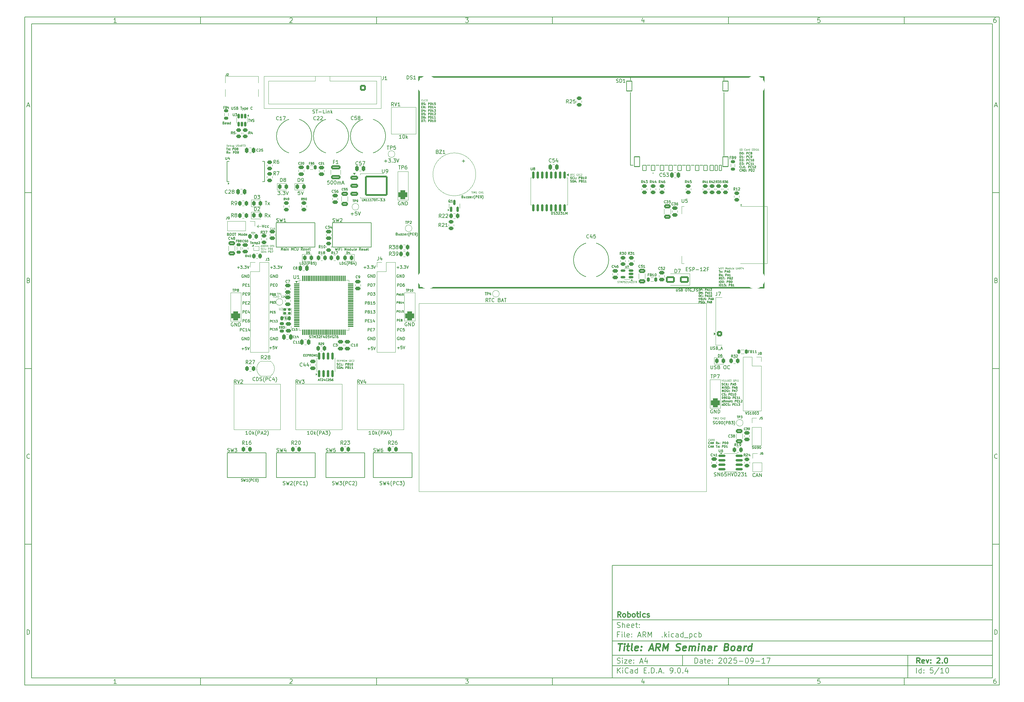
<source format=gto>
G04 #@! TF.GenerationSoftware,KiCad,Pcbnew,9.0.4*
G04 #@! TF.CreationDate,2025-09-17T17:29:24+09:00*
G04 #@! TF.ProjectId,ARM ___ __,41524d20-38f8-4982-90f4-dc2e6b696361,2.0*
G04 #@! TF.SameCoordinates,Original*
G04 #@! TF.FileFunction,Legend,Top*
G04 #@! TF.FilePolarity,Positive*
%FSLAX46Y46*%
G04 Gerber Fmt 4.6, Leading zero omitted, Abs format (unit mm)*
G04 Created by KiCad (PCBNEW 9.0.4) date 2025-09-17 17:29:24*
%MOMM*%
%LPD*%
G01*
G04 APERTURE LIST*
G04 Aperture macros list*
%AMRoundRect*
0 Rectangle with rounded corners*
0 $1 Rounding radius*
0 $2 $3 $4 $5 $6 $7 $8 $9 X,Y pos of 4 corners*
0 Add a 4 corners polygon primitive as box body*
4,1,4,$2,$3,$4,$5,$6,$7,$8,$9,$2,$3,0*
0 Add four circle primitives for the rounded corners*
1,1,$1+$1,$2,$3*
1,1,$1+$1,$4,$5*
1,1,$1+$1,$6,$7*
1,1,$1+$1,$8,$9*
0 Add four rect primitives between the rounded corners*
20,1,$1+$1,$2,$3,$4,$5,0*
20,1,$1+$1,$4,$5,$6,$7,0*
20,1,$1+$1,$6,$7,$8,$9,0*
20,1,$1+$1,$8,$9,$2,$3,0*%
%AMOutline4P*
0 Free polygon, 4 corners , with rotation*
0 The origin of the aperture is its center*
0 number of corners: always 4*
0 $1 to $8 corner X, Y*
0 $9 Rotation angle, in degrees counterclockwise*
0 create outline with 4 corners*
4,1,4,$1,$2,$3,$4,$5,$6,$7,$8,$1,$2,$9*%
G04 Aperture macros list end*
%ADD10C,0.100000*%
%ADD11C,0.150000*%
%ADD12C,0.300000*%
%ADD13C,0.400000*%
%ADD14C,0.137500*%
%ADD15C,0.200000*%
%ADD16C,0.140000*%
%ADD17C,0.125000*%
%ADD18C,0.120000*%
%ADD19C,0.381000*%
%ADD20C,0.127000*%
%ADD21O,1.501140X4.000500*%
%ADD22RoundRect,0.250000X-0.262500X-0.450000X0.262500X-0.450000X0.262500X0.450000X-0.262500X0.450000X0*%
%ADD23RoundRect,0.243750X-0.243750X-0.456250X0.243750X-0.456250X0.243750X0.456250X-0.243750X0.456250X0*%
%ADD24C,1.500000*%
%ADD25RoundRect,0.243750X0.243750X0.456250X-0.243750X0.456250X-0.243750X-0.456250X0.243750X-0.456250X0*%
%ADD26RoundRect,0.650000X0.650000X-0.650000X0.650000X0.650000X-0.650000X0.650000X-0.650000X-0.650000X0*%
%ADD27C,2.600000*%
%ADD28RoundRect,0.150000X0.512500X0.150000X-0.512500X0.150000X-0.512500X-0.150000X0.512500X-0.150000X0*%
%ADD29RoundRect,0.250000X0.262500X0.450000X-0.262500X0.450000X-0.262500X-0.450000X0.262500X-0.450000X0*%
%ADD30R,3.000000X2.000000*%
%ADD31R,3.000000X1.524000*%
%ADD32RoundRect,0.250000X0.475000X-0.250000X0.475000X0.250000X-0.475000X0.250000X-0.475000X-0.250000X0*%
%ADD33RoundRect,0.250000X-0.450000X0.262500X-0.450000X-0.262500X0.450000X-0.262500X0.450000X0.262500X0*%
%ADD34RoundRect,0.250000X-0.475000X0.250000X-0.475000X-0.250000X0.475000X-0.250000X0.475000X0.250000X0*%
%ADD35C,1.524000*%
%ADD36Outline4P,-1.250000X-1.500000X1.250000X-1.500000X1.250000X1.500000X-1.250000X1.500000X0.000000*%
%ADD37C,5.600000*%
%ADD38RoundRect,0.250000X-0.650000X0.325000X-0.650000X-0.325000X0.650000X-0.325000X0.650000X0.325000X0*%
%ADD39RoundRect,0.150000X0.150000X-0.587500X0.150000X0.587500X-0.150000X0.587500X-0.150000X-0.587500X0*%
%ADD40RoundRect,0.250000X-1.075000X0.375000X-1.075000X-0.375000X1.075000X-0.375000X1.075000X0.375000X0*%
%ADD41RoundRect,0.250000X0.250000X0.475000X-0.250000X0.475000X-0.250000X-0.475000X0.250000X-0.475000X0*%
%ADD42RoundRect,0.150000X0.150000X-0.825000X0.150000X0.825000X-0.150000X0.825000X-0.150000X-0.825000X0*%
%ADD43C,1.600000*%
%ADD44RoundRect,0.250000X0.650000X-0.325000X0.650000X0.325000X-0.650000X0.325000X-0.650000X-0.325000X0*%
%ADD45C,3.200000*%
%ADD46RoundRect,0.250000X-0.600000X0.600000X-0.600000X-0.600000X0.600000X-0.600000X0.600000X0.600000X0*%
%ADD47C,1.700000*%
%ADD48R,1.700000X1.700000*%
%ADD49O,1.700000X1.700000*%
%ADD50RoundRect,0.218750X-0.381250X0.218750X-0.381250X-0.218750X0.381250X-0.218750X0.381250X0.218750X0*%
%ADD51RoundRect,0.150000X-0.825000X-0.150000X0.825000X-0.150000X0.825000X0.150000X-0.825000X0.150000X0*%
%ADD52RoundRect,0.250000X-0.250000X-0.475000X0.250000X-0.475000X0.250000X0.475000X-0.250000X0.475000X0*%
%ADD53R,1.000000X2.500000*%
%ADD54R,1.800000X1.000000*%
%ADD55C,3.000000*%
%ADD56RoundRect,0.250000X-0.850000X-0.350000X0.850000X-0.350000X0.850000X0.350000X-0.850000X0.350000X0*%
%ADD57RoundRect,0.249997X-2.950003X-2.650003X2.950003X-2.650003X2.950003X2.650003X-2.950003X2.650003X0*%
%ADD58RoundRect,0.150000X-0.150000X0.512500X-0.150000X-0.512500X0.150000X-0.512500X0.150000X0.512500X0*%
%ADD59RoundRect,0.218750X-0.218750X-0.381250X0.218750X-0.381250X0.218750X0.381250X-0.218750X0.381250X0*%
%ADD60C,0.450000*%
%ADD61RoundRect,0.075000X-0.725000X-0.075000X0.725000X-0.075000X0.725000X0.075000X-0.725000X0.075000X0*%
%ADD62RoundRect,0.075000X-0.075000X-0.725000X0.075000X-0.725000X0.075000X0.725000X-0.075000X0.725000X0*%
%ADD63RoundRect,0.250000X0.450000X-0.262500X0.450000X0.262500X-0.450000X0.262500X-0.450000X-0.262500X0*%
%ADD64RoundRect,0.218750X0.218750X0.381250X-0.218750X0.381250X-0.218750X-0.381250X0.218750X-0.381250X0*%
%ADD65R,0.450000X1.750000*%
%ADD66RoundRect,0.175000X-0.225000X-0.175000X0.225000X-0.175000X0.225000X0.175000X-0.225000X0.175000X0*%
%ADD67RoundRect,0.250000X1.000000X0.650000X-1.000000X0.650000X-1.000000X-0.650000X1.000000X-0.650000X0*%
%ADD68R,2.000000X2.000000*%
%ADD69C,2.000000*%
%ADD70RoundRect,0.150000X-0.150000X0.875000X-0.150000X-0.875000X0.150000X-0.875000X0.150000X0.875000X0*%
%ADD71RoundRect,0.218750X0.381250X-0.218750X0.381250X0.218750X-0.381250X0.218750X-0.381250X-0.218750X0*%
%ADD72RoundRect,0.250000X0.512000X-0.512000X0.512000X0.512000X-0.512000X0.512000X-0.512000X-0.512000X0*%
%ADD73C,3.500000*%
%ADD74C,0.650000*%
%ADD75R,0.600000X1.450000*%
%ADD76R,0.300000X1.450000*%
%ADD77O,1.000000X2.100000*%
%ADD78O,1.000000X1.600000*%
%ADD79C,1.150000*%
%ADD80C,1.650000*%
%ADD81RoundRect,0.102000X0.500000X0.750000X-0.500000X0.750000X-0.500000X-0.750000X0.500000X-0.750000X0*%
%ADD82RoundRect,0.102000X0.350000X0.750000X-0.350000X0.750000X-0.350000X-0.750000X0.350000X-0.750000X0*%
%ADD83RoundRect,0.102000X0.750000X1.400000X-0.750000X1.400000X-0.750000X-1.400000X0.750000X-1.400000X0*%
G04 APERTURE END LIST*
D10*
D11*
X177002200Y-166007200D02*
X285002200Y-166007200D01*
X285002200Y-198007200D01*
X177002200Y-198007200D01*
X177002200Y-166007200D01*
D10*
D11*
X10000000Y-10000000D02*
X287002200Y-10000000D01*
X287002200Y-200007200D01*
X10000000Y-200007200D01*
X10000000Y-10000000D01*
D10*
D11*
X12000000Y-12000000D02*
X285002200Y-12000000D01*
X285002200Y-198007200D01*
X12000000Y-198007200D01*
X12000000Y-12000000D01*
D10*
D11*
X60000000Y-12000000D02*
X60000000Y-10000000D01*
D10*
D11*
X110000000Y-12000000D02*
X110000000Y-10000000D01*
D10*
D11*
X160000000Y-12000000D02*
X160000000Y-10000000D01*
D10*
D11*
X210000000Y-12000000D02*
X210000000Y-10000000D01*
D10*
D11*
X260000000Y-12000000D02*
X260000000Y-10000000D01*
D10*
D11*
X36089160Y-11593604D02*
X35346303Y-11593604D01*
X35717731Y-11593604D02*
X35717731Y-10293604D01*
X35717731Y-10293604D02*
X35593922Y-10479319D01*
X35593922Y-10479319D02*
X35470112Y-10603128D01*
X35470112Y-10603128D02*
X35346303Y-10665033D01*
D10*
D11*
X85346303Y-10417414D02*
X85408207Y-10355509D01*
X85408207Y-10355509D02*
X85532017Y-10293604D01*
X85532017Y-10293604D02*
X85841541Y-10293604D01*
X85841541Y-10293604D02*
X85965350Y-10355509D01*
X85965350Y-10355509D02*
X86027255Y-10417414D01*
X86027255Y-10417414D02*
X86089160Y-10541223D01*
X86089160Y-10541223D02*
X86089160Y-10665033D01*
X86089160Y-10665033D02*
X86027255Y-10850747D01*
X86027255Y-10850747D02*
X85284398Y-11593604D01*
X85284398Y-11593604D02*
X86089160Y-11593604D01*
D10*
D11*
X135284398Y-10293604D02*
X136089160Y-10293604D01*
X136089160Y-10293604D02*
X135655826Y-10788842D01*
X135655826Y-10788842D02*
X135841541Y-10788842D01*
X135841541Y-10788842D02*
X135965350Y-10850747D01*
X135965350Y-10850747D02*
X136027255Y-10912652D01*
X136027255Y-10912652D02*
X136089160Y-11036461D01*
X136089160Y-11036461D02*
X136089160Y-11345985D01*
X136089160Y-11345985D02*
X136027255Y-11469795D01*
X136027255Y-11469795D02*
X135965350Y-11531700D01*
X135965350Y-11531700D02*
X135841541Y-11593604D01*
X135841541Y-11593604D02*
X135470112Y-11593604D01*
X135470112Y-11593604D02*
X135346303Y-11531700D01*
X135346303Y-11531700D02*
X135284398Y-11469795D01*
D10*
D11*
X185965350Y-10726938D02*
X185965350Y-11593604D01*
X185655826Y-10231700D02*
X185346303Y-11160271D01*
X185346303Y-11160271D02*
X186151064Y-11160271D01*
D10*
D11*
X236027255Y-10293604D02*
X235408207Y-10293604D01*
X235408207Y-10293604D02*
X235346303Y-10912652D01*
X235346303Y-10912652D02*
X235408207Y-10850747D01*
X235408207Y-10850747D02*
X235532017Y-10788842D01*
X235532017Y-10788842D02*
X235841541Y-10788842D01*
X235841541Y-10788842D02*
X235965350Y-10850747D01*
X235965350Y-10850747D02*
X236027255Y-10912652D01*
X236027255Y-10912652D02*
X236089160Y-11036461D01*
X236089160Y-11036461D02*
X236089160Y-11345985D01*
X236089160Y-11345985D02*
X236027255Y-11469795D01*
X236027255Y-11469795D02*
X235965350Y-11531700D01*
X235965350Y-11531700D02*
X235841541Y-11593604D01*
X235841541Y-11593604D02*
X235532017Y-11593604D01*
X235532017Y-11593604D02*
X235408207Y-11531700D01*
X235408207Y-11531700D02*
X235346303Y-11469795D01*
D10*
D11*
X285965350Y-10293604D02*
X285717731Y-10293604D01*
X285717731Y-10293604D02*
X285593922Y-10355509D01*
X285593922Y-10355509D02*
X285532017Y-10417414D01*
X285532017Y-10417414D02*
X285408207Y-10603128D01*
X285408207Y-10603128D02*
X285346303Y-10850747D01*
X285346303Y-10850747D02*
X285346303Y-11345985D01*
X285346303Y-11345985D02*
X285408207Y-11469795D01*
X285408207Y-11469795D02*
X285470112Y-11531700D01*
X285470112Y-11531700D02*
X285593922Y-11593604D01*
X285593922Y-11593604D02*
X285841541Y-11593604D01*
X285841541Y-11593604D02*
X285965350Y-11531700D01*
X285965350Y-11531700D02*
X286027255Y-11469795D01*
X286027255Y-11469795D02*
X286089160Y-11345985D01*
X286089160Y-11345985D02*
X286089160Y-11036461D01*
X286089160Y-11036461D02*
X286027255Y-10912652D01*
X286027255Y-10912652D02*
X285965350Y-10850747D01*
X285965350Y-10850747D02*
X285841541Y-10788842D01*
X285841541Y-10788842D02*
X285593922Y-10788842D01*
X285593922Y-10788842D02*
X285470112Y-10850747D01*
X285470112Y-10850747D02*
X285408207Y-10912652D01*
X285408207Y-10912652D02*
X285346303Y-11036461D01*
D10*
D11*
X60000000Y-198007200D02*
X60000000Y-200007200D01*
D10*
D11*
X110000000Y-198007200D02*
X110000000Y-200007200D01*
D10*
D11*
X160000000Y-198007200D02*
X160000000Y-200007200D01*
D10*
D11*
X210000000Y-198007200D02*
X210000000Y-200007200D01*
D10*
D11*
X260000000Y-198007200D02*
X260000000Y-200007200D01*
D10*
D11*
X36089160Y-199600804D02*
X35346303Y-199600804D01*
X35717731Y-199600804D02*
X35717731Y-198300804D01*
X35717731Y-198300804D02*
X35593922Y-198486519D01*
X35593922Y-198486519D02*
X35470112Y-198610328D01*
X35470112Y-198610328D02*
X35346303Y-198672233D01*
D10*
D11*
X85346303Y-198424614D02*
X85408207Y-198362709D01*
X85408207Y-198362709D02*
X85532017Y-198300804D01*
X85532017Y-198300804D02*
X85841541Y-198300804D01*
X85841541Y-198300804D02*
X85965350Y-198362709D01*
X85965350Y-198362709D02*
X86027255Y-198424614D01*
X86027255Y-198424614D02*
X86089160Y-198548423D01*
X86089160Y-198548423D02*
X86089160Y-198672233D01*
X86089160Y-198672233D02*
X86027255Y-198857947D01*
X86027255Y-198857947D02*
X85284398Y-199600804D01*
X85284398Y-199600804D02*
X86089160Y-199600804D01*
D10*
D11*
X135284398Y-198300804D02*
X136089160Y-198300804D01*
X136089160Y-198300804D02*
X135655826Y-198796042D01*
X135655826Y-198796042D02*
X135841541Y-198796042D01*
X135841541Y-198796042D02*
X135965350Y-198857947D01*
X135965350Y-198857947D02*
X136027255Y-198919852D01*
X136027255Y-198919852D02*
X136089160Y-199043661D01*
X136089160Y-199043661D02*
X136089160Y-199353185D01*
X136089160Y-199353185D02*
X136027255Y-199476995D01*
X136027255Y-199476995D02*
X135965350Y-199538900D01*
X135965350Y-199538900D02*
X135841541Y-199600804D01*
X135841541Y-199600804D02*
X135470112Y-199600804D01*
X135470112Y-199600804D02*
X135346303Y-199538900D01*
X135346303Y-199538900D02*
X135284398Y-199476995D01*
D10*
D11*
X185965350Y-198734138D02*
X185965350Y-199600804D01*
X185655826Y-198238900D02*
X185346303Y-199167471D01*
X185346303Y-199167471D02*
X186151064Y-199167471D01*
D10*
D11*
X236027255Y-198300804D02*
X235408207Y-198300804D01*
X235408207Y-198300804D02*
X235346303Y-198919852D01*
X235346303Y-198919852D02*
X235408207Y-198857947D01*
X235408207Y-198857947D02*
X235532017Y-198796042D01*
X235532017Y-198796042D02*
X235841541Y-198796042D01*
X235841541Y-198796042D02*
X235965350Y-198857947D01*
X235965350Y-198857947D02*
X236027255Y-198919852D01*
X236027255Y-198919852D02*
X236089160Y-199043661D01*
X236089160Y-199043661D02*
X236089160Y-199353185D01*
X236089160Y-199353185D02*
X236027255Y-199476995D01*
X236027255Y-199476995D02*
X235965350Y-199538900D01*
X235965350Y-199538900D02*
X235841541Y-199600804D01*
X235841541Y-199600804D02*
X235532017Y-199600804D01*
X235532017Y-199600804D02*
X235408207Y-199538900D01*
X235408207Y-199538900D02*
X235346303Y-199476995D01*
D10*
D11*
X285965350Y-198300804D02*
X285717731Y-198300804D01*
X285717731Y-198300804D02*
X285593922Y-198362709D01*
X285593922Y-198362709D02*
X285532017Y-198424614D01*
X285532017Y-198424614D02*
X285408207Y-198610328D01*
X285408207Y-198610328D02*
X285346303Y-198857947D01*
X285346303Y-198857947D02*
X285346303Y-199353185D01*
X285346303Y-199353185D02*
X285408207Y-199476995D01*
X285408207Y-199476995D02*
X285470112Y-199538900D01*
X285470112Y-199538900D02*
X285593922Y-199600804D01*
X285593922Y-199600804D02*
X285841541Y-199600804D01*
X285841541Y-199600804D02*
X285965350Y-199538900D01*
X285965350Y-199538900D02*
X286027255Y-199476995D01*
X286027255Y-199476995D02*
X286089160Y-199353185D01*
X286089160Y-199353185D02*
X286089160Y-199043661D01*
X286089160Y-199043661D02*
X286027255Y-198919852D01*
X286027255Y-198919852D02*
X285965350Y-198857947D01*
X285965350Y-198857947D02*
X285841541Y-198796042D01*
X285841541Y-198796042D02*
X285593922Y-198796042D01*
X285593922Y-198796042D02*
X285470112Y-198857947D01*
X285470112Y-198857947D02*
X285408207Y-198919852D01*
X285408207Y-198919852D02*
X285346303Y-199043661D01*
D10*
D11*
X10000000Y-60000000D02*
X12000000Y-60000000D01*
D10*
D11*
X10000000Y-110000000D02*
X12000000Y-110000000D01*
D10*
D11*
X10000000Y-160000000D02*
X12000000Y-160000000D01*
D10*
D11*
X10690476Y-35222176D02*
X11309523Y-35222176D01*
X10566666Y-35593604D02*
X10999999Y-34293604D01*
X10999999Y-34293604D02*
X11433333Y-35593604D01*
D10*
D11*
X11092857Y-84912652D02*
X11278571Y-84974557D01*
X11278571Y-84974557D02*
X11340476Y-85036461D01*
X11340476Y-85036461D02*
X11402380Y-85160271D01*
X11402380Y-85160271D02*
X11402380Y-85345985D01*
X11402380Y-85345985D02*
X11340476Y-85469795D01*
X11340476Y-85469795D02*
X11278571Y-85531700D01*
X11278571Y-85531700D02*
X11154761Y-85593604D01*
X11154761Y-85593604D02*
X10659523Y-85593604D01*
X10659523Y-85593604D02*
X10659523Y-84293604D01*
X10659523Y-84293604D02*
X11092857Y-84293604D01*
X11092857Y-84293604D02*
X11216666Y-84355509D01*
X11216666Y-84355509D02*
X11278571Y-84417414D01*
X11278571Y-84417414D02*
X11340476Y-84541223D01*
X11340476Y-84541223D02*
X11340476Y-84665033D01*
X11340476Y-84665033D02*
X11278571Y-84788842D01*
X11278571Y-84788842D02*
X11216666Y-84850747D01*
X11216666Y-84850747D02*
X11092857Y-84912652D01*
X11092857Y-84912652D02*
X10659523Y-84912652D01*
D10*
D11*
X11402380Y-135469795D02*
X11340476Y-135531700D01*
X11340476Y-135531700D02*
X11154761Y-135593604D01*
X11154761Y-135593604D02*
X11030952Y-135593604D01*
X11030952Y-135593604D02*
X10845238Y-135531700D01*
X10845238Y-135531700D02*
X10721428Y-135407890D01*
X10721428Y-135407890D02*
X10659523Y-135284080D01*
X10659523Y-135284080D02*
X10597619Y-135036461D01*
X10597619Y-135036461D02*
X10597619Y-134850747D01*
X10597619Y-134850747D02*
X10659523Y-134603128D01*
X10659523Y-134603128D02*
X10721428Y-134479319D01*
X10721428Y-134479319D02*
X10845238Y-134355509D01*
X10845238Y-134355509D02*
X11030952Y-134293604D01*
X11030952Y-134293604D02*
X11154761Y-134293604D01*
X11154761Y-134293604D02*
X11340476Y-134355509D01*
X11340476Y-134355509D02*
X11402380Y-134417414D01*
D10*
D11*
X10659523Y-185593604D02*
X10659523Y-184293604D01*
X10659523Y-184293604D02*
X10969047Y-184293604D01*
X10969047Y-184293604D02*
X11154761Y-184355509D01*
X11154761Y-184355509D02*
X11278571Y-184479319D01*
X11278571Y-184479319D02*
X11340476Y-184603128D01*
X11340476Y-184603128D02*
X11402380Y-184850747D01*
X11402380Y-184850747D02*
X11402380Y-185036461D01*
X11402380Y-185036461D02*
X11340476Y-185284080D01*
X11340476Y-185284080D02*
X11278571Y-185407890D01*
X11278571Y-185407890D02*
X11154761Y-185531700D01*
X11154761Y-185531700D02*
X10969047Y-185593604D01*
X10969047Y-185593604D02*
X10659523Y-185593604D01*
D10*
D11*
X287002200Y-60000000D02*
X285002200Y-60000000D01*
D10*
D11*
X287002200Y-110000000D02*
X285002200Y-110000000D01*
D10*
D11*
X287002200Y-160000000D02*
X285002200Y-160000000D01*
D10*
D11*
X285692676Y-35222176D02*
X286311723Y-35222176D01*
X285568866Y-35593604D02*
X286002199Y-34293604D01*
X286002199Y-34293604D02*
X286435533Y-35593604D01*
D10*
D11*
X286095057Y-84912652D02*
X286280771Y-84974557D01*
X286280771Y-84974557D02*
X286342676Y-85036461D01*
X286342676Y-85036461D02*
X286404580Y-85160271D01*
X286404580Y-85160271D02*
X286404580Y-85345985D01*
X286404580Y-85345985D02*
X286342676Y-85469795D01*
X286342676Y-85469795D02*
X286280771Y-85531700D01*
X286280771Y-85531700D02*
X286156961Y-85593604D01*
X286156961Y-85593604D02*
X285661723Y-85593604D01*
X285661723Y-85593604D02*
X285661723Y-84293604D01*
X285661723Y-84293604D02*
X286095057Y-84293604D01*
X286095057Y-84293604D02*
X286218866Y-84355509D01*
X286218866Y-84355509D02*
X286280771Y-84417414D01*
X286280771Y-84417414D02*
X286342676Y-84541223D01*
X286342676Y-84541223D02*
X286342676Y-84665033D01*
X286342676Y-84665033D02*
X286280771Y-84788842D01*
X286280771Y-84788842D02*
X286218866Y-84850747D01*
X286218866Y-84850747D02*
X286095057Y-84912652D01*
X286095057Y-84912652D02*
X285661723Y-84912652D01*
D10*
D11*
X286404580Y-135469795D02*
X286342676Y-135531700D01*
X286342676Y-135531700D02*
X286156961Y-135593604D01*
X286156961Y-135593604D02*
X286033152Y-135593604D01*
X286033152Y-135593604D02*
X285847438Y-135531700D01*
X285847438Y-135531700D02*
X285723628Y-135407890D01*
X285723628Y-135407890D02*
X285661723Y-135284080D01*
X285661723Y-135284080D02*
X285599819Y-135036461D01*
X285599819Y-135036461D02*
X285599819Y-134850747D01*
X285599819Y-134850747D02*
X285661723Y-134603128D01*
X285661723Y-134603128D02*
X285723628Y-134479319D01*
X285723628Y-134479319D02*
X285847438Y-134355509D01*
X285847438Y-134355509D02*
X286033152Y-134293604D01*
X286033152Y-134293604D02*
X286156961Y-134293604D01*
X286156961Y-134293604D02*
X286342676Y-134355509D01*
X286342676Y-134355509D02*
X286404580Y-134417414D01*
D10*
D11*
X285661723Y-185593604D02*
X285661723Y-184293604D01*
X285661723Y-184293604D02*
X285971247Y-184293604D01*
X285971247Y-184293604D02*
X286156961Y-184355509D01*
X286156961Y-184355509D02*
X286280771Y-184479319D01*
X286280771Y-184479319D02*
X286342676Y-184603128D01*
X286342676Y-184603128D02*
X286404580Y-184850747D01*
X286404580Y-184850747D02*
X286404580Y-185036461D01*
X286404580Y-185036461D02*
X286342676Y-185284080D01*
X286342676Y-185284080D02*
X286280771Y-185407890D01*
X286280771Y-185407890D02*
X286156961Y-185531700D01*
X286156961Y-185531700D02*
X285971247Y-185593604D01*
X285971247Y-185593604D02*
X285661723Y-185593604D01*
D10*
D11*
X200458026Y-193793328D02*
X200458026Y-192293328D01*
X200458026Y-192293328D02*
X200815169Y-192293328D01*
X200815169Y-192293328D02*
X201029455Y-192364757D01*
X201029455Y-192364757D02*
X201172312Y-192507614D01*
X201172312Y-192507614D02*
X201243741Y-192650471D01*
X201243741Y-192650471D02*
X201315169Y-192936185D01*
X201315169Y-192936185D02*
X201315169Y-193150471D01*
X201315169Y-193150471D02*
X201243741Y-193436185D01*
X201243741Y-193436185D02*
X201172312Y-193579042D01*
X201172312Y-193579042D02*
X201029455Y-193721900D01*
X201029455Y-193721900D02*
X200815169Y-193793328D01*
X200815169Y-193793328D02*
X200458026Y-193793328D01*
X202600884Y-193793328D02*
X202600884Y-193007614D01*
X202600884Y-193007614D02*
X202529455Y-192864757D01*
X202529455Y-192864757D02*
X202386598Y-192793328D01*
X202386598Y-192793328D02*
X202100884Y-192793328D01*
X202100884Y-192793328D02*
X201958026Y-192864757D01*
X202600884Y-193721900D02*
X202458026Y-193793328D01*
X202458026Y-193793328D02*
X202100884Y-193793328D01*
X202100884Y-193793328D02*
X201958026Y-193721900D01*
X201958026Y-193721900D02*
X201886598Y-193579042D01*
X201886598Y-193579042D02*
X201886598Y-193436185D01*
X201886598Y-193436185D02*
X201958026Y-193293328D01*
X201958026Y-193293328D02*
X202100884Y-193221900D01*
X202100884Y-193221900D02*
X202458026Y-193221900D01*
X202458026Y-193221900D02*
X202600884Y-193150471D01*
X203100884Y-192793328D02*
X203672312Y-192793328D01*
X203315169Y-192293328D02*
X203315169Y-193579042D01*
X203315169Y-193579042D02*
X203386598Y-193721900D01*
X203386598Y-193721900D02*
X203529455Y-193793328D01*
X203529455Y-193793328D02*
X203672312Y-193793328D01*
X204743741Y-193721900D02*
X204600884Y-193793328D01*
X204600884Y-193793328D02*
X204315170Y-193793328D01*
X204315170Y-193793328D02*
X204172312Y-193721900D01*
X204172312Y-193721900D02*
X204100884Y-193579042D01*
X204100884Y-193579042D02*
X204100884Y-193007614D01*
X204100884Y-193007614D02*
X204172312Y-192864757D01*
X204172312Y-192864757D02*
X204315170Y-192793328D01*
X204315170Y-192793328D02*
X204600884Y-192793328D01*
X204600884Y-192793328D02*
X204743741Y-192864757D01*
X204743741Y-192864757D02*
X204815170Y-193007614D01*
X204815170Y-193007614D02*
X204815170Y-193150471D01*
X204815170Y-193150471D02*
X204100884Y-193293328D01*
X205458026Y-193650471D02*
X205529455Y-193721900D01*
X205529455Y-193721900D02*
X205458026Y-193793328D01*
X205458026Y-193793328D02*
X205386598Y-193721900D01*
X205386598Y-193721900D02*
X205458026Y-193650471D01*
X205458026Y-193650471D02*
X205458026Y-193793328D01*
X205458026Y-192864757D02*
X205529455Y-192936185D01*
X205529455Y-192936185D02*
X205458026Y-193007614D01*
X205458026Y-193007614D02*
X205386598Y-192936185D01*
X205386598Y-192936185D02*
X205458026Y-192864757D01*
X205458026Y-192864757D02*
X205458026Y-193007614D01*
X207243741Y-192436185D02*
X207315169Y-192364757D01*
X207315169Y-192364757D02*
X207458027Y-192293328D01*
X207458027Y-192293328D02*
X207815169Y-192293328D01*
X207815169Y-192293328D02*
X207958027Y-192364757D01*
X207958027Y-192364757D02*
X208029455Y-192436185D01*
X208029455Y-192436185D02*
X208100884Y-192579042D01*
X208100884Y-192579042D02*
X208100884Y-192721900D01*
X208100884Y-192721900D02*
X208029455Y-192936185D01*
X208029455Y-192936185D02*
X207172312Y-193793328D01*
X207172312Y-193793328D02*
X208100884Y-193793328D01*
X209029455Y-192293328D02*
X209172312Y-192293328D01*
X209172312Y-192293328D02*
X209315169Y-192364757D01*
X209315169Y-192364757D02*
X209386598Y-192436185D01*
X209386598Y-192436185D02*
X209458026Y-192579042D01*
X209458026Y-192579042D02*
X209529455Y-192864757D01*
X209529455Y-192864757D02*
X209529455Y-193221900D01*
X209529455Y-193221900D02*
X209458026Y-193507614D01*
X209458026Y-193507614D02*
X209386598Y-193650471D01*
X209386598Y-193650471D02*
X209315169Y-193721900D01*
X209315169Y-193721900D02*
X209172312Y-193793328D01*
X209172312Y-193793328D02*
X209029455Y-193793328D01*
X209029455Y-193793328D02*
X208886598Y-193721900D01*
X208886598Y-193721900D02*
X208815169Y-193650471D01*
X208815169Y-193650471D02*
X208743740Y-193507614D01*
X208743740Y-193507614D02*
X208672312Y-193221900D01*
X208672312Y-193221900D02*
X208672312Y-192864757D01*
X208672312Y-192864757D02*
X208743740Y-192579042D01*
X208743740Y-192579042D02*
X208815169Y-192436185D01*
X208815169Y-192436185D02*
X208886598Y-192364757D01*
X208886598Y-192364757D02*
X209029455Y-192293328D01*
X210100883Y-192436185D02*
X210172311Y-192364757D01*
X210172311Y-192364757D02*
X210315169Y-192293328D01*
X210315169Y-192293328D02*
X210672311Y-192293328D01*
X210672311Y-192293328D02*
X210815169Y-192364757D01*
X210815169Y-192364757D02*
X210886597Y-192436185D01*
X210886597Y-192436185D02*
X210958026Y-192579042D01*
X210958026Y-192579042D02*
X210958026Y-192721900D01*
X210958026Y-192721900D02*
X210886597Y-192936185D01*
X210886597Y-192936185D02*
X210029454Y-193793328D01*
X210029454Y-193793328D02*
X210958026Y-193793328D01*
X212315168Y-192293328D02*
X211600882Y-192293328D01*
X211600882Y-192293328D02*
X211529454Y-193007614D01*
X211529454Y-193007614D02*
X211600882Y-192936185D01*
X211600882Y-192936185D02*
X211743740Y-192864757D01*
X211743740Y-192864757D02*
X212100882Y-192864757D01*
X212100882Y-192864757D02*
X212243740Y-192936185D01*
X212243740Y-192936185D02*
X212315168Y-193007614D01*
X212315168Y-193007614D02*
X212386597Y-193150471D01*
X212386597Y-193150471D02*
X212386597Y-193507614D01*
X212386597Y-193507614D02*
X212315168Y-193650471D01*
X212315168Y-193650471D02*
X212243740Y-193721900D01*
X212243740Y-193721900D02*
X212100882Y-193793328D01*
X212100882Y-193793328D02*
X211743740Y-193793328D01*
X211743740Y-193793328D02*
X211600882Y-193721900D01*
X211600882Y-193721900D02*
X211529454Y-193650471D01*
X213029453Y-193221900D02*
X214172311Y-193221900D01*
X215172311Y-192293328D02*
X215315168Y-192293328D01*
X215315168Y-192293328D02*
X215458025Y-192364757D01*
X215458025Y-192364757D02*
X215529454Y-192436185D01*
X215529454Y-192436185D02*
X215600882Y-192579042D01*
X215600882Y-192579042D02*
X215672311Y-192864757D01*
X215672311Y-192864757D02*
X215672311Y-193221900D01*
X215672311Y-193221900D02*
X215600882Y-193507614D01*
X215600882Y-193507614D02*
X215529454Y-193650471D01*
X215529454Y-193650471D02*
X215458025Y-193721900D01*
X215458025Y-193721900D02*
X215315168Y-193793328D01*
X215315168Y-193793328D02*
X215172311Y-193793328D01*
X215172311Y-193793328D02*
X215029454Y-193721900D01*
X215029454Y-193721900D02*
X214958025Y-193650471D01*
X214958025Y-193650471D02*
X214886596Y-193507614D01*
X214886596Y-193507614D02*
X214815168Y-193221900D01*
X214815168Y-193221900D02*
X214815168Y-192864757D01*
X214815168Y-192864757D02*
X214886596Y-192579042D01*
X214886596Y-192579042D02*
X214958025Y-192436185D01*
X214958025Y-192436185D02*
X215029454Y-192364757D01*
X215029454Y-192364757D02*
X215172311Y-192293328D01*
X216386596Y-193793328D02*
X216672310Y-193793328D01*
X216672310Y-193793328D02*
X216815167Y-193721900D01*
X216815167Y-193721900D02*
X216886596Y-193650471D01*
X216886596Y-193650471D02*
X217029453Y-193436185D01*
X217029453Y-193436185D02*
X217100882Y-193150471D01*
X217100882Y-193150471D02*
X217100882Y-192579042D01*
X217100882Y-192579042D02*
X217029453Y-192436185D01*
X217029453Y-192436185D02*
X216958025Y-192364757D01*
X216958025Y-192364757D02*
X216815167Y-192293328D01*
X216815167Y-192293328D02*
X216529453Y-192293328D01*
X216529453Y-192293328D02*
X216386596Y-192364757D01*
X216386596Y-192364757D02*
X216315167Y-192436185D01*
X216315167Y-192436185D02*
X216243739Y-192579042D01*
X216243739Y-192579042D02*
X216243739Y-192936185D01*
X216243739Y-192936185D02*
X216315167Y-193079042D01*
X216315167Y-193079042D02*
X216386596Y-193150471D01*
X216386596Y-193150471D02*
X216529453Y-193221900D01*
X216529453Y-193221900D02*
X216815167Y-193221900D01*
X216815167Y-193221900D02*
X216958025Y-193150471D01*
X216958025Y-193150471D02*
X217029453Y-193079042D01*
X217029453Y-193079042D02*
X217100882Y-192936185D01*
X217743738Y-193221900D02*
X218886596Y-193221900D01*
X220386596Y-193793328D02*
X219529453Y-193793328D01*
X219958024Y-193793328D02*
X219958024Y-192293328D01*
X219958024Y-192293328D02*
X219815167Y-192507614D01*
X219815167Y-192507614D02*
X219672310Y-192650471D01*
X219672310Y-192650471D02*
X219529453Y-192721900D01*
X220886595Y-192293328D02*
X221886595Y-192293328D01*
X221886595Y-192293328D02*
X221243738Y-193793328D01*
D10*
D11*
X177002200Y-194507200D02*
X285002200Y-194507200D01*
D10*
D11*
X178458026Y-196593328D02*
X178458026Y-195093328D01*
X179315169Y-196593328D02*
X178672312Y-195736185D01*
X179315169Y-195093328D02*
X178458026Y-195950471D01*
X179958026Y-196593328D02*
X179958026Y-195593328D01*
X179958026Y-195093328D02*
X179886598Y-195164757D01*
X179886598Y-195164757D02*
X179958026Y-195236185D01*
X179958026Y-195236185D02*
X180029455Y-195164757D01*
X180029455Y-195164757D02*
X179958026Y-195093328D01*
X179958026Y-195093328D02*
X179958026Y-195236185D01*
X181529455Y-196450471D02*
X181458027Y-196521900D01*
X181458027Y-196521900D02*
X181243741Y-196593328D01*
X181243741Y-196593328D02*
X181100884Y-196593328D01*
X181100884Y-196593328D02*
X180886598Y-196521900D01*
X180886598Y-196521900D02*
X180743741Y-196379042D01*
X180743741Y-196379042D02*
X180672312Y-196236185D01*
X180672312Y-196236185D02*
X180600884Y-195950471D01*
X180600884Y-195950471D02*
X180600884Y-195736185D01*
X180600884Y-195736185D02*
X180672312Y-195450471D01*
X180672312Y-195450471D02*
X180743741Y-195307614D01*
X180743741Y-195307614D02*
X180886598Y-195164757D01*
X180886598Y-195164757D02*
X181100884Y-195093328D01*
X181100884Y-195093328D02*
X181243741Y-195093328D01*
X181243741Y-195093328D02*
X181458027Y-195164757D01*
X181458027Y-195164757D02*
X181529455Y-195236185D01*
X182815170Y-196593328D02*
X182815170Y-195807614D01*
X182815170Y-195807614D02*
X182743741Y-195664757D01*
X182743741Y-195664757D02*
X182600884Y-195593328D01*
X182600884Y-195593328D02*
X182315170Y-195593328D01*
X182315170Y-195593328D02*
X182172312Y-195664757D01*
X182815170Y-196521900D02*
X182672312Y-196593328D01*
X182672312Y-196593328D02*
X182315170Y-196593328D01*
X182315170Y-196593328D02*
X182172312Y-196521900D01*
X182172312Y-196521900D02*
X182100884Y-196379042D01*
X182100884Y-196379042D02*
X182100884Y-196236185D01*
X182100884Y-196236185D02*
X182172312Y-196093328D01*
X182172312Y-196093328D02*
X182315170Y-196021900D01*
X182315170Y-196021900D02*
X182672312Y-196021900D01*
X182672312Y-196021900D02*
X182815170Y-195950471D01*
X184172313Y-196593328D02*
X184172313Y-195093328D01*
X184172313Y-196521900D02*
X184029455Y-196593328D01*
X184029455Y-196593328D02*
X183743741Y-196593328D01*
X183743741Y-196593328D02*
X183600884Y-196521900D01*
X183600884Y-196521900D02*
X183529455Y-196450471D01*
X183529455Y-196450471D02*
X183458027Y-196307614D01*
X183458027Y-196307614D02*
X183458027Y-195879042D01*
X183458027Y-195879042D02*
X183529455Y-195736185D01*
X183529455Y-195736185D02*
X183600884Y-195664757D01*
X183600884Y-195664757D02*
X183743741Y-195593328D01*
X183743741Y-195593328D02*
X184029455Y-195593328D01*
X184029455Y-195593328D02*
X184172313Y-195664757D01*
X186029455Y-195807614D02*
X186529455Y-195807614D01*
X186743741Y-196593328D02*
X186029455Y-196593328D01*
X186029455Y-196593328D02*
X186029455Y-195093328D01*
X186029455Y-195093328D02*
X186743741Y-195093328D01*
X187386598Y-196450471D02*
X187458027Y-196521900D01*
X187458027Y-196521900D02*
X187386598Y-196593328D01*
X187386598Y-196593328D02*
X187315170Y-196521900D01*
X187315170Y-196521900D02*
X187386598Y-196450471D01*
X187386598Y-196450471D02*
X187386598Y-196593328D01*
X188100884Y-196593328D02*
X188100884Y-195093328D01*
X188100884Y-195093328D02*
X188458027Y-195093328D01*
X188458027Y-195093328D02*
X188672313Y-195164757D01*
X188672313Y-195164757D02*
X188815170Y-195307614D01*
X188815170Y-195307614D02*
X188886599Y-195450471D01*
X188886599Y-195450471D02*
X188958027Y-195736185D01*
X188958027Y-195736185D02*
X188958027Y-195950471D01*
X188958027Y-195950471D02*
X188886599Y-196236185D01*
X188886599Y-196236185D02*
X188815170Y-196379042D01*
X188815170Y-196379042D02*
X188672313Y-196521900D01*
X188672313Y-196521900D02*
X188458027Y-196593328D01*
X188458027Y-196593328D02*
X188100884Y-196593328D01*
X189600884Y-196450471D02*
X189672313Y-196521900D01*
X189672313Y-196521900D02*
X189600884Y-196593328D01*
X189600884Y-196593328D02*
X189529456Y-196521900D01*
X189529456Y-196521900D02*
X189600884Y-196450471D01*
X189600884Y-196450471D02*
X189600884Y-196593328D01*
X190243742Y-196164757D02*
X190958028Y-196164757D01*
X190100885Y-196593328D02*
X190600885Y-195093328D01*
X190600885Y-195093328D02*
X191100885Y-196593328D01*
X191600884Y-196450471D02*
X191672313Y-196521900D01*
X191672313Y-196521900D02*
X191600884Y-196593328D01*
X191600884Y-196593328D02*
X191529456Y-196521900D01*
X191529456Y-196521900D02*
X191600884Y-196450471D01*
X191600884Y-196450471D02*
X191600884Y-196593328D01*
X193529456Y-196593328D02*
X193815170Y-196593328D01*
X193815170Y-196593328D02*
X193958027Y-196521900D01*
X193958027Y-196521900D02*
X194029456Y-196450471D01*
X194029456Y-196450471D02*
X194172313Y-196236185D01*
X194172313Y-196236185D02*
X194243742Y-195950471D01*
X194243742Y-195950471D02*
X194243742Y-195379042D01*
X194243742Y-195379042D02*
X194172313Y-195236185D01*
X194172313Y-195236185D02*
X194100885Y-195164757D01*
X194100885Y-195164757D02*
X193958027Y-195093328D01*
X193958027Y-195093328D02*
X193672313Y-195093328D01*
X193672313Y-195093328D02*
X193529456Y-195164757D01*
X193529456Y-195164757D02*
X193458027Y-195236185D01*
X193458027Y-195236185D02*
X193386599Y-195379042D01*
X193386599Y-195379042D02*
X193386599Y-195736185D01*
X193386599Y-195736185D02*
X193458027Y-195879042D01*
X193458027Y-195879042D02*
X193529456Y-195950471D01*
X193529456Y-195950471D02*
X193672313Y-196021900D01*
X193672313Y-196021900D02*
X193958027Y-196021900D01*
X193958027Y-196021900D02*
X194100885Y-195950471D01*
X194100885Y-195950471D02*
X194172313Y-195879042D01*
X194172313Y-195879042D02*
X194243742Y-195736185D01*
X194886598Y-196450471D02*
X194958027Y-196521900D01*
X194958027Y-196521900D02*
X194886598Y-196593328D01*
X194886598Y-196593328D02*
X194815170Y-196521900D01*
X194815170Y-196521900D02*
X194886598Y-196450471D01*
X194886598Y-196450471D02*
X194886598Y-196593328D01*
X195886599Y-195093328D02*
X196029456Y-195093328D01*
X196029456Y-195093328D02*
X196172313Y-195164757D01*
X196172313Y-195164757D02*
X196243742Y-195236185D01*
X196243742Y-195236185D02*
X196315170Y-195379042D01*
X196315170Y-195379042D02*
X196386599Y-195664757D01*
X196386599Y-195664757D02*
X196386599Y-196021900D01*
X196386599Y-196021900D02*
X196315170Y-196307614D01*
X196315170Y-196307614D02*
X196243742Y-196450471D01*
X196243742Y-196450471D02*
X196172313Y-196521900D01*
X196172313Y-196521900D02*
X196029456Y-196593328D01*
X196029456Y-196593328D02*
X195886599Y-196593328D01*
X195886599Y-196593328D02*
X195743742Y-196521900D01*
X195743742Y-196521900D02*
X195672313Y-196450471D01*
X195672313Y-196450471D02*
X195600884Y-196307614D01*
X195600884Y-196307614D02*
X195529456Y-196021900D01*
X195529456Y-196021900D02*
X195529456Y-195664757D01*
X195529456Y-195664757D02*
X195600884Y-195379042D01*
X195600884Y-195379042D02*
X195672313Y-195236185D01*
X195672313Y-195236185D02*
X195743742Y-195164757D01*
X195743742Y-195164757D02*
X195886599Y-195093328D01*
X197029455Y-196450471D02*
X197100884Y-196521900D01*
X197100884Y-196521900D02*
X197029455Y-196593328D01*
X197029455Y-196593328D02*
X196958027Y-196521900D01*
X196958027Y-196521900D02*
X197029455Y-196450471D01*
X197029455Y-196450471D02*
X197029455Y-196593328D01*
X198386599Y-195593328D02*
X198386599Y-196593328D01*
X198029456Y-195021900D02*
X197672313Y-196093328D01*
X197672313Y-196093328D02*
X198600884Y-196093328D01*
D10*
D11*
X177002200Y-191507200D02*
X285002200Y-191507200D01*
D10*
D12*
X264413853Y-193785528D02*
X263913853Y-193071242D01*
X263556710Y-193785528D02*
X263556710Y-192285528D01*
X263556710Y-192285528D02*
X264128139Y-192285528D01*
X264128139Y-192285528D02*
X264270996Y-192356957D01*
X264270996Y-192356957D02*
X264342425Y-192428385D01*
X264342425Y-192428385D02*
X264413853Y-192571242D01*
X264413853Y-192571242D02*
X264413853Y-192785528D01*
X264413853Y-192785528D02*
X264342425Y-192928385D01*
X264342425Y-192928385D02*
X264270996Y-192999814D01*
X264270996Y-192999814D02*
X264128139Y-193071242D01*
X264128139Y-193071242D02*
X263556710Y-193071242D01*
X265628139Y-193714100D02*
X265485282Y-193785528D01*
X265485282Y-193785528D02*
X265199568Y-193785528D01*
X265199568Y-193785528D02*
X265056710Y-193714100D01*
X265056710Y-193714100D02*
X264985282Y-193571242D01*
X264985282Y-193571242D02*
X264985282Y-192999814D01*
X264985282Y-192999814D02*
X265056710Y-192856957D01*
X265056710Y-192856957D02*
X265199568Y-192785528D01*
X265199568Y-192785528D02*
X265485282Y-192785528D01*
X265485282Y-192785528D02*
X265628139Y-192856957D01*
X265628139Y-192856957D02*
X265699568Y-192999814D01*
X265699568Y-192999814D02*
X265699568Y-193142671D01*
X265699568Y-193142671D02*
X264985282Y-193285528D01*
X266199567Y-192785528D02*
X266556710Y-193785528D01*
X266556710Y-193785528D02*
X266913853Y-192785528D01*
X267485281Y-193642671D02*
X267556710Y-193714100D01*
X267556710Y-193714100D02*
X267485281Y-193785528D01*
X267485281Y-193785528D02*
X267413853Y-193714100D01*
X267413853Y-193714100D02*
X267485281Y-193642671D01*
X267485281Y-193642671D02*
X267485281Y-193785528D01*
X267485281Y-192856957D02*
X267556710Y-192928385D01*
X267556710Y-192928385D02*
X267485281Y-192999814D01*
X267485281Y-192999814D02*
X267413853Y-192928385D01*
X267413853Y-192928385D02*
X267485281Y-192856957D01*
X267485281Y-192856957D02*
X267485281Y-192999814D01*
X269270996Y-192428385D02*
X269342424Y-192356957D01*
X269342424Y-192356957D02*
X269485282Y-192285528D01*
X269485282Y-192285528D02*
X269842424Y-192285528D01*
X269842424Y-192285528D02*
X269985282Y-192356957D01*
X269985282Y-192356957D02*
X270056710Y-192428385D01*
X270056710Y-192428385D02*
X270128139Y-192571242D01*
X270128139Y-192571242D02*
X270128139Y-192714100D01*
X270128139Y-192714100D02*
X270056710Y-192928385D01*
X270056710Y-192928385D02*
X269199567Y-193785528D01*
X269199567Y-193785528D02*
X270128139Y-193785528D01*
X270770995Y-193642671D02*
X270842424Y-193714100D01*
X270842424Y-193714100D02*
X270770995Y-193785528D01*
X270770995Y-193785528D02*
X270699567Y-193714100D01*
X270699567Y-193714100D02*
X270770995Y-193642671D01*
X270770995Y-193642671D02*
X270770995Y-193785528D01*
X271770996Y-192285528D02*
X271913853Y-192285528D01*
X271913853Y-192285528D02*
X272056710Y-192356957D01*
X272056710Y-192356957D02*
X272128139Y-192428385D01*
X272128139Y-192428385D02*
X272199567Y-192571242D01*
X272199567Y-192571242D02*
X272270996Y-192856957D01*
X272270996Y-192856957D02*
X272270996Y-193214100D01*
X272270996Y-193214100D02*
X272199567Y-193499814D01*
X272199567Y-193499814D02*
X272128139Y-193642671D01*
X272128139Y-193642671D02*
X272056710Y-193714100D01*
X272056710Y-193714100D02*
X271913853Y-193785528D01*
X271913853Y-193785528D02*
X271770996Y-193785528D01*
X271770996Y-193785528D02*
X271628139Y-193714100D01*
X271628139Y-193714100D02*
X271556710Y-193642671D01*
X271556710Y-193642671D02*
X271485281Y-193499814D01*
X271485281Y-193499814D02*
X271413853Y-193214100D01*
X271413853Y-193214100D02*
X271413853Y-192856957D01*
X271413853Y-192856957D02*
X271485281Y-192571242D01*
X271485281Y-192571242D02*
X271556710Y-192428385D01*
X271556710Y-192428385D02*
X271628139Y-192356957D01*
X271628139Y-192356957D02*
X271770996Y-192285528D01*
D10*
D11*
X178386598Y-193721900D02*
X178600884Y-193793328D01*
X178600884Y-193793328D02*
X178958026Y-193793328D01*
X178958026Y-193793328D02*
X179100884Y-193721900D01*
X179100884Y-193721900D02*
X179172312Y-193650471D01*
X179172312Y-193650471D02*
X179243741Y-193507614D01*
X179243741Y-193507614D02*
X179243741Y-193364757D01*
X179243741Y-193364757D02*
X179172312Y-193221900D01*
X179172312Y-193221900D02*
X179100884Y-193150471D01*
X179100884Y-193150471D02*
X178958026Y-193079042D01*
X178958026Y-193079042D02*
X178672312Y-193007614D01*
X178672312Y-193007614D02*
X178529455Y-192936185D01*
X178529455Y-192936185D02*
X178458026Y-192864757D01*
X178458026Y-192864757D02*
X178386598Y-192721900D01*
X178386598Y-192721900D02*
X178386598Y-192579042D01*
X178386598Y-192579042D02*
X178458026Y-192436185D01*
X178458026Y-192436185D02*
X178529455Y-192364757D01*
X178529455Y-192364757D02*
X178672312Y-192293328D01*
X178672312Y-192293328D02*
X179029455Y-192293328D01*
X179029455Y-192293328D02*
X179243741Y-192364757D01*
X179886597Y-193793328D02*
X179886597Y-192793328D01*
X179886597Y-192293328D02*
X179815169Y-192364757D01*
X179815169Y-192364757D02*
X179886597Y-192436185D01*
X179886597Y-192436185D02*
X179958026Y-192364757D01*
X179958026Y-192364757D02*
X179886597Y-192293328D01*
X179886597Y-192293328D02*
X179886597Y-192436185D01*
X180458026Y-192793328D02*
X181243741Y-192793328D01*
X181243741Y-192793328D02*
X180458026Y-193793328D01*
X180458026Y-193793328D02*
X181243741Y-193793328D01*
X182386598Y-193721900D02*
X182243741Y-193793328D01*
X182243741Y-193793328D02*
X181958027Y-193793328D01*
X181958027Y-193793328D02*
X181815169Y-193721900D01*
X181815169Y-193721900D02*
X181743741Y-193579042D01*
X181743741Y-193579042D02*
X181743741Y-193007614D01*
X181743741Y-193007614D02*
X181815169Y-192864757D01*
X181815169Y-192864757D02*
X181958027Y-192793328D01*
X181958027Y-192793328D02*
X182243741Y-192793328D01*
X182243741Y-192793328D02*
X182386598Y-192864757D01*
X182386598Y-192864757D02*
X182458027Y-193007614D01*
X182458027Y-193007614D02*
X182458027Y-193150471D01*
X182458027Y-193150471D02*
X181743741Y-193293328D01*
X183100883Y-193650471D02*
X183172312Y-193721900D01*
X183172312Y-193721900D02*
X183100883Y-193793328D01*
X183100883Y-193793328D02*
X183029455Y-193721900D01*
X183029455Y-193721900D02*
X183100883Y-193650471D01*
X183100883Y-193650471D02*
X183100883Y-193793328D01*
X183100883Y-192864757D02*
X183172312Y-192936185D01*
X183172312Y-192936185D02*
X183100883Y-193007614D01*
X183100883Y-193007614D02*
X183029455Y-192936185D01*
X183029455Y-192936185D02*
X183100883Y-192864757D01*
X183100883Y-192864757D02*
X183100883Y-193007614D01*
X184886598Y-193364757D02*
X185600884Y-193364757D01*
X184743741Y-193793328D02*
X185243741Y-192293328D01*
X185243741Y-192293328D02*
X185743741Y-193793328D01*
X186886598Y-192793328D02*
X186886598Y-193793328D01*
X186529455Y-192221900D02*
X186172312Y-193293328D01*
X186172312Y-193293328D02*
X187100883Y-193293328D01*
D10*
D11*
X263458026Y-196593328D02*
X263458026Y-195093328D01*
X264815170Y-196593328D02*
X264815170Y-195093328D01*
X264815170Y-196521900D02*
X264672312Y-196593328D01*
X264672312Y-196593328D02*
X264386598Y-196593328D01*
X264386598Y-196593328D02*
X264243741Y-196521900D01*
X264243741Y-196521900D02*
X264172312Y-196450471D01*
X264172312Y-196450471D02*
X264100884Y-196307614D01*
X264100884Y-196307614D02*
X264100884Y-195879042D01*
X264100884Y-195879042D02*
X264172312Y-195736185D01*
X264172312Y-195736185D02*
X264243741Y-195664757D01*
X264243741Y-195664757D02*
X264386598Y-195593328D01*
X264386598Y-195593328D02*
X264672312Y-195593328D01*
X264672312Y-195593328D02*
X264815170Y-195664757D01*
X265529455Y-196450471D02*
X265600884Y-196521900D01*
X265600884Y-196521900D02*
X265529455Y-196593328D01*
X265529455Y-196593328D02*
X265458027Y-196521900D01*
X265458027Y-196521900D02*
X265529455Y-196450471D01*
X265529455Y-196450471D02*
X265529455Y-196593328D01*
X265529455Y-195664757D02*
X265600884Y-195736185D01*
X265600884Y-195736185D02*
X265529455Y-195807614D01*
X265529455Y-195807614D02*
X265458027Y-195736185D01*
X265458027Y-195736185D02*
X265529455Y-195664757D01*
X265529455Y-195664757D02*
X265529455Y-195807614D01*
X268100884Y-195093328D02*
X267386598Y-195093328D01*
X267386598Y-195093328D02*
X267315170Y-195807614D01*
X267315170Y-195807614D02*
X267386598Y-195736185D01*
X267386598Y-195736185D02*
X267529456Y-195664757D01*
X267529456Y-195664757D02*
X267886598Y-195664757D01*
X267886598Y-195664757D02*
X268029456Y-195736185D01*
X268029456Y-195736185D02*
X268100884Y-195807614D01*
X268100884Y-195807614D02*
X268172313Y-195950471D01*
X268172313Y-195950471D02*
X268172313Y-196307614D01*
X268172313Y-196307614D02*
X268100884Y-196450471D01*
X268100884Y-196450471D02*
X268029456Y-196521900D01*
X268029456Y-196521900D02*
X267886598Y-196593328D01*
X267886598Y-196593328D02*
X267529456Y-196593328D01*
X267529456Y-196593328D02*
X267386598Y-196521900D01*
X267386598Y-196521900D02*
X267315170Y-196450471D01*
X269886598Y-195021900D02*
X268600884Y-196950471D01*
X271172313Y-196593328D02*
X270315170Y-196593328D01*
X270743741Y-196593328D02*
X270743741Y-195093328D01*
X270743741Y-195093328D02*
X270600884Y-195307614D01*
X270600884Y-195307614D02*
X270458027Y-195450471D01*
X270458027Y-195450471D02*
X270315170Y-195521900D01*
X272100884Y-195093328D02*
X272243741Y-195093328D01*
X272243741Y-195093328D02*
X272386598Y-195164757D01*
X272386598Y-195164757D02*
X272458027Y-195236185D01*
X272458027Y-195236185D02*
X272529455Y-195379042D01*
X272529455Y-195379042D02*
X272600884Y-195664757D01*
X272600884Y-195664757D02*
X272600884Y-196021900D01*
X272600884Y-196021900D02*
X272529455Y-196307614D01*
X272529455Y-196307614D02*
X272458027Y-196450471D01*
X272458027Y-196450471D02*
X272386598Y-196521900D01*
X272386598Y-196521900D02*
X272243741Y-196593328D01*
X272243741Y-196593328D02*
X272100884Y-196593328D01*
X272100884Y-196593328D02*
X271958027Y-196521900D01*
X271958027Y-196521900D02*
X271886598Y-196450471D01*
X271886598Y-196450471D02*
X271815169Y-196307614D01*
X271815169Y-196307614D02*
X271743741Y-196021900D01*
X271743741Y-196021900D02*
X271743741Y-195664757D01*
X271743741Y-195664757D02*
X271815169Y-195379042D01*
X271815169Y-195379042D02*
X271886598Y-195236185D01*
X271886598Y-195236185D02*
X271958027Y-195164757D01*
X271958027Y-195164757D02*
X272100884Y-195093328D01*
D10*
D11*
X177002200Y-187507200D02*
X285002200Y-187507200D01*
D10*
D13*
X178693928Y-188211638D02*
X179836785Y-188211638D01*
X179015357Y-190211638D02*
X179265357Y-188211638D01*
X180253452Y-190211638D02*
X180420119Y-188878304D01*
X180503452Y-188211638D02*
X180396309Y-188306876D01*
X180396309Y-188306876D02*
X180479643Y-188402114D01*
X180479643Y-188402114D02*
X180586786Y-188306876D01*
X180586786Y-188306876D02*
X180503452Y-188211638D01*
X180503452Y-188211638D02*
X180479643Y-188402114D01*
X181086786Y-188878304D02*
X181848690Y-188878304D01*
X181455833Y-188211638D02*
X181241548Y-189925923D01*
X181241548Y-189925923D02*
X181312976Y-190116400D01*
X181312976Y-190116400D02*
X181491548Y-190211638D01*
X181491548Y-190211638D02*
X181682024Y-190211638D01*
X182634405Y-190211638D02*
X182455833Y-190116400D01*
X182455833Y-190116400D02*
X182384405Y-189925923D01*
X182384405Y-189925923D02*
X182598690Y-188211638D01*
X184170119Y-190116400D02*
X183967738Y-190211638D01*
X183967738Y-190211638D02*
X183586785Y-190211638D01*
X183586785Y-190211638D02*
X183408214Y-190116400D01*
X183408214Y-190116400D02*
X183336785Y-189925923D01*
X183336785Y-189925923D02*
X183432024Y-189164019D01*
X183432024Y-189164019D02*
X183551071Y-188973542D01*
X183551071Y-188973542D02*
X183753452Y-188878304D01*
X183753452Y-188878304D02*
X184134404Y-188878304D01*
X184134404Y-188878304D02*
X184312976Y-188973542D01*
X184312976Y-188973542D02*
X184384404Y-189164019D01*
X184384404Y-189164019D02*
X184360595Y-189354495D01*
X184360595Y-189354495D02*
X183384404Y-189544971D01*
X185134405Y-190021161D02*
X185217738Y-190116400D01*
X185217738Y-190116400D02*
X185110595Y-190211638D01*
X185110595Y-190211638D02*
X185027262Y-190116400D01*
X185027262Y-190116400D02*
X185134405Y-190021161D01*
X185134405Y-190021161D02*
X185110595Y-190211638D01*
X185265357Y-188973542D02*
X185348690Y-189068780D01*
X185348690Y-189068780D02*
X185241548Y-189164019D01*
X185241548Y-189164019D02*
X185158214Y-189068780D01*
X185158214Y-189068780D02*
X185265357Y-188973542D01*
X185265357Y-188973542D02*
X185241548Y-189164019D01*
X187562977Y-189640209D02*
X188515358Y-189640209D01*
X187301072Y-190211638D02*
X188217739Y-188211638D01*
X188217739Y-188211638D02*
X188634405Y-190211638D01*
X190443929Y-190211638D02*
X189896310Y-189259257D01*
X189301072Y-190211638D02*
X189551072Y-188211638D01*
X189551072Y-188211638D02*
X190312977Y-188211638D01*
X190312977Y-188211638D02*
X190491548Y-188306876D01*
X190491548Y-188306876D02*
X190574882Y-188402114D01*
X190574882Y-188402114D02*
X190646310Y-188592590D01*
X190646310Y-188592590D02*
X190610596Y-188878304D01*
X190610596Y-188878304D02*
X190491548Y-189068780D01*
X190491548Y-189068780D02*
X190384406Y-189164019D01*
X190384406Y-189164019D02*
X190182025Y-189259257D01*
X190182025Y-189259257D02*
X189420120Y-189259257D01*
X191301072Y-190211638D02*
X191551072Y-188211638D01*
X191551072Y-188211638D02*
X192039167Y-189640209D01*
X192039167Y-189640209D02*
X192884406Y-188211638D01*
X192884406Y-188211638D02*
X192634406Y-190211638D01*
X195027263Y-190116400D02*
X195301072Y-190211638D01*
X195301072Y-190211638D02*
X195777263Y-190211638D01*
X195777263Y-190211638D02*
X195979644Y-190116400D01*
X195979644Y-190116400D02*
X196086787Y-190021161D01*
X196086787Y-190021161D02*
X196205834Y-189830685D01*
X196205834Y-189830685D02*
X196229644Y-189640209D01*
X196229644Y-189640209D02*
X196158215Y-189449733D01*
X196158215Y-189449733D02*
X196074882Y-189354495D01*
X196074882Y-189354495D02*
X195896311Y-189259257D01*
X195896311Y-189259257D02*
X195527263Y-189164019D01*
X195527263Y-189164019D02*
X195348691Y-189068780D01*
X195348691Y-189068780D02*
X195265358Y-188973542D01*
X195265358Y-188973542D02*
X195193930Y-188783066D01*
X195193930Y-188783066D02*
X195217739Y-188592590D01*
X195217739Y-188592590D02*
X195336787Y-188402114D01*
X195336787Y-188402114D02*
X195443930Y-188306876D01*
X195443930Y-188306876D02*
X195646311Y-188211638D01*
X195646311Y-188211638D02*
X196122501Y-188211638D01*
X196122501Y-188211638D02*
X196396311Y-188306876D01*
X197789168Y-190116400D02*
X197586787Y-190211638D01*
X197586787Y-190211638D02*
X197205834Y-190211638D01*
X197205834Y-190211638D02*
X197027263Y-190116400D01*
X197027263Y-190116400D02*
X196955834Y-189925923D01*
X196955834Y-189925923D02*
X197051073Y-189164019D01*
X197051073Y-189164019D02*
X197170120Y-188973542D01*
X197170120Y-188973542D02*
X197372501Y-188878304D01*
X197372501Y-188878304D02*
X197753453Y-188878304D01*
X197753453Y-188878304D02*
X197932025Y-188973542D01*
X197932025Y-188973542D02*
X198003453Y-189164019D01*
X198003453Y-189164019D02*
X197979644Y-189354495D01*
X197979644Y-189354495D02*
X197003453Y-189544971D01*
X198729644Y-190211638D02*
X198896311Y-188878304D01*
X198872501Y-189068780D02*
X198979644Y-188973542D01*
X198979644Y-188973542D02*
X199182025Y-188878304D01*
X199182025Y-188878304D02*
X199467739Y-188878304D01*
X199467739Y-188878304D02*
X199646311Y-188973542D01*
X199646311Y-188973542D02*
X199717739Y-189164019D01*
X199717739Y-189164019D02*
X199586787Y-190211638D01*
X199717739Y-189164019D02*
X199836787Y-188973542D01*
X199836787Y-188973542D02*
X200039168Y-188878304D01*
X200039168Y-188878304D02*
X200324882Y-188878304D01*
X200324882Y-188878304D02*
X200503454Y-188973542D01*
X200503454Y-188973542D02*
X200574882Y-189164019D01*
X200574882Y-189164019D02*
X200443930Y-190211638D01*
X201396311Y-190211638D02*
X201562978Y-188878304D01*
X201646311Y-188211638D02*
X201539168Y-188306876D01*
X201539168Y-188306876D02*
X201622502Y-188402114D01*
X201622502Y-188402114D02*
X201729645Y-188306876D01*
X201729645Y-188306876D02*
X201646311Y-188211638D01*
X201646311Y-188211638D02*
X201622502Y-188402114D01*
X202515359Y-188878304D02*
X202348692Y-190211638D01*
X202491549Y-189068780D02*
X202598692Y-188973542D01*
X202598692Y-188973542D02*
X202801073Y-188878304D01*
X202801073Y-188878304D02*
X203086787Y-188878304D01*
X203086787Y-188878304D02*
X203265359Y-188973542D01*
X203265359Y-188973542D02*
X203336787Y-189164019D01*
X203336787Y-189164019D02*
X203205835Y-190211638D01*
X205015359Y-190211638D02*
X205146311Y-189164019D01*
X205146311Y-189164019D02*
X205074883Y-188973542D01*
X205074883Y-188973542D02*
X204896311Y-188878304D01*
X204896311Y-188878304D02*
X204515359Y-188878304D01*
X204515359Y-188878304D02*
X204312978Y-188973542D01*
X205027264Y-190116400D02*
X204824883Y-190211638D01*
X204824883Y-190211638D02*
X204348692Y-190211638D01*
X204348692Y-190211638D02*
X204170121Y-190116400D01*
X204170121Y-190116400D02*
X204098692Y-189925923D01*
X204098692Y-189925923D02*
X204122502Y-189735447D01*
X204122502Y-189735447D02*
X204241550Y-189544971D01*
X204241550Y-189544971D02*
X204443931Y-189449733D01*
X204443931Y-189449733D02*
X204920121Y-189449733D01*
X204920121Y-189449733D02*
X205122502Y-189354495D01*
X205967740Y-190211638D02*
X206134407Y-188878304D01*
X206086788Y-189259257D02*
X206205835Y-189068780D01*
X206205835Y-189068780D02*
X206312978Y-188973542D01*
X206312978Y-188973542D02*
X206515359Y-188878304D01*
X206515359Y-188878304D02*
X206705835Y-188878304D01*
X209527264Y-189164019D02*
X209801074Y-189259257D01*
X209801074Y-189259257D02*
X209884407Y-189354495D01*
X209884407Y-189354495D02*
X209955836Y-189544971D01*
X209955836Y-189544971D02*
X209920121Y-189830685D01*
X209920121Y-189830685D02*
X209801074Y-190021161D01*
X209801074Y-190021161D02*
X209693931Y-190116400D01*
X209693931Y-190116400D02*
X209491550Y-190211638D01*
X209491550Y-190211638D02*
X208729645Y-190211638D01*
X208729645Y-190211638D02*
X208979645Y-188211638D01*
X208979645Y-188211638D02*
X209646312Y-188211638D01*
X209646312Y-188211638D02*
X209824883Y-188306876D01*
X209824883Y-188306876D02*
X209908217Y-188402114D01*
X209908217Y-188402114D02*
X209979645Y-188592590D01*
X209979645Y-188592590D02*
X209955836Y-188783066D01*
X209955836Y-188783066D02*
X209836788Y-188973542D01*
X209836788Y-188973542D02*
X209729645Y-189068780D01*
X209729645Y-189068780D02*
X209527264Y-189164019D01*
X209527264Y-189164019D02*
X208860598Y-189164019D01*
X211015360Y-190211638D02*
X210836788Y-190116400D01*
X210836788Y-190116400D02*
X210753455Y-190021161D01*
X210753455Y-190021161D02*
X210682026Y-189830685D01*
X210682026Y-189830685D02*
X210753455Y-189259257D01*
X210753455Y-189259257D02*
X210872502Y-189068780D01*
X210872502Y-189068780D02*
X210979645Y-188973542D01*
X210979645Y-188973542D02*
X211182026Y-188878304D01*
X211182026Y-188878304D02*
X211467740Y-188878304D01*
X211467740Y-188878304D02*
X211646312Y-188973542D01*
X211646312Y-188973542D02*
X211729645Y-189068780D01*
X211729645Y-189068780D02*
X211801074Y-189259257D01*
X211801074Y-189259257D02*
X211729645Y-189830685D01*
X211729645Y-189830685D02*
X211610598Y-190021161D01*
X211610598Y-190021161D02*
X211503455Y-190116400D01*
X211503455Y-190116400D02*
X211301074Y-190211638D01*
X211301074Y-190211638D02*
X211015360Y-190211638D01*
X213396312Y-190211638D02*
X213527264Y-189164019D01*
X213527264Y-189164019D02*
X213455836Y-188973542D01*
X213455836Y-188973542D02*
X213277264Y-188878304D01*
X213277264Y-188878304D02*
X212896312Y-188878304D01*
X212896312Y-188878304D02*
X212693931Y-188973542D01*
X213408217Y-190116400D02*
X213205836Y-190211638D01*
X213205836Y-190211638D02*
X212729645Y-190211638D01*
X212729645Y-190211638D02*
X212551074Y-190116400D01*
X212551074Y-190116400D02*
X212479645Y-189925923D01*
X212479645Y-189925923D02*
X212503455Y-189735447D01*
X212503455Y-189735447D02*
X212622503Y-189544971D01*
X212622503Y-189544971D02*
X212824884Y-189449733D01*
X212824884Y-189449733D02*
X213301074Y-189449733D01*
X213301074Y-189449733D02*
X213503455Y-189354495D01*
X214348693Y-190211638D02*
X214515360Y-188878304D01*
X214467741Y-189259257D02*
X214586788Y-189068780D01*
X214586788Y-189068780D02*
X214693931Y-188973542D01*
X214693931Y-188973542D02*
X214896312Y-188878304D01*
X214896312Y-188878304D02*
X215086788Y-188878304D01*
X216443931Y-190211638D02*
X216693931Y-188211638D01*
X216455836Y-190116400D02*
X216253455Y-190211638D01*
X216253455Y-190211638D02*
X215872503Y-190211638D01*
X215872503Y-190211638D02*
X215693931Y-190116400D01*
X215693931Y-190116400D02*
X215610598Y-190021161D01*
X215610598Y-190021161D02*
X215539169Y-189830685D01*
X215539169Y-189830685D02*
X215610598Y-189259257D01*
X215610598Y-189259257D02*
X215729645Y-189068780D01*
X215729645Y-189068780D02*
X215836788Y-188973542D01*
X215836788Y-188973542D02*
X216039169Y-188878304D01*
X216039169Y-188878304D02*
X216420122Y-188878304D01*
X216420122Y-188878304D02*
X216598693Y-188973542D01*
D10*
D11*
X178958026Y-185607614D02*
X178458026Y-185607614D01*
X178458026Y-186393328D02*
X178458026Y-184893328D01*
X178458026Y-184893328D02*
X179172312Y-184893328D01*
X179743740Y-186393328D02*
X179743740Y-185393328D01*
X179743740Y-184893328D02*
X179672312Y-184964757D01*
X179672312Y-184964757D02*
X179743740Y-185036185D01*
X179743740Y-185036185D02*
X179815169Y-184964757D01*
X179815169Y-184964757D02*
X179743740Y-184893328D01*
X179743740Y-184893328D02*
X179743740Y-185036185D01*
X180672312Y-186393328D02*
X180529455Y-186321900D01*
X180529455Y-186321900D02*
X180458026Y-186179042D01*
X180458026Y-186179042D02*
X180458026Y-184893328D01*
X181815169Y-186321900D02*
X181672312Y-186393328D01*
X181672312Y-186393328D02*
X181386598Y-186393328D01*
X181386598Y-186393328D02*
X181243740Y-186321900D01*
X181243740Y-186321900D02*
X181172312Y-186179042D01*
X181172312Y-186179042D02*
X181172312Y-185607614D01*
X181172312Y-185607614D02*
X181243740Y-185464757D01*
X181243740Y-185464757D02*
X181386598Y-185393328D01*
X181386598Y-185393328D02*
X181672312Y-185393328D01*
X181672312Y-185393328D02*
X181815169Y-185464757D01*
X181815169Y-185464757D02*
X181886598Y-185607614D01*
X181886598Y-185607614D02*
X181886598Y-185750471D01*
X181886598Y-185750471D02*
X181172312Y-185893328D01*
X182529454Y-186250471D02*
X182600883Y-186321900D01*
X182600883Y-186321900D02*
X182529454Y-186393328D01*
X182529454Y-186393328D02*
X182458026Y-186321900D01*
X182458026Y-186321900D02*
X182529454Y-186250471D01*
X182529454Y-186250471D02*
X182529454Y-186393328D01*
X182529454Y-185464757D02*
X182600883Y-185536185D01*
X182600883Y-185536185D02*
X182529454Y-185607614D01*
X182529454Y-185607614D02*
X182458026Y-185536185D01*
X182458026Y-185536185D02*
X182529454Y-185464757D01*
X182529454Y-185464757D02*
X182529454Y-185607614D01*
X184315169Y-185964757D02*
X185029455Y-185964757D01*
X184172312Y-186393328D02*
X184672312Y-184893328D01*
X184672312Y-184893328D02*
X185172312Y-186393328D01*
X186529454Y-186393328D02*
X186029454Y-185679042D01*
X185672311Y-186393328D02*
X185672311Y-184893328D01*
X185672311Y-184893328D02*
X186243740Y-184893328D01*
X186243740Y-184893328D02*
X186386597Y-184964757D01*
X186386597Y-184964757D02*
X186458026Y-185036185D01*
X186458026Y-185036185D02*
X186529454Y-185179042D01*
X186529454Y-185179042D02*
X186529454Y-185393328D01*
X186529454Y-185393328D02*
X186458026Y-185536185D01*
X186458026Y-185536185D02*
X186386597Y-185607614D01*
X186386597Y-185607614D02*
X186243740Y-185679042D01*
X186243740Y-185679042D02*
X185672311Y-185679042D01*
X187172311Y-186393328D02*
X187172311Y-184893328D01*
X187172311Y-184893328D02*
X187672311Y-185964757D01*
X187672311Y-185964757D02*
X188172311Y-184893328D01*
X188172311Y-184893328D02*
X188172311Y-186393328D01*
X191172311Y-186250471D02*
X191243740Y-186321900D01*
X191243740Y-186321900D02*
X191172311Y-186393328D01*
X191172311Y-186393328D02*
X191100883Y-186321900D01*
X191100883Y-186321900D02*
X191172311Y-186250471D01*
X191172311Y-186250471D02*
X191172311Y-186393328D01*
X191886597Y-186393328D02*
X191886597Y-184893328D01*
X192029455Y-185821900D02*
X192458026Y-186393328D01*
X192458026Y-185393328D02*
X191886597Y-185964757D01*
X193100883Y-186393328D02*
X193100883Y-185393328D01*
X193100883Y-184893328D02*
X193029455Y-184964757D01*
X193029455Y-184964757D02*
X193100883Y-185036185D01*
X193100883Y-185036185D02*
X193172312Y-184964757D01*
X193172312Y-184964757D02*
X193100883Y-184893328D01*
X193100883Y-184893328D02*
X193100883Y-185036185D01*
X194458027Y-186321900D02*
X194315169Y-186393328D01*
X194315169Y-186393328D02*
X194029455Y-186393328D01*
X194029455Y-186393328D02*
X193886598Y-186321900D01*
X193886598Y-186321900D02*
X193815169Y-186250471D01*
X193815169Y-186250471D02*
X193743741Y-186107614D01*
X193743741Y-186107614D02*
X193743741Y-185679042D01*
X193743741Y-185679042D02*
X193815169Y-185536185D01*
X193815169Y-185536185D02*
X193886598Y-185464757D01*
X193886598Y-185464757D02*
X194029455Y-185393328D01*
X194029455Y-185393328D02*
X194315169Y-185393328D01*
X194315169Y-185393328D02*
X194458027Y-185464757D01*
X195743741Y-186393328D02*
X195743741Y-185607614D01*
X195743741Y-185607614D02*
X195672312Y-185464757D01*
X195672312Y-185464757D02*
X195529455Y-185393328D01*
X195529455Y-185393328D02*
X195243741Y-185393328D01*
X195243741Y-185393328D02*
X195100883Y-185464757D01*
X195743741Y-186321900D02*
X195600883Y-186393328D01*
X195600883Y-186393328D02*
X195243741Y-186393328D01*
X195243741Y-186393328D02*
X195100883Y-186321900D01*
X195100883Y-186321900D02*
X195029455Y-186179042D01*
X195029455Y-186179042D02*
X195029455Y-186036185D01*
X195029455Y-186036185D02*
X195100883Y-185893328D01*
X195100883Y-185893328D02*
X195243741Y-185821900D01*
X195243741Y-185821900D02*
X195600883Y-185821900D01*
X195600883Y-185821900D02*
X195743741Y-185750471D01*
X197100884Y-186393328D02*
X197100884Y-184893328D01*
X197100884Y-186321900D02*
X196958026Y-186393328D01*
X196958026Y-186393328D02*
X196672312Y-186393328D01*
X196672312Y-186393328D02*
X196529455Y-186321900D01*
X196529455Y-186321900D02*
X196458026Y-186250471D01*
X196458026Y-186250471D02*
X196386598Y-186107614D01*
X196386598Y-186107614D02*
X196386598Y-185679042D01*
X196386598Y-185679042D02*
X196458026Y-185536185D01*
X196458026Y-185536185D02*
X196529455Y-185464757D01*
X196529455Y-185464757D02*
X196672312Y-185393328D01*
X196672312Y-185393328D02*
X196958026Y-185393328D01*
X196958026Y-185393328D02*
X197100884Y-185464757D01*
X197458027Y-186536185D02*
X198600884Y-186536185D01*
X198958026Y-185393328D02*
X198958026Y-186893328D01*
X198958026Y-185464757D02*
X199100884Y-185393328D01*
X199100884Y-185393328D02*
X199386598Y-185393328D01*
X199386598Y-185393328D02*
X199529455Y-185464757D01*
X199529455Y-185464757D02*
X199600884Y-185536185D01*
X199600884Y-185536185D02*
X199672312Y-185679042D01*
X199672312Y-185679042D02*
X199672312Y-186107614D01*
X199672312Y-186107614D02*
X199600884Y-186250471D01*
X199600884Y-186250471D02*
X199529455Y-186321900D01*
X199529455Y-186321900D02*
X199386598Y-186393328D01*
X199386598Y-186393328D02*
X199100884Y-186393328D01*
X199100884Y-186393328D02*
X198958026Y-186321900D01*
X200958027Y-186321900D02*
X200815169Y-186393328D01*
X200815169Y-186393328D02*
X200529455Y-186393328D01*
X200529455Y-186393328D02*
X200386598Y-186321900D01*
X200386598Y-186321900D02*
X200315169Y-186250471D01*
X200315169Y-186250471D02*
X200243741Y-186107614D01*
X200243741Y-186107614D02*
X200243741Y-185679042D01*
X200243741Y-185679042D02*
X200315169Y-185536185D01*
X200315169Y-185536185D02*
X200386598Y-185464757D01*
X200386598Y-185464757D02*
X200529455Y-185393328D01*
X200529455Y-185393328D02*
X200815169Y-185393328D01*
X200815169Y-185393328D02*
X200958027Y-185464757D01*
X201600883Y-186393328D02*
X201600883Y-184893328D01*
X201600883Y-185464757D02*
X201743741Y-185393328D01*
X201743741Y-185393328D02*
X202029455Y-185393328D01*
X202029455Y-185393328D02*
X202172312Y-185464757D01*
X202172312Y-185464757D02*
X202243741Y-185536185D01*
X202243741Y-185536185D02*
X202315169Y-185679042D01*
X202315169Y-185679042D02*
X202315169Y-186107614D01*
X202315169Y-186107614D02*
X202243741Y-186250471D01*
X202243741Y-186250471D02*
X202172312Y-186321900D01*
X202172312Y-186321900D02*
X202029455Y-186393328D01*
X202029455Y-186393328D02*
X201743741Y-186393328D01*
X201743741Y-186393328D02*
X201600883Y-186321900D01*
D10*
D11*
X177002200Y-181507200D02*
X285002200Y-181507200D01*
D10*
D11*
X178386598Y-183621900D02*
X178600884Y-183693328D01*
X178600884Y-183693328D02*
X178958026Y-183693328D01*
X178958026Y-183693328D02*
X179100884Y-183621900D01*
X179100884Y-183621900D02*
X179172312Y-183550471D01*
X179172312Y-183550471D02*
X179243741Y-183407614D01*
X179243741Y-183407614D02*
X179243741Y-183264757D01*
X179243741Y-183264757D02*
X179172312Y-183121900D01*
X179172312Y-183121900D02*
X179100884Y-183050471D01*
X179100884Y-183050471D02*
X178958026Y-182979042D01*
X178958026Y-182979042D02*
X178672312Y-182907614D01*
X178672312Y-182907614D02*
X178529455Y-182836185D01*
X178529455Y-182836185D02*
X178458026Y-182764757D01*
X178458026Y-182764757D02*
X178386598Y-182621900D01*
X178386598Y-182621900D02*
X178386598Y-182479042D01*
X178386598Y-182479042D02*
X178458026Y-182336185D01*
X178458026Y-182336185D02*
X178529455Y-182264757D01*
X178529455Y-182264757D02*
X178672312Y-182193328D01*
X178672312Y-182193328D02*
X179029455Y-182193328D01*
X179029455Y-182193328D02*
X179243741Y-182264757D01*
X179886597Y-183693328D02*
X179886597Y-182193328D01*
X180529455Y-183693328D02*
X180529455Y-182907614D01*
X180529455Y-182907614D02*
X180458026Y-182764757D01*
X180458026Y-182764757D02*
X180315169Y-182693328D01*
X180315169Y-182693328D02*
X180100883Y-182693328D01*
X180100883Y-182693328D02*
X179958026Y-182764757D01*
X179958026Y-182764757D02*
X179886597Y-182836185D01*
X181815169Y-183621900D02*
X181672312Y-183693328D01*
X181672312Y-183693328D02*
X181386598Y-183693328D01*
X181386598Y-183693328D02*
X181243740Y-183621900D01*
X181243740Y-183621900D02*
X181172312Y-183479042D01*
X181172312Y-183479042D02*
X181172312Y-182907614D01*
X181172312Y-182907614D02*
X181243740Y-182764757D01*
X181243740Y-182764757D02*
X181386598Y-182693328D01*
X181386598Y-182693328D02*
X181672312Y-182693328D01*
X181672312Y-182693328D02*
X181815169Y-182764757D01*
X181815169Y-182764757D02*
X181886598Y-182907614D01*
X181886598Y-182907614D02*
X181886598Y-183050471D01*
X181886598Y-183050471D02*
X181172312Y-183193328D01*
X183100883Y-183621900D02*
X182958026Y-183693328D01*
X182958026Y-183693328D02*
X182672312Y-183693328D01*
X182672312Y-183693328D02*
X182529454Y-183621900D01*
X182529454Y-183621900D02*
X182458026Y-183479042D01*
X182458026Y-183479042D02*
X182458026Y-182907614D01*
X182458026Y-182907614D02*
X182529454Y-182764757D01*
X182529454Y-182764757D02*
X182672312Y-182693328D01*
X182672312Y-182693328D02*
X182958026Y-182693328D01*
X182958026Y-182693328D02*
X183100883Y-182764757D01*
X183100883Y-182764757D02*
X183172312Y-182907614D01*
X183172312Y-182907614D02*
X183172312Y-183050471D01*
X183172312Y-183050471D02*
X182458026Y-183193328D01*
X183600883Y-182693328D02*
X184172311Y-182693328D01*
X183815168Y-182193328D02*
X183815168Y-183479042D01*
X183815168Y-183479042D02*
X183886597Y-183621900D01*
X183886597Y-183621900D02*
X184029454Y-183693328D01*
X184029454Y-183693328D02*
X184172311Y-183693328D01*
X184672311Y-183550471D02*
X184743740Y-183621900D01*
X184743740Y-183621900D02*
X184672311Y-183693328D01*
X184672311Y-183693328D02*
X184600883Y-183621900D01*
X184600883Y-183621900D02*
X184672311Y-183550471D01*
X184672311Y-183550471D02*
X184672311Y-183693328D01*
X184672311Y-182764757D02*
X184743740Y-182836185D01*
X184743740Y-182836185D02*
X184672311Y-182907614D01*
X184672311Y-182907614D02*
X184600883Y-182836185D01*
X184600883Y-182836185D02*
X184672311Y-182764757D01*
X184672311Y-182764757D02*
X184672311Y-182907614D01*
D10*
D12*
X179413853Y-180685528D02*
X178913853Y-179971242D01*
X178556710Y-180685528D02*
X178556710Y-179185528D01*
X178556710Y-179185528D02*
X179128139Y-179185528D01*
X179128139Y-179185528D02*
X179270996Y-179256957D01*
X179270996Y-179256957D02*
X179342425Y-179328385D01*
X179342425Y-179328385D02*
X179413853Y-179471242D01*
X179413853Y-179471242D02*
X179413853Y-179685528D01*
X179413853Y-179685528D02*
X179342425Y-179828385D01*
X179342425Y-179828385D02*
X179270996Y-179899814D01*
X179270996Y-179899814D02*
X179128139Y-179971242D01*
X179128139Y-179971242D02*
X178556710Y-179971242D01*
X180270996Y-180685528D02*
X180128139Y-180614100D01*
X180128139Y-180614100D02*
X180056710Y-180542671D01*
X180056710Y-180542671D02*
X179985282Y-180399814D01*
X179985282Y-180399814D02*
X179985282Y-179971242D01*
X179985282Y-179971242D02*
X180056710Y-179828385D01*
X180056710Y-179828385D02*
X180128139Y-179756957D01*
X180128139Y-179756957D02*
X180270996Y-179685528D01*
X180270996Y-179685528D02*
X180485282Y-179685528D01*
X180485282Y-179685528D02*
X180628139Y-179756957D01*
X180628139Y-179756957D02*
X180699568Y-179828385D01*
X180699568Y-179828385D02*
X180770996Y-179971242D01*
X180770996Y-179971242D02*
X180770996Y-180399814D01*
X180770996Y-180399814D02*
X180699568Y-180542671D01*
X180699568Y-180542671D02*
X180628139Y-180614100D01*
X180628139Y-180614100D02*
X180485282Y-180685528D01*
X180485282Y-180685528D02*
X180270996Y-180685528D01*
X181413853Y-180685528D02*
X181413853Y-179185528D01*
X181413853Y-179756957D02*
X181556711Y-179685528D01*
X181556711Y-179685528D02*
X181842425Y-179685528D01*
X181842425Y-179685528D02*
X181985282Y-179756957D01*
X181985282Y-179756957D02*
X182056711Y-179828385D01*
X182056711Y-179828385D02*
X182128139Y-179971242D01*
X182128139Y-179971242D02*
X182128139Y-180399814D01*
X182128139Y-180399814D02*
X182056711Y-180542671D01*
X182056711Y-180542671D02*
X181985282Y-180614100D01*
X181985282Y-180614100D02*
X181842425Y-180685528D01*
X181842425Y-180685528D02*
X181556711Y-180685528D01*
X181556711Y-180685528D02*
X181413853Y-180614100D01*
X182985282Y-180685528D02*
X182842425Y-180614100D01*
X182842425Y-180614100D02*
X182770996Y-180542671D01*
X182770996Y-180542671D02*
X182699568Y-180399814D01*
X182699568Y-180399814D02*
X182699568Y-179971242D01*
X182699568Y-179971242D02*
X182770996Y-179828385D01*
X182770996Y-179828385D02*
X182842425Y-179756957D01*
X182842425Y-179756957D02*
X182985282Y-179685528D01*
X182985282Y-179685528D02*
X183199568Y-179685528D01*
X183199568Y-179685528D02*
X183342425Y-179756957D01*
X183342425Y-179756957D02*
X183413854Y-179828385D01*
X183413854Y-179828385D02*
X183485282Y-179971242D01*
X183485282Y-179971242D02*
X183485282Y-180399814D01*
X183485282Y-180399814D02*
X183413854Y-180542671D01*
X183413854Y-180542671D02*
X183342425Y-180614100D01*
X183342425Y-180614100D02*
X183199568Y-180685528D01*
X183199568Y-180685528D02*
X182985282Y-180685528D01*
X183913854Y-179685528D02*
X184485282Y-179685528D01*
X184128139Y-179185528D02*
X184128139Y-180471242D01*
X184128139Y-180471242D02*
X184199568Y-180614100D01*
X184199568Y-180614100D02*
X184342425Y-180685528D01*
X184342425Y-180685528D02*
X184485282Y-180685528D01*
X184985282Y-180685528D02*
X184985282Y-179685528D01*
X184985282Y-179185528D02*
X184913854Y-179256957D01*
X184913854Y-179256957D02*
X184985282Y-179328385D01*
X184985282Y-179328385D02*
X185056711Y-179256957D01*
X185056711Y-179256957D02*
X184985282Y-179185528D01*
X184985282Y-179185528D02*
X184985282Y-179328385D01*
X186342426Y-180614100D02*
X186199568Y-180685528D01*
X186199568Y-180685528D02*
X185913854Y-180685528D01*
X185913854Y-180685528D02*
X185770997Y-180614100D01*
X185770997Y-180614100D02*
X185699568Y-180542671D01*
X185699568Y-180542671D02*
X185628140Y-180399814D01*
X185628140Y-180399814D02*
X185628140Y-179971242D01*
X185628140Y-179971242D02*
X185699568Y-179828385D01*
X185699568Y-179828385D02*
X185770997Y-179756957D01*
X185770997Y-179756957D02*
X185913854Y-179685528D01*
X185913854Y-179685528D02*
X186199568Y-179685528D01*
X186199568Y-179685528D02*
X186342426Y-179756957D01*
X186913854Y-180614100D02*
X187056711Y-180685528D01*
X187056711Y-180685528D02*
X187342425Y-180685528D01*
X187342425Y-180685528D02*
X187485282Y-180614100D01*
X187485282Y-180614100D02*
X187556711Y-180471242D01*
X187556711Y-180471242D02*
X187556711Y-180399814D01*
X187556711Y-180399814D02*
X187485282Y-180256957D01*
X187485282Y-180256957D02*
X187342425Y-180185528D01*
X187342425Y-180185528D02*
X187128140Y-180185528D01*
X187128140Y-180185528D02*
X186985282Y-180114100D01*
X186985282Y-180114100D02*
X186913854Y-179971242D01*
X186913854Y-179971242D02*
X186913854Y-179899814D01*
X186913854Y-179899814D02*
X186985282Y-179756957D01*
X186985282Y-179756957D02*
X187128140Y-179685528D01*
X187128140Y-179685528D02*
X187342425Y-179685528D01*
X187342425Y-179685528D02*
X187485282Y-179756957D01*
D10*
D11*
X197002200Y-191507200D02*
X197002200Y-194507200D01*
D10*
D11*
X261002200Y-191507200D02*
X261002200Y-198007200D01*
D10*
X76000000Y-69500000D02*
X76400000Y-69100000D01*
X122001080Y-91500000D02*
X203751080Y-91500000D01*
X203751080Y-145000000D01*
X122001080Y-145000000D01*
X122001080Y-91500000D01*
X76000000Y-69500000D02*
X77300000Y-69500000D01*
X76000000Y-69500000D02*
X76400000Y-69900000D01*
X76400000Y-69100000D02*
X76400000Y-69900000D01*
D14*
X115811412Y-89219540D02*
X115811412Y-88669540D01*
X115811412Y-88669540D02*
X116020936Y-88669540D01*
X116020936Y-88669540D02*
X116073317Y-88695730D01*
X116073317Y-88695730D02*
X116099507Y-88721921D01*
X116099507Y-88721921D02*
X116125698Y-88774302D01*
X116125698Y-88774302D02*
X116125698Y-88852873D01*
X116125698Y-88852873D02*
X116099507Y-88905254D01*
X116099507Y-88905254D02*
X116073317Y-88931445D01*
X116073317Y-88931445D02*
X116020936Y-88957635D01*
X116020936Y-88957635D02*
X115811412Y-88957635D01*
X116335221Y-89062397D02*
X116597126Y-89062397D01*
X116282840Y-89219540D02*
X116466174Y-88669540D01*
X116466174Y-88669540D02*
X116649507Y-89219540D01*
X117120936Y-89219540D02*
X116806650Y-89219540D01*
X116963793Y-89219540D02*
X116963793Y-88669540D01*
X116963793Y-88669540D02*
X116911412Y-88748111D01*
X116911412Y-88748111D02*
X116859031Y-88800492D01*
X116859031Y-88800492D02*
X116806650Y-88826683D01*
X117618556Y-88669540D02*
X117356651Y-88669540D01*
X117356651Y-88669540D02*
X117330460Y-88931445D01*
X117330460Y-88931445D02*
X117356651Y-88905254D01*
X117356651Y-88905254D02*
X117409032Y-88879064D01*
X117409032Y-88879064D02*
X117539984Y-88879064D01*
X117539984Y-88879064D02*
X117592365Y-88905254D01*
X117592365Y-88905254D02*
X117618556Y-88931445D01*
X117618556Y-88931445D02*
X117644746Y-88983826D01*
X117644746Y-88983826D02*
X117644746Y-89114778D01*
X117644746Y-89114778D02*
X117618556Y-89167159D01*
X117618556Y-89167159D02*
X117592365Y-89193350D01*
X117592365Y-89193350D02*
X117539984Y-89219540D01*
X117539984Y-89219540D02*
X117409032Y-89219540D01*
X117409032Y-89219540D02*
X117356651Y-89193350D01*
X117356651Y-89193350D02*
X117330460Y-89167159D01*
D15*
X71970054Y-96805695D02*
X71970054Y-96005695D01*
X71970054Y-96005695D02*
X72274816Y-96005695D01*
X72274816Y-96005695D02*
X72351006Y-96043790D01*
X72351006Y-96043790D02*
X72389101Y-96081885D01*
X72389101Y-96081885D02*
X72427197Y-96158076D01*
X72427197Y-96158076D02*
X72427197Y-96272361D01*
X72427197Y-96272361D02*
X72389101Y-96348552D01*
X72389101Y-96348552D02*
X72351006Y-96386647D01*
X72351006Y-96386647D02*
X72274816Y-96424742D01*
X72274816Y-96424742D02*
X71970054Y-96424742D01*
X72770054Y-96386647D02*
X73036720Y-96386647D01*
X73151006Y-96805695D02*
X72770054Y-96805695D01*
X72770054Y-96805695D02*
X72770054Y-96005695D01*
X72770054Y-96005695D02*
X73151006Y-96005695D01*
X73836721Y-96005695D02*
X73684340Y-96005695D01*
X73684340Y-96005695D02*
X73608149Y-96043790D01*
X73608149Y-96043790D02*
X73570054Y-96081885D01*
X73570054Y-96081885D02*
X73493864Y-96196171D01*
X73493864Y-96196171D02*
X73455768Y-96348552D01*
X73455768Y-96348552D02*
X73455768Y-96653314D01*
X73455768Y-96653314D02*
X73493864Y-96729504D01*
X73493864Y-96729504D02*
X73531959Y-96767600D01*
X73531959Y-96767600D02*
X73608149Y-96805695D01*
X73608149Y-96805695D02*
X73760530Y-96805695D01*
X73760530Y-96805695D02*
X73836721Y-96767600D01*
X73836721Y-96767600D02*
X73874816Y-96729504D01*
X73874816Y-96729504D02*
X73912911Y-96653314D01*
X73912911Y-96653314D02*
X73912911Y-96462838D01*
X73912911Y-96462838D02*
X73874816Y-96386647D01*
X73874816Y-96386647D02*
X73836721Y-96348552D01*
X73836721Y-96348552D02*
X73760530Y-96310457D01*
X73760530Y-96310457D02*
X73608149Y-96310457D01*
X73608149Y-96310457D02*
X73531959Y-96348552D01*
X73531959Y-96348552D02*
X73493864Y-96386647D01*
X73493864Y-96386647D02*
X73455768Y-96462838D01*
X79844054Y-86645695D02*
X79844054Y-85845695D01*
X79844054Y-85845695D02*
X80148816Y-85845695D01*
X80148816Y-85845695D02*
X80225006Y-85883790D01*
X80225006Y-85883790D02*
X80263101Y-85921885D01*
X80263101Y-85921885D02*
X80301197Y-85998076D01*
X80301197Y-85998076D02*
X80301197Y-86112361D01*
X80301197Y-86112361D02*
X80263101Y-86188552D01*
X80263101Y-86188552D02*
X80225006Y-86226647D01*
X80225006Y-86226647D02*
X80148816Y-86264742D01*
X80148816Y-86264742D02*
X79844054Y-86264742D01*
X80644054Y-86226647D02*
X80910720Y-86226647D01*
X81025006Y-86645695D02*
X80644054Y-86645695D01*
X80644054Y-86645695D02*
X80644054Y-85845695D01*
X80644054Y-85845695D02*
X81025006Y-85845695D01*
X81520245Y-85845695D02*
X81596435Y-85845695D01*
X81596435Y-85845695D02*
X81672626Y-85883790D01*
X81672626Y-85883790D02*
X81710721Y-85921885D01*
X81710721Y-85921885D02*
X81748816Y-85998076D01*
X81748816Y-85998076D02*
X81786911Y-86150457D01*
X81786911Y-86150457D02*
X81786911Y-86340933D01*
X81786911Y-86340933D02*
X81748816Y-86493314D01*
X81748816Y-86493314D02*
X81710721Y-86569504D01*
X81710721Y-86569504D02*
X81672626Y-86607600D01*
X81672626Y-86607600D02*
X81596435Y-86645695D01*
X81596435Y-86645695D02*
X81520245Y-86645695D01*
X81520245Y-86645695D02*
X81444054Y-86607600D01*
X81444054Y-86607600D02*
X81405959Y-86569504D01*
X81405959Y-86569504D02*
X81367864Y-86493314D01*
X81367864Y-86493314D02*
X81329768Y-86340933D01*
X81329768Y-86340933D02*
X81329768Y-86150457D01*
X81329768Y-86150457D02*
X81367864Y-85998076D01*
X81367864Y-85998076D02*
X81405959Y-85921885D01*
X81405959Y-85921885D02*
X81444054Y-85883790D01*
X81444054Y-85883790D02*
X81520245Y-85845695D01*
D16*
X195158771Y-87307053D02*
X195158771Y-87873720D01*
X195158771Y-87873720D02*
X195192105Y-87940386D01*
X195192105Y-87940386D02*
X195225438Y-87973720D01*
X195225438Y-87973720D02*
X195292105Y-88007053D01*
X195292105Y-88007053D02*
X195425438Y-88007053D01*
X195425438Y-88007053D02*
X195492105Y-87973720D01*
X195492105Y-87973720D02*
X195525438Y-87940386D01*
X195525438Y-87940386D02*
X195558771Y-87873720D01*
X195558771Y-87873720D02*
X195558771Y-87307053D01*
X195858771Y-87973720D02*
X195958771Y-88007053D01*
X195958771Y-88007053D02*
X196125438Y-88007053D01*
X196125438Y-88007053D02*
X196192104Y-87973720D01*
X196192104Y-87973720D02*
X196225438Y-87940386D01*
X196225438Y-87940386D02*
X196258771Y-87873720D01*
X196258771Y-87873720D02*
X196258771Y-87807053D01*
X196258771Y-87807053D02*
X196225438Y-87740386D01*
X196225438Y-87740386D02*
X196192104Y-87707053D01*
X196192104Y-87707053D02*
X196125438Y-87673720D01*
X196125438Y-87673720D02*
X195992104Y-87640386D01*
X195992104Y-87640386D02*
X195925438Y-87607053D01*
X195925438Y-87607053D02*
X195892104Y-87573720D01*
X195892104Y-87573720D02*
X195858771Y-87507053D01*
X195858771Y-87507053D02*
X195858771Y-87440386D01*
X195858771Y-87440386D02*
X195892104Y-87373720D01*
X195892104Y-87373720D02*
X195925438Y-87340386D01*
X195925438Y-87340386D02*
X195992104Y-87307053D01*
X195992104Y-87307053D02*
X196158771Y-87307053D01*
X196158771Y-87307053D02*
X196258771Y-87340386D01*
X196792105Y-87640386D02*
X196892105Y-87673720D01*
X196892105Y-87673720D02*
X196925438Y-87707053D01*
X196925438Y-87707053D02*
X196958771Y-87773720D01*
X196958771Y-87773720D02*
X196958771Y-87873720D01*
X196958771Y-87873720D02*
X196925438Y-87940386D01*
X196925438Y-87940386D02*
X196892105Y-87973720D01*
X196892105Y-87973720D02*
X196825438Y-88007053D01*
X196825438Y-88007053D02*
X196558771Y-88007053D01*
X196558771Y-88007053D02*
X196558771Y-87307053D01*
X196558771Y-87307053D02*
X196792105Y-87307053D01*
X196792105Y-87307053D02*
X196858771Y-87340386D01*
X196858771Y-87340386D02*
X196892105Y-87373720D01*
X196892105Y-87373720D02*
X196925438Y-87440386D01*
X196925438Y-87440386D02*
X196925438Y-87507053D01*
X196925438Y-87507053D02*
X196892105Y-87573720D01*
X196892105Y-87573720D02*
X196858771Y-87607053D01*
X196858771Y-87607053D02*
X196792105Y-87640386D01*
X196792105Y-87640386D02*
X196558771Y-87640386D01*
X197925438Y-87307053D02*
X198058771Y-87307053D01*
X198058771Y-87307053D02*
X198125438Y-87340386D01*
X198125438Y-87340386D02*
X198192104Y-87407053D01*
X198192104Y-87407053D02*
X198225438Y-87540386D01*
X198225438Y-87540386D02*
X198225438Y-87773720D01*
X198225438Y-87773720D02*
X198192104Y-87907053D01*
X198192104Y-87907053D02*
X198125438Y-87973720D01*
X198125438Y-87973720D02*
X198058771Y-88007053D01*
X198058771Y-88007053D02*
X197925438Y-88007053D01*
X197925438Y-88007053D02*
X197858771Y-87973720D01*
X197858771Y-87973720D02*
X197792104Y-87907053D01*
X197792104Y-87907053D02*
X197758771Y-87773720D01*
X197758771Y-87773720D02*
X197758771Y-87540386D01*
X197758771Y-87540386D02*
X197792104Y-87407053D01*
X197792104Y-87407053D02*
X197858771Y-87340386D01*
X197858771Y-87340386D02*
X197925438Y-87307053D01*
X198425437Y-87307053D02*
X198825437Y-87307053D01*
X198625437Y-88007053D02*
X198625437Y-87307053D01*
X199425437Y-87340386D02*
X199358770Y-87307053D01*
X199358770Y-87307053D02*
X199258770Y-87307053D01*
X199258770Y-87307053D02*
X199158770Y-87340386D01*
X199158770Y-87340386D02*
X199092104Y-87407053D01*
X199092104Y-87407053D02*
X199058770Y-87473720D01*
X199058770Y-87473720D02*
X199025437Y-87607053D01*
X199025437Y-87607053D02*
X199025437Y-87707053D01*
X199025437Y-87707053D02*
X199058770Y-87840386D01*
X199058770Y-87840386D02*
X199092104Y-87907053D01*
X199092104Y-87907053D02*
X199158770Y-87973720D01*
X199158770Y-87973720D02*
X199258770Y-88007053D01*
X199258770Y-88007053D02*
X199325437Y-88007053D01*
X199325437Y-88007053D02*
X199425437Y-87973720D01*
X199425437Y-87973720D02*
X199458770Y-87940386D01*
X199458770Y-87940386D02*
X199458770Y-87707053D01*
X199458770Y-87707053D02*
X199325437Y-87707053D01*
X199592104Y-88073720D02*
X200125437Y-88073720D01*
X200525437Y-87640386D02*
X200292103Y-87640386D01*
X200292103Y-88007053D02*
X200292103Y-87307053D01*
X200292103Y-87307053D02*
X200625437Y-87307053D01*
X200858770Y-87973720D02*
X200958770Y-88007053D01*
X200958770Y-88007053D02*
X201125437Y-88007053D01*
X201125437Y-88007053D02*
X201192103Y-87973720D01*
X201192103Y-87973720D02*
X201225437Y-87940386D01*
X201225437Y-87940386D02*
X201258770Y-87873720D01*
X201258770Y-87873720D02*
X201258770Y-87807053D01*
X201258770Y-87807053D02*
X201225437Y-87740386D01*
X201225437Y-87740386D02*
X201192103Y-87707053D01*
X201192103Y-87707053D02*
X201125437Y-87673720D01*
X201125437Y-87673720D02*
X200992103Y-87640386D01*
X200992103Y-87640386D02*
X200925437Y-87607053D01*
X200925437Y-87607053D02*
X200892103Y-87573720D01*
X200892103Y-87573720D02*
X200858770Y-87507053D01*
X200858770Y-87507053D02*
X200858770Y-87440386D01*
X200858770Y-87440386D02*
X200892103Y-87373720D01*
X200892103Y-87373720D02*
X200925437Y-87340386D01*
X200925437Y-87340386D02*
X200992103Y-87307053D01*
X200992103Y-87307053D02*
X201158770Y-87307053D01*
X201158770Y-87307053D02*
X201258770Y-87340386D01*
D17*
X204636997Y-130484690D02*
X204613188Y-130508500D01*
X204613188Y-130508500D02*
X204541759Y-130532309D01*
X204541759Y-130532309D02*
X204494140Y-130532309D01*
X204494140Y-130532309D02*
X204422712Y-130508500D01*
X204422712Y-130508500D02*
X204375093Y-130460880D01*
X204375093Y-130460880D02*
X204351283Y-130413261D01*
X204351283Y-130413261D02*
X204327474Y-130318023D01*
X204327474Y-130318023D02*
X204327474Y-130246595D01*
X204327474Y-130246595D02*
X204351283Y-130151357D01*
X204351283Y-130151357D02*
X204375093Y-130103738D01*
X204375093Y-130103738D02*
X204422712Y-130056119D01*
X204422712Y-130056119D02*
X204494140Y-130032309D01*
X204494140Y-130032309D02*
X204541759Y-130032309D01*
X204541759Y-130032309D02*
X204613188Y-130056119D01*
X204613188Y-130056119D02*
X204636997Y-130079928D01*
X204827474Y-130389452D02*
X205065569Y-130389452D01*
X204779855Y-130532309D02*
X204946521Y-130032309D01*
X204946521Y-130032309D02*
X205113188Y-130532309D01*
X205279854Y-130532309D02*
X205279854Y-130032309D01*
X205279854Y-130032309D02*
X205565568Y-130532309D01*
X205565568Y-130532309D02*
X205565568Y-130032309D01*
X206065569Y-130532309D02*
X205779855Y-130532309D01*
X205922712Y-130532309D02*
X205922712Y-130032309D01*
X205922712Y-130032309D02*
X205875093Y-130103738D01*
X205875093Y-130103738D02*
X205827474Y-130151357D01*
X205827474Y-130151357D02*
X205779855Y-130175166D01*
D15*
X77507768Y-69091695D02*
X77774435Y-69891695D01*
X77774435Y-69891695D02*
X78041101Y-69091695D01*
X78650625Y-69853600D02*
X78574434Y-69891695D01*
X78574434Y-69891695D02*
X78422053Y-69891695D01*
X78422053Y-69891695D02*
X78345863Y-69853600D01*
X78345863Y-69853600D02*
X78307768Y-69815504D01*
X78307768Y-69815504D02*
X78269672Y-69739314D01*
X78269672Y-69739314D02*
X78269672Y-69510742D01*
X78269672Y-69510742D02*
X78307768Y-69434552D01*
X78307768Y-69434552D02*
X78345863Y-69396457D01*
X78345863Y-69396457D02*
X78422053Y-69358361D01*
X78422053Y-69358361D02*
X78574434Y-69358361D01*
X78574434Y-69358361D02*
X78650625Y-69396457D01*
X79336339Y-69853600D02*
X79260148Y-69891695D01*
X79260148Y-69891695D02*
X79107767Y-69891695D01*
X79107767Y-69891695D02*
X79031577Y-69853600D01*
X79031577Y-69853600D02*
X78993482Y-69815504D01*
X78993482Y-69815504D02*
X78955386Y-69739314D01*
X78955386Y-69739314D02*
X78955386Y-69510742D01*
X78955386Y-69510742D02*
X78993482Y-69434552D01*
X78993482Y-69434552D02*
X79031577Y-69396457D01*
X79031577Y-69396457D02*
X79107767Y-69358361D01*
X79107767Y-69358361D02*
X79260148Y-69358361D01*
X79260148Y-69358361D02*
X79336339Y-69396457D01*
D14*
X115811412Y-91505540D02*
X115811412Y-90955540D01*
X115811412Y-90955540D02*
X116020936Y-90955540D01*
X116020936Y-90955540D02*
X116073317Y-90981730D01*
X116073317Y-90981730D02*
X116099507Y-91007921D01*
X116099507Y-91007921D02*
X116125698Y-91060302D01*
X116125698Y-91060302D02*
X116125698Y-91138873D01*
X116125698Y-91138873D02*
X116099507Y-91191254D01*
X116099507Y-91191254D02*
X116073317Y-91217445D01*
X116073317Y-91217445D02*
X116020936Y-91243635D01*
X116020936Y-91243635D02*
X115811412Y-91243635D01*
X116544745Y-91217445D02*
X116623317Y-91243635D01*
X116623317Y-91243635D02*
X116649507Y-91269826D01*
X116649507Y-91269826D02*
X116675698Y-91322207D01*
X116675698Y-91322207D02*
X116675698Y-91400778D01*
X116675698Y-91400778D02*
X116649507Y-91453159D01*
X116649507Y-91453159D02*
X116623317Y-91479350D01*
X116623317Y-91479350D02*
X116570936Y-91505540D01*
X116570936Y-91505540D02*
X116361412Y-91505540D01*
X116361412Y-91505540D02*
X116361412Y-90955540D01*
X116361412Y-90955540D02*
X116544745Y-90955540D01*
X116544745Y-90955540D02*
X116597126Y-90981730D01*
X116597126Y-90981730D02*
X116623317Y-91007921D01*
X116623317Y-91007921D02*
X116649507Y-91060302D01*
X116649507Y-91060302D02*
X116649507Y-91112683D01*
X116649507Y-91112683D02*
X116623317Y-91165064D01*
X116623317Y-91165064D02*
X116597126Y-91191254D01*
X116597126Y-91191254D02*
X116544745Y-91217445D01*
X116544745Y-91217445D02*
X116361412Y-91217445D01*
X117199507Y-91505540D02*
X116885221Y-91505540D01*
X117042364Y-91505540D02*
X117042364Y-90955540D01*
X117042364Y-90955540D02*
X116989983Y-91034111D01*
X116989983Y-91034111D02*
X116937602Y-91086492D01*
X116937602Y-91086492D02*
X116885221Y-91112683D01*
X117670936Y-91138873D02*
X117670936Y-91505540D01*
X117539984Y-90929350D02*
X117409031Y-91322207D01*
X117409031Y-91322207D02*
X117749508Y-91322207D01*
D15*
X71716054Y-104374933D02*
X72325578Y-104374933D01*
X72020816Y-104679695D02*
X72020816Y-104070171D01*
X73087482Y-103879695D02*
X72706530Y-103879695D01*
X72706530Y-103879695D02*
X72668434Y-104260647D01*
X72668434Y-104260647D02*
X72706530Y-104222552D01*
X72706530Y-104222552D02*
X72782720Y-104184457D01*
X72782720Y-104184457D02*
X72973196Y-104184457D01*
X72973196Y-104184457D02*
X73049387Y-104222552D01*
X73049387Y-104222552D02*
X73087482Y-104260647D01*
X73087482Y-104260647D02*
X73125577Y-104336838D01*
X73125577Y-104336838D02*
X73125577Y-104527314D01*
X73125577Y-104527314D02*
X73087482Y-104603504D01*
X73087482Y-104603504D02*
X73049387Y-104641600D01*
X73049387Y-104641600D02*
X72973196Y-104679695D01*
X72973196Y-104679695D02*
X72782720Y-104679695D01*
X72782720Y-104679695D02*
X72706530Y-104641600D01*
X72706530Y-104641600D02*
X72668434Y-104603504D01*
X73354149Y-103879695D02*
X73620816Y-104679695D01*
X73620816Y-104679695D02*
X73887482Y-103879695D01*
X107949101Y-83319790D02*
X107872911Y-83281695D01*
X107872911Y-83281695D02*
X107758625Y-83281695D01*
X107758625Y-83281695D02*
X107644339Y-83319790D01*
X107644339Y-83319790D02*
X107568149Y-83395980D01*
X107568149Y-83395980D02*
X107530054Y-83472171D01*
X107530054Y-83472171D02*
X107491958Y-83624552D01*
X107491958Y-83624552D02*
X107491958Y-83738838D01*
X107491958Y-83738838D02*
X107530054Y-83891219D01*
X107530054Y-83891219D02*
X107568149Y-83967409D01*
X107568149Y-83967409D02*
X107644339Y-84043600D01*
X107644339Y-84043600D02*
X107758625Y-84081695D01*
X107758625Y-84081695D02*
X107834816Y-84081695D01*
X107834816Y-84081695D02*
X107949101Y-84043600D01*
X107949101Y-84043600D02*
X107987197Y-84005504D01*
X107987197Y-84005504D02*
X107987197Y-83738838D01*
X107987197Y-83738838D02*
X107834816Y-83738838D01*
X108330054Y-84081695D02*
X108330054Y-83281695D01*
X108330054Y-83281695D02*
X108787197Y-84081695D01*
X108787197Y-84081695D02*
X108787197Y-83281695D01*
X109168149Y-84081695D02*
X109168149Y-83281695D01*
X109168149Y-83281695D02*
X109358625Y-83281695D01*
X109358625Y-83281695D02*
X109472911Y-83319790D01*
X109472911Y-83319790D02*
X109549101Y-83395980D01*
X109549101Y-83395980D02*
X109587196Y-83472171D01*
X109587196Y-83472171D02*
X109625292Y-83624552D01*
X109625292Y-83624552D02*
X109625292Y-83738838D01*
X109625292Y-83738838D02*
X109587196Y-83891219D01*
X109587196Y-83891219D02*
X109549101Y-83967409D01*
X109549101Y-83967409D02*
X109472911Y-84043600D01*
X109472911Y-84043600D02*
X109358625Y-84081695D01*
X109358625Y-84081695D02*
X109168149Y-84081695D01*
D17*
X123036997Y-33884690D02*
X123013188Y-33908500D01*
X123013188Y-33908500D02*
X122941759Y-33932309D01*
X122941759Y-33932309D02*
X122894140Y-33932309D01*
X122894140Y-33932309D02*
X122822712Y-33908500D01*
X122822712Y-33908500D02*
X122775093Y-33860880D01*
X122775093Y-33860880D02*
X122751283Y-33813261D01*
X122751283Y-33813261D02*
X122727474Y-33718023D01*
X122727474Y-33718023D02*
X122727474Y-33646595D01*
X122727474Y-33646595D02*
X122751283Y-33551357D01*
X122751283Y-33551357D02*
X122775093Y-33503738D01*
X122775093Y-33503738D02*
X122822712Y-33456119D01*
X122822712Y-33456119D02*
X122894140Y-33432309D01*
X122894140Y-33432309D02*
X122941759Y-33432309D01*
X122941759Y-33432309D02*
X123013188Y-33456119D01*
X123013188Y-33456119D02*
X123036997Y-33479928D01*
X123489378Y-33932309D02*
X123251283Y-33932309D01*
X123251283Y-33932309D02*
X123251283Y-33432309D01*
X123941759Y-33884690D02*
X123917950Y-33908500D01*
X123917950Y-33908500D02*
X123846521Y-33932309D01*
X123846521Y-33932309D02*
X123798902Y-33932309D01*
X123798902Y-33932309D02*
X123727474Y-33908500D01*
X123727474Y-33908500D02*
X123679855Y-33860880D01*
X123679855Y-33860880D02*
X123656045Y-33813261D01*
X123656045Y-33813261D02*
X123632236Y-33718023D01*
X123632236Y-33718023D02*
X123632236Y-33646595D01*
X123632236Y-33646595D02*
X123656045Y-33551357D01*
X123656045Y-33551357D02*
X123679855Y-33503738D01*
X123679855Y-33503738D02*
X123727474Y-33456119D01*
X123727474Y-33456119D02*
X123798902Y-33432309D01*
X123798902Y-33432309D02*
X123846521Y-33432309D01*
X123846521Y-33432309D02*
X123917950Y-33456119D01*
X123917950Y-33456119D02*
X123941759Y-33479928D01*
X124156045Y-33932309D02*
X124156045Y-33432309D01*
X124156045Y-33432309D02*
X124275093Y-33432309D01*
X124275093Y-33432309D02*
X124346521Y-33456119D01*
X124346521Y-33456119D02*
X124394140Y-33503738D01*
X124394140Y-33503738D02*
X124417950Y-33551357D01*
X124417950Y-33551357D02*
X124441759Y-33646595D01*
X124441759Y-33646595D02*
X124441759Y-33718023D01*
X124441759Y-33718023D02*
X124417950Y-33813261D01*
X124417950Y-33813261D02*
X124394140Y-33860880D01*
X124394140Y-33860880D02*
X124346521Y-33908500D01*
X124346521Y-33908500D02*
X124275093Y-33932309D01*
X124275093Y-33932309D02*
X124156045Y-33932309D01*
X205629855Y-123882309D02*
X205915569Y-123882309D01*
X205772712Y-124382309D02*
X205772712Y-123882309D01*
X206082235Y-124382309D02*
X206082235Y-123882309D01*
X206320330Y-124382309D02*
X206320330Y-123882309D01*
X206320330Y-123882309D02*
X206486997Y-124239452D01*
X206486997Y-124239452D02*
X206653663Y-123882309D01*
X206653663Y-123882309D02*
X206653663Y-124382309D01*
X206867950Y-123929928D02*
X206891759Y-123906119D01*
X206891759Y-123906119D02*
X206939378Y-123882309D01*
X206939378Y-123882309D02*
X207058426Y-123882309D01*
X207058426Y-123882309D02*
X207106045Y-123906119D01*
X207106045Y-123906119D02*
X207129854Y-123929928D01*
X207129854Y-123929928D02*
X207153664Y-123977547D01*
X207153664Y-123977547D02*
X207153664Y-124025166D01*
X207153664Y-124025166D02*
X207129854Y-124096595D01*
X207129854Y-124096595D02*
X206844140Y-124382309D01*
X206844140Y-124382309D02*
X207153664Y-124382309D01*
X208034615Y-124334690D02*
X208010806Y-124358500D01*
X208010806Y-124358500D02*
X207939377Y-124382309D01*
X207939377Y-124382309D02*
X207891758Y-124382309D01*
X207891758Y-124382309D02*
X207820330Y-124358500D01*
X207820330Y-124358500D02*
X207772711Y-124310880D01*
X207772711Y-124310880D02*
X207748901Y-124263261D01*
X207748901Y-124263261D02*
X207725092Y-124168023D01*
X207725092Y-124168023D02*
X207725092Y-124096595D01*
X207725092Y-124096595D02*
X207748901Y-124001357D01*
X207748901Y-124001357D02*
X207772711Y-123953738D01*
X207772711Y-123953738D02*
X207820330Y-123906119D01*
X207820330Y-123906119D02*
X207891758Y-123882309D01*
X207891758Y-123882309D02*
X207939377Y-123882309D01*
X207939377Y-123882309D02*
X208010806Y-123906119D01*
X208010806Y-123906119D02*
X208034615Y-123929928D01*
X208248901Y-124382309D02*
X208248901Y-123882309D01*
X208248901Y-124120404D02*
X208534615Y-124120404D01*
X208534615Y-124382309D02*
X208534615Y-123882309D01*
X208748902Y-123929928D02*
X208772711Y-123906119D01*
X208772711Y-123906119D02*
X208820330Y-123882309D01*
X208820330Y-123882309D02*
X208939378Y-123882309D01*
X208939378Y-123882309D02*
X208986997Y-123906119D01*
X208986997Y-123906119D02*
X209010806Y-123929928D01*
X209010806Y-123929928D02*
X209034616Y-123977547D01*
X209034616Y-123977547D02*
X209034616Y-124025166D01*
X209034616Y-124025166D02*
X209010806Y-124096595D01*
X209010806Y-124096595D02*
X208725092Y-124382309D01*
X208725092Y-124382309D02*
X209034616Y-124382309D01*
D11*
X207255826Y-82104907D02*
X207598684Y-82104907D01*
X207427255Y-82704907D02*
X207427255Y-82104907D01*
X207741541Y-82704907D02*
X208055827Y-82304907D01*
X207741541Y-82304907D02*
X208055827Y-82704907D01*
X208284398Y-82647764D02*
X208312969Y-82676336D01*
X208312969Y-82676336D02*
X208284398Y-82704907D01*
X208284398Y-82704907D02*
X208255826Y-82676336D01*
X208255826Y-82676336D02*
X208284398Y-82647764D01*
X208284398Y-82647764D02*
X208284398Y-82704907D01*
X208284398Y-82333478D02*
X208312969Y-82362050D01*
X208312969Y-82362050D02*
X208284398Y-82390621D01*
X208284398Y-82390621D02*
X208255826Y-82362050D01*
X208255826Y-82362050D02*
X208284398Y-82333478D01*
X208284398Y-82333478D02*
X208284398Y-82390621D01*
X209027255Y-82704907D02*
X209027255Y-82104907D01*
X209027255Y-82104907D02*
X209255826Y-82104907D01*
X209255826Y-82104907D02*
X209312969Y-82133478D01*
X209312969Y-82133478D02*
X209341540Y-82162050D01*
X209341540Y-82162050D02*
X209370112Y-82219193D01*
X209370112Y-82219193D02*
X209370112Y-82304907D01*
X209370112Y-82304907D02*
X209341540Y-82362050D01*
X209341540Y-82362050D02*
X209312969Y-82390621D01*
X209312969Y-82390621D02*
X209255826Y-82419193D01*
X209255826Y-82419193D02*
X209027255Y-82419193D01*
X209598683Y-82533478D02*
X209884398Y-82533478D01*
X209541540Y-82704907D02*
X209741540Y-82104907D01*
X209741540Y-82104907D02*
X209941540Y-82704907D01*
X210255826Y-82104907D02*
X210312969Y-82104907D01*
X210312969Y-82104907D02*
X210370112Y-82133478D01*
X210370112Y-82133478D02*
X210398684Y-82162050D01*
X210398684Y-82162050D02*
X210427255Y-82219193D01*
X210427255Y-82219193D02*
X210455826Y-82333478D01*
X210455826Y-82333478D02*
X210455826Y-82476336D01*
X210455826Y-82476336D02*
X210427255Y-82590621D01*
X210427255Y-82590621D02*
X210398684Y-82647764D01*
X210398684Y-82647764D02*
X210370112Y-82676336D01*
X210370112Y-82676336D02*
X210312969Y-82704907D01*
X210312969Y-82704907D02*
X210255826Y-82704907D01*
X210255826Y-82704907D02*
X210198684Y-82676336D01*
X210198684Y-82676336D02*
X210170112Y-82647764D01*
X210170112Y-82647764D02*
X210141541Y-82590621D01*
X210141541Y-82590621D02*
X210112969Y-82476336D01*
X210112969Y-82476336D02*
X210112969Y-82333478D01*
X210112969Y-82333478D02*
X210141541Y-82219193D01*
X210141541Y-82219193D02*
X210170112Y-82162050D01*
X210170112Y-82162050D02*
X210198684Y-82133478D01*
X210198684Y-82133478D02*
X210255826Y-82104907D01*
X207684398Y-83670873D02*
X207484398Y-83385159D01*
X207341541Y-83670873D02*
X207341541Y-83070873D01*
X207341541Y-83070873D02*
X207570112Y-83070873D01*
X207570112Y-83070873D02*
X207627255Y-83099444D01*
X207627255Y-83099444D02*
X207655826Y-83128016D01*
X207655826Y-83128016D02*
X207684398Y-83185159D01*
X207684398Y-83185159D02*
X207684398Y-83270873D01*
X207684398Y-83270873D02*
X207655826Y-83328016D01*
X207655826Y-83328016D02*
X207627255Y-83356587D01*
X207627255Y-83356587D02*
X207570112Y-83385159D01*
X207570112Y-83385159D02*
X207341541Y-83385159D01*
X207884398Y-83670873D02*
X208198684Y-83270873D01*
X207884398Y-83270873D02*
X208198684Y-83670873D01*
X208427255Y-83613730D02*
X208455826Y-83642302D01*
X208455826Y-83642302D02*
X208427255Y-83670873D01*
X208427255Y-83670873D02*
X208398683Y-83642302D01*
X208398683Y-83642302D02*
X208427255Y-83613730D01*
X208427255Y-83613730D02*
X208427255Y-83670873D01*
X208427255Y-83299444D02*
X208455826Y-83328016D01*
X208455826Y-83328016D02*
X208427255Y-83356587D01*
X208427255Y-83356587D02*
X208398683Y-83328016D01*
X208398683Y-83328016D02*
X208427255Y-83299444D01*
X208427255Y-83299444D02*
X208427255Y-83356587D01*
X209170112Y-83670873D02*
X209170112Y-83070873D01*
X209170112Y-83070873D02*
X209398683Y-83070873D01*
X209398683Y-83070873D02*
X209455826Y-83099444D01*
X209455826Y-83099444D02*
X209484397Y-83128016D01*
X209484397Y-83128016D02*
X209512969Y-83185159D01*
X209512969Y-83185159D02*
X209512969Y-83270873D01*
X209512969Y-83270873D02*
X209484397Y-83328016D01*
X209484397Y-83328016D02*
X209455826Y-83356587D01*
X209455826Y-83356587D02*
X209398683Y-83385159D01*
X209398683Y-83385159D02*
X209170112Y-83385159D01*
X209741540Y-83499444D02*
X210027255Y-83499444D01*
X209684397Y-83670873D02*
X209884397Y-83070873D01*
X209884397Y-83070873D02*
X210084397Y-83670873D01*
X210598683Y-83670873D02*
X210255826Y-83670873D01*
X210427255Y-83670873D02*
X210427255Y-83070873D01*
X210427255Y-83070873D02*
X210370112Y-83156587D01*
X210370112Y-83156587D02*
X210312969Y-83213730D01*
X210312969Y-83213730D02*
X210255826Y-83242302D01*
X207684398Y-84636839D02*
X207484398Y-84351125D01*
X207341541Y-84636839D02*
X207341541Y-84036839D01*
X207341541Y-84036839D02*
X207570112Y-84036839D01*
X207570112Y-84036839D02*
X207627255Y-84065410D01*
X207627255Y-84065410D02*
X207655826Y-84093982D01*
X207655826Y-84093982D02*
X207684398Y-84151125D01*
X207684398Y-84151125D02*
X207684398Y-84236839D01*
X207684398Y-84236839D02*
X207655826Y-84293982D01*
X207655826Y-84293982D02*
X207627255Y-84322553D01*
X207627255Y-84322553D02*
X207570112Y-84351125D01*
X207570112Y-84351125D02*
X207341541Y-84351125D01*
X207912969Y-84608268D02*
X207998684Y-84636839D01*
X207998684Y-84636839D02*
X208141541Y-84636839D01*
X208141541Y-84636839D02*
X208198684Y-84608268D01*
X208198684Y-84608268D02*
X208227255Y-84579696D01*
X208227255Y-84579696D02*
X208255826Y-84522553D01*
X208255826Y-84522553D02*
X208255826Y-84465410D01*
X208255826Y-84465410D02*
X208227255Y-84408268D01*
X208227255Y-84408268D02*
X208198684Y-84379696D01*
X208198684Y-84379696D02*
X208141541Y-84351125D01*
X208141541Y-84351125D02*
X208027255Y-84322553D01*
X208027255Y-84322553D02*
X207970112Y-84293982D01*
X207970112Y-84293982D02*
X207941541Y-84265410D01*
X207941541Y-84265410D02*
X207912969Y-84208268D01*
X207912969Y-84208268D02*
X207912969Y-84151125D01*
X207912969Y-84151125D02*
X207941541Y-84093982D01*
X207941541Y-84093982D02*
X207970112Y-84065410D01*
X207970112Y-84065410D02*
X208027255Y-84036839D01*
X208027255Y-84036839D02*
X208170112Y-84036839D01*
X208170112Y-84036839D02*
X208255826Y-84065410D01*
X208427255Y-84036839D02*
X208770113Y-84036839D01*
X208598684Y-84636839D02*
X208598684Y-84036839D01*
X208970113Y-84579696D02*
X208998684Y-84608268D01*
X208998684Y-84608268D02*
X208970113Y-84636839D01*
X208970113Y-84636839D02*
X208941541Y-84608268D01*
X208941541Y-84608268D02*
X208970113Y-84579696D01*
X208970113Y-84579696D02*
X208970113Y-84636839D01*
X208970113Y-84265410D02*
X208998684Y-84293982D01*
X208998684Y-84293982D02*
X208970113Y-84322553D01*
X208970113Y-84322553D02*
X208941541Y-84293982D01*
X208941541Y-84293982D02*
X208970113Y-84265410D01*
X208970113Y-84265410D02*
X208970113Y-84322553D01*
X209712970Y-84636839D02*
X209712970Y-84036839D01*
X209712970Y-84036839D02*
X209941541Y-84036839D01*
X209941541Y-84036839D02*
X209998684Y-84065410D01*
X209998684Y-84065410D02*
X210027255Y-84093982D01*
X210027255Y-84093982D02*
X210055827Y-84151125D01*
X210055827Y-84151125D02*
X210055827Y-84236839D01*
X210055827Y-84236839D02*
X210027255Y-84293982D01*
X210027255Y-84293982D02*
X209998684Y-84322553D01*
X209998684Y-84322553D02*
X209941541Y-84351125D01*
X209941541Y-84351125D02*
X209712970Y-84351125D01*
X210512970Y-84322553D02*
X210598684Y-84351125D01*
X210598684Y-84351125D02*
X210627255Y-84379696D01*
X210627255Y-84379696D02*
X210655827Y-84436839D01*
X210655827Y-84436839D02*
X210655827Y-84522553D01*
X210655827Y-84522553D02*
X210627255Y-84579696D01*
X210627255Y-84579696D02*
X210598684Y-84608268D01*
X210598684Y-84608268D02*
X210541541Y-84636839D01*
X210541541Y-84636839D02*
X210312970Y-84636839D01*
X210312970Y-84636839D02*
X210312970Y-84036839D01*
X210312970Y-84036839D02*
X210512970Y-84036839D01*
X210512970Y-84036839D02*
X210570113Y-84065410D01*
X210570113Y-84065410D02*
X210598684Y-84093982D01*
X210598684Y-84093982D02*
X210627255Y-84151125D01*
X210627255Y-84151125D02*
X210627255Y-84208268D01*
X210627255Y-84208268D02*
X210598684Y-84265410D01*
X210598684Y-84265410D02*
X210570113Y-84293982D01*
X210570113Y-84293982D02*
X210512970Y-84322553D01*
X210512970Y-84322553D02*
X210312970Y-84322553D01*
X210884398Y-84093982D02*
X210912970Y-84065410D01*
X210912970Y-84065410D02*
X210970113Y-84036839D01*
X210970113Y-84036839D02*
X211112970Y-84036839D01*
X211112970Y-84036839D02*
X211170113Y-84065410D01*
X211170113Y-84065410D02*
X211198684Y-84093982D01*
X211198684Y-84093982D02*
X211227255Y-84151125D01*
X211227255Y-84151125D02*
X211227255Y-84208268D01*
X211227255Y-84208268D02*
X211198684Y-84293982D01*
X211198684Y-84293982D02*
X210855827Y-84636839D01*
X210855827Y-84636839D02*
X211227255Y-84636839D01*
X207341541Y-85602805D02*
X207341541Y-85002805D01*
X207741540Y-85002805D02*
X207855826Y-85002805D01*
X207855826Y-85002805D02*
X207912969Y-85031376D01*
X207912969Y-85031376D02*
X207970112Y-85088519D01*
X207970112Y-85088519D02*
X207998683Y-85202805D01*
X207998683Y-85202805D02*
X207998683Y-85402805D01*
X207998683Y-85402805D02*
X207970112Y-85517091D01*
X207970112Y-85517091D02*
X207912969Y-85574234D01*
X207912969Y-85574234D02*
X207855826Y-85602805D01*
X207855826Y-85602805D02*
X207741540Y-85602805D01*
X207741540Y-85602805D02*
X207684398Y-85574234D01*
X207684398Y-85574234D02*
X207627255Y-85517091D01*
X207627255Y-85517091D02*
X207598683Y-85402805D01*
X207598683Y-85402805D02*
X207598683Y-85202805D01*
X207598683Y-85202805D02*
X207627255Y-85088519D01*
X207627255Y-85088519D02*
X207684398Y-85031376D01*
X207684398Y-85031376D02*
X207741540Y-85002805D01*
X208370111Y-85002805D02*
X208427254Y-85002805D01*
X208427254Y-85002805D02*
X208484397Y-85031376D01*
X208484397Y-85031376D02*
X208512969Y-85059948D01*
X208512969Y-85059948D02*
X208541540Y-85117091D01*
X208541540Y-85117091D02*
X208570111Y-85231376D01*
X208570111Y-85231376D02*
X208570111Y-85374234D01*
X208570111Y-85374234D02*
X208541540Y-85488519D01*
X208541540Y-85488519D02*
X208512969Y-85545662D01*
X208512969Y-85545662D02*
X208484397Y-85574234D01*
X208484397Y-85574234D02*
X208427254Y-85602805D01*
X208427254Y-85602805D02*
X208370111Y-85602805D01*
X208370111Y-85602805D02*
X208312969Y-85574234D01*
X208312969Y-85574234D02*
X208284397Y-85545662D01*
X208284397Y-85545662D02*
X208255826Y-85488519D01*
X208255826Y-85488519D02*
X208227254Y-85374234D01*
X208227254Y-85374234D02*
X208227254Y-85231376D01*
X208227254Y-85231376D02*
X208255826Y-85117091D01*
X208255826Y-85117091D02*
X208284397Y-85059948D01*
X208284397Y-85059948D02*
X208312969Y-85031376D01*
X208312969Y-85031376D02*
X208370111Y-85002805D01*
X208827255Y-85545662D02*
X208855826Y-85574234D01*
X208855826Y-85574234D02*
X208827255Y-85602805D01*
X208827255Y-85602805D02*
X208798683Y-85574234D01*
X208798683Y-85574234D02*
X208827255Y-85545662D01*
X208827255Y-85545662D02*
X208827255Y-85602805D01*
X208827255Y-85231376D02*
X208855826Y-85259948D01*
X208855826Y-85259948D02*
X208827255Y-85288519D01*
X208827255Y-85288519D02*
X208798683Y-85259948D01*
X208798683Y-85259948D02*
X208827255Y-85231376D01*
X208827255Y-85231376D02*
X208827255Y-85288519D01*
X209570112Y-85602805D02*
X209570112Y-85002805D01*
X209570112Y-85002805D02*
X209798683Y-85002805D01*
X209798683Y-85002805D02*
X209855826Y-85031376D01*
X209855826Y-85031376D02*
X209884397Y-85059948D01*
X209884397Y-85059948D02*
X209912969Y-85117091D01*
X209912969Y-85117091D02*
X209912969Y-85202805D01*
X209912969Y-85202805D02*
X209884397Y-85259948D01*
X209884397Y-85259948D02*
X209855826Y-85288519D01*
X209855826Y-85288519D02*
X209798683Y-85317091D01*
X209798683Y-85317091D02*
X209570112Y-85317091D01*
X210370112Y-85288519D02*
X210455826Y-85317091D01*
X210455826Y-85317091D02*
X210484397Y-85345662D01*
X210484397Y-85345662D02*
X210512969Y-85402805D01*
X210512969Y-85402805D02*
X210512969Y-85488519D01*
X210512969Y-85488519D02*
X210484397Y-85545662D01*
X210484397Y-85545662D02*
X210455826Y-85574234D01*
X210455826Y-85574234D02*
X210398683Y-85602805D01*
X210398683Y-85602805D02*
X210170112Y-85602805D01*
X210170112Y-85602805D02*
X210170112Y-85002805D01*
X210170112Y-85002805D02*
X210370112Y-85002805D01*
X210370112Y-85002805D02*
X210427255Y-85031376D01*
X210427255Y-85031376D02*
X210455826Y-85059948D01*
X210455826Y-85059948D02*
X210484397Y-85117091D01*
X210484397Y-85117091D02*
X210484397Y-85174234D01*
X210484397Y-85174234D02*
X210455826Y-85231376D01*
X210455826Y-85231376D02*
X210427255Y-85259948D01*
X210427255Y-85259948D02*
X210370112Y-85288519D01*
X210370112Y-85288519D02*
X210170112Y-85288519D01*
X210884397Y-85002805D02*
X210941540Y-85002805D01*
X210941540Y-85002805D02*
X210998683Y-85031376D01*
X210998683Y-85031376D02*
X211027255Y-85059948D01*
X211027255Y-85059948D02*
X211055826Y-85117091D01*
X211055826Y-85117091D02*
X211084397Y-85231376D01*
X211084397Y-85231376D02*
X211084397Y-85374234D01*
X211084397Y-85374234D02*
X211055826Y-85488519D01*
X211055826Y-85488519D02*
X211027255Y-85545662D01*
X211027255Y-85545662D02*
X210998683Y-85574234D01*
X210998683Y-85574234D02*
X210941540Y-85602805D01*
X210941540Y-85602805D02*
X210884397Y-85602805D01*
X210884397Y-85602805D02*
X210827255Y-85574234D01*
X210827255Y-85574234D02*
X210798683Y-85545662D01*
X210798683Y-85545662D02*
X210770112Y-85488519D01*
X210770112Y-85488519D02*
X210741540Y-85374234D01*
X210741540Y-85374234D02*
X210741540Y-85231376D01*
X210741540Y-85231376D02*
X210770112Y-85117091D01*
X210770112Y-85117091D02*
X210798683Y-85059948D01*
X210798683Y-85059948D02*
X210827255Y-85031376D01*
X210827255Y-85031376D02*
X210884397Y-85002805D01*
X207341541Y-86568771D02*
X207341541Y-85968771D01*
X207741540Y-85968771D02*
X207855826Y-85968771D01*
X207855826Y-85968771D02*
X207912969Y-85997342D01*
X207912969Y-85997342D02*
X207970112Y-86054485D01*
X207970112Y-86054485D02*
X207998683Y-86168771D01*
X207998683Y-86168771D02*
X207998683Y-86368771D01*
X207998683Y-86368771D02*
X207970112Y-86483057D01*
X207970112Y-86483057D02*
X207912969Y-86540200D01*
X207912969Y-86540200D02*
X207855826Y-86568771D01*
X207855826Y-86568771D02*
X207741540Y-86568771D01*
X207741540Y-86568771D02*
X207684398Y-86540200D01*
X207684398Y-86540200D02*
X207627255Y-86483057D01*
X207627255Y-86483057D02*
X207598683Y-86368771D01*
X207598683Y-86368771D02*
X207598683Y-86168771D01*
X207598683Y-86168771D02*
X207627255Y-86054485D01*
X207627255Y-86054485D02*
X207684398Y-85997342D01*
X207684398Y-85997342D02*
X207741540Y-85968771D01*
X208570111Y-86568771D02*
X208227254Y-86568771D01*
X208398683Y-86568771D02*
X208398683Y-85968771D01*
X208398683Y-85968771D02*
X208341540Y-86054485D01*
X208341540Y-86054485D02*
X208284397Y-86111628D01*
X208284397Y-86111628D02*
X208227254Y-86140200D01*
X209112969Y-85968771D02*
X208827255Y-85968771D01*
X208827255Y-85968771D02*
X208798683Y-86254485D01*
X208798683Y-86254485D02*
X208827255Y-86225914D01*
X208827255Y-86225914D02*
X208884398Y-86197342D01*
X208884398Y-86197342D02*
X209027255Y-86197342D01*
X209027255Y-86197342D02*
X209084398Y-86225914D01*
X209084398Y-86225914D02*
X209112969Y-86254485D01*
X209112969Y-86254485D02*
X209141540Y-86311628D01*
X209141540Y-86311628D02*
X209141540Y-86454485D01*
X209141540Y-86454485D02*
X209112969Y-86511628D01*
X209112969Y-86511628D02*
X209084398Y-86540200D01*
X209084398Y-86540200D02*
X209027255Y-86568771D01*
X209027255Y-86568771D02*
X208884398Y-86568771D01*
X208884398Y-86568771D02*
X208827255Y-86540200D01*
X208827255Y-86540200D02*
X208798683Y-86511628D01*
X209398684Y-86511628D02*
X209427255Y-86540200D01*
X209427255Y-86540200D02*
X209398684Y-86568771D01*
X209398684Y-86568771D02*
X209370112Y-86540200D01*
X209370112Y-86540200D02*
X209398684Y-86511628D01*
X209398684Y-86511628D02*
X209398684Y-86568771D01*
X209398684Y-86197342D02*
X209427255Y-86225914D01*
X209427255Y-86225914D02*
X209398684Y-86254485D01*
X209398684Y-86254485D02*
X209370112Y-86225914D01*
X209370112Y-86225914D02*
X209398684Y-86197342D01*
X209398684Y-86197342D02*
X209398684Y-86254485D01*
X210141541Y-86568771D02*
X210141541Y-85968771D01*
X210141541Y-85968771D02*
X210370112Y-85968771D01*
X210370112Y-85968771D02*
X210427255Y-85997342D01*
X210427255Y-85997342D02*
X210455826Y-86025914D01*
X210455826Y-86025914D02*
X210484398Y-86083057D01*
X210484398Y-86083057D02*
X210484398Y-86168771D01*
X210484398Y-86168771D02*
X210455826Y-86225914D01*
X210455826Y-86225914D02*
X210427255Y-86254485D01*
X210427255Y-86254485D02*
X210370112Y-86283057D01*
X210370112Y-86283057D02*
X210141541Y-86283057D01*
X210941541Y-86254485D02*
X211027255Y-86283057D01*
X211027255Y-86283057D02*
X211055826Y-86311628D01*
X211055826Y-86311628D02*
X211084398Y-86368771D01*
X211084398Y-86368771D02*
X211084398Y-86454485D01*
X211084398Y-86454485D02*
X211055826Y-86511628D01*
X211055826Y-86511628D02*
X211027255Y-86540200D01*
X211027255Y-86540200D02*
X210970112Y-86568771D01*
X210970112Y-86568771D02*
X210741541Y-86568771D01*
X210741541Y-86568771D02*
X210741541Y-85968771D01*
X210741541Y-85968771D02*
X210941541Y-85968771D01*
X210941541Y-85968771D02*
X210998684Y-85997342D01*
X210998684Y-85997342D02*
X211027255Y-86025914D01*
X211027255Y-86025914D02*
X211055826Y-86083057D01*
X211055826Y-86083057D02*
X211055826Y-86140200D01*
X211055826Y-86140200D02*
X211027255Y-86197342D01*
X211027255Y-86197342D02*
X210998684Y-86225914D01*
X210998684Y-86225914D02*
X210941541Y-86254485D01*
X210941541Y-86254485D02*
X210741541Y-86254485D01*
X211655826Y-86568771D02*
X211312969Y-86568771D01*
X211484398Y-86568771D02*
X211484398Y-85968771D01*
X211484398Y-85968771D02*
X211427255Y-86054485D01*
X211427255Y-86054485D02*
X211370112Y-86111628D01*
X211370112Y-86111628D02*
X211312969Y-86140200D01*
D15*
X71970054Y-89185695D02*
X71970054Y-88385695D01*
X71970054Y-88385695D02*
X72274816Y-88385695D01*
X72274816Y-88385695D02*
X72351006Y-88423790D01*
X72351006Y-88423790D02*
X72389101Y-88461885D01*
X72389101Y-88461885D02*
X72427197Y-88538076D01*
X72427197Y-88538076D02*
X72427197Y-88652361D01*
X72427197Y-88652361D02*
X72389101Y-88728552D01*
X72389101Y-88728552D02*
X72351006Y-88766647D01*
X72351006Y-88766647D02*
X72274816Y-88804742D01*
X72274816Y-88804742D02*
X71970054Y-88804742D01*
X72770054Y-88766647D02*
X73036720Y-88766647D01*
X73151006Y-89185695D02*
X72770054Y-89185695D01*
X72770054Y-89185695D02*
X72770054Y-88385695D01*
X72770054Y-88385695D02*
X73151006Y-88385695D01*
X73531959Y-89185695D02*
X73684340Y-89185695D01*
X73684340Y-89185695D02*
X73760530Y-89147600D01*
X73760530Y-89147600D02*
X73798626Y-89109504D01*
X73798626Y-89109504D02*
X73874816Y-88995219D01*
X73874816Y-88995219D02*
X73912911Y-88842838D01*
X73912911Y-88842838D02*
X73912911Y-88538076D01*
X73912911Y-88538076D02*
X73874816Y-88461885D01*
X73874816Y-88461885D02*
X73836721Y-88423790D01*
X73836721Y-88423790D02*
X73760530Y-88385695D01*
X73760530Y-88385695D02*
X73608149Y-88385695D01*
X73608149Y-88385695D02*
X73531959Y-88423790D01*
X73531959Y-88423790D02*
X73493864Y-88461885D01*
X73493864Y-88461885D02*
X73455768Y-88538076D01*
X73455768Y-88538076D02*
X73455768Y-88728552D01*
X73455768Y-88728552D02*
X73493864Y-88804742D01*
X73493864Y-88804742D02*
X73531959Y-88842838D01*
X73531959Y-88842838D02*
X73608149Y-88880933D01*
X73608149Y-88880933D02*
X73760530Y-88880933D01*
X73760530Y-88880933D02*
X73836721Y-88842838D01*
X73836721Y-88842838D02*
X73874816Y-88804742D01*
X73874816Y-88804742D02*
X73912911Y-88728552D01*
D17*
X67401283Y-46817309D02*
X67401283Y-46317309D01*
X67401283Y-46317309D02*
X67520331Y-46317309D01*
X67520331Y-46317309D02*
X67591759Y-46341119D01*
X67591759Y-46341119D02*
X67639378Y-46388738D01*
X67639378Y-46388738D02*
X67663188Y-46436357D01*
X67663188Y-46436357D02*
X67686997Y-46531595D01*
X67686997Y-46531595D02*
X67686997Y-46603023D01*
X67686997Y-46603023D02*
X67663188Y-46698261D01*
X67663188Y-46698261D02*
X67639378Y-46745880D01*
X67639378Y-46745880D02*
X67591759Y-46793500D01*
X67591759Y-46793500D02*
X67520331Y-46817309D01*
X67520331Y-46817309D02*
X67401283Y-46817309D01*
X68091759Y-46793500D02*
X68044140Y-46817309D01*
X68044140Y-46817309D02*
X67948902Y-46817309D01*
X67948902Y-46817309D02*
X67901283Y-46793500D01*
X67901283Y-46793500D02*
X67877474Y-46745880D01*
X67877474Y-46745880D02*
X67877474Y-46555404D01*
X67877474Y-46555404D02*
X67901283Y-46507785D01*
X67901283Y-46507785D02*
X67948902Y-46483976D01*
X67948902Y-46483976D02*
X68044140Y-46483976D01*
X68044140Y-46483976D02*
X68091759Y-46507785D01*
X68091759Y-46507785D02*
X68115569Y-46555404D01*
X68115569Y-46555404D02*
X68115569Y-46603023D01*
X68115569Y-46603023D02*
X67877474Y-46650642D01*
X68329854Y-46817309D02*
X68329854Y-46317309D01*
X68329854Y-46507785D02*
X68377473Y-46483976D01*
X68377473Y-46483976D02*
X68472711Y-46483976D01*
X68472711Y-46483976D02*
X68520330Y-46507785D01*
X68520330Y-46507785D02*
X68544140Y-46531595D01*
X68544140Y-46531595D02*
X68567949Y-46579214D01*
X68567949Y-46579214D02*
X68567949Y-46722071D01*
X68567949Y-46722071D02*
X68544140Y-46769690D01*
X68544140Y-46769690D02*
X68520330Y-46793500D01*
X68520330Y-46793500D02*
X68472711Y-46817309D01*
X68472711Y-46817309D02*
X68377473Y-46817309D01*
X68377473Y-46817309D02*
X68329854Y-46793500D01*
X68996521Y-46483976D02*
X68996521Y-46817309D01*
X68782235Y-46483976D02*
X68782235Y-46745880D01*
X68782235Y-46745880D02*
X68806045Y-46793500D01*
X68806045Y-46793500D02*
X68853664Y-46817309D01*
X68853664Y-46817309D02*
X68925092Y-46817309D01*
X68925092Y-46817309D02*
X68972711Y-46793500D01*
X68972711Y-46793500D02*
X68996521Y-46769690D01*
X69448902Y-46483976D02*
X69448902Y-46888738D01*
X69448902Y-46888738D02*
X69425092Y-46936357D01*
X69425092Y-46936357D02*
X69401283Y-46960166D01*
X69401283Y-46960166D02*
X69353664Y-46983976D01*
X69353664Y-46983976D02*
X69282235Y-46983976D01*
X69282235Y-46983976D02*
X69234616Y-46960166D01*
X69448902Y-46793500D02*
X69401283Y-46817309D01*
X69401283Y-46817309D02*
X69306045Y-46817309D01*
X69306045Y-46817309D02*
X69258426Y-46793500D01*
X69258426Y-46793500D02*
X69234616Y-46769690D01*
X69234616Y-46769690D02*
X69210807Y-46722071D01*
X69210807Y-46722071D02*
X69210807Y-46579214D01*
X69210807Y-46579214D02*
X69234616Y-46531595D01*
X69234616Y-46531595D02*
X69258426Y-46507785D01*
X69258426Y-46507785D02*
X69306045Y-46483976D01*
X69306045Y-46483976D02*
X69401283Y-46483976D01*
X69401283Y-46483976D02*
X69448902Y-46507785D01*
X70067949Y-46317309D02*
X70067949Y-46722071D01*
X70067949Y-46722071D02*
X70091759Y-46769690D01*
X70091759Y-46769690D02*
X70115568Y-46793500D01*
X70115568Y-46793500D02*
X70163187Y-46817309D01*
X70163187Y-46817309D02*
X70258425Y-46817309D01*
X70258425Y-46817309D02*
X70306044Y-46793500D01*
X70306044Y-46793500D02*
X70329854Y-46769690D01*
X70329854Y-46769690D02*
X70353663Y-46722071D01*
X70353663Y-46722071D02*
X70353663Y-46317309D01*
X70567950Y-46793500D02*
X70639378Y-46817309D01*
X70639378Y-46817309D02*
X70758426Y-46817309D01*
X70758426Y-46817309D02*
X70806045Y-46793500D01*
X70806045Y-46793500D02*
X70829854Y-46769690D01*
X70829854Y-46769690D02*
X70853664Y-46722071D01*
X70853664Y-46722071D02*
X70853664Y-46674452D01*
X70853664Y-46674452D02*
X70829854Y-46626833D01*
X70829854Y-46626833D02*
X70806045Y-46603023D01*
X70806045Y-46603023D02*
X70758426Y-46579214D01*
X70758426Y-46579214D02*
X70663188Y-46555404D01*
X70663188Y-46555404D02*
X70615569Y-46531595D01*
X70615569Y-46531595D02*
X70591759Y-46507785D01*
X70591759Y-46507785D02*
X70567950Y-46460166D01*
X70567950Y-46460166D02*
X70567950Y-46412547D01*
X70567950Y-46412547D02*
X70591759Y-46364928D01*
X70591759Y-46364928D02*
X70615569Y-46341119D01*
X70615569Y-46341119D02*
X70663188Y-46317309D01*
X70663188Y-46317309D02*
X70782235Y-46317309D01*
X70782235Y-46317309D02*
X70853664Y-46341119D01*
X71044140Y-46674452D02*
X71282235Y-46674452D01*
X70996521Y-46817309D02*
X71163187Y-46317309D01*
X71163187Y-46317309D02*
X71329854Y-46817309D01*
X71782234Y-46817309D02*
X71615568Y-46579214D01*
X71496520Y-46817309D02*
X71496520Y-46317309D01*
X71496520Y-46317309D02*
X71686996Y-46317309D01*
X71686996Y-46317309D02*
X71734615Y-46341119D01*
X71734615Y-46341119D02*
X71758425Y-46364928D01*
X71758425Y-46364928D02*
X71782234Y-46412547D01*
X71782234Y-46412547D02*
X71782234Y-46483976D01*
X71782234Y-46483976D02*
X71758425Y-46531595D01*
X71758425Y-46531595D02*
X71734615Y-46555404D01*
X71734615Y-46555404D02*
X71686996Y-46579214D01*
X71686996Y-46579214D02*
X71496520Y-46579214D01*
X71925092Y-46317309D02*
X72210806Y-46317309D01*
X72067949Y-46817309D02*
X72067949Y-46317309D01*
X72329853Y-46317309D02*
X72639377Y-46317309D01*
X72639377Y-46317309D02*
X72472710Y-46507785D01*
X72472710Y-46507785D02*
X72544139Y-46507785D01*
X72544139Y-46507785D02*
X72591758Y-46531595D01*
X72591758Y-46531595D02*
X72615567Y-46555404D01*
X72615567Y-46555404D02*
X72639377Y-46603023D01*
X72639377Y-46603023D02*
X72639377Y-46722071D01*
X72639377Y-46722071D02*
X72615567Y-46769690D01*
X72615567Y-46769690D02*
X72591758Y-46793500D01*
X72591758Y-46793500D02*
X72544139Y-46817309D01*
X72544139Y-46817309D02*
X72401282Y-46817309D01*
X72401282Y-46817309D02*
X72353663Y-46793500D01*
X72353663Y-46793500D02*
X72329853Y-46769690D01*
D15*
X107530054Y-89185695D02*
X107530054Y-88385695D01*
X107530054Y-88385695D02*
X107834816Y-88385695D01*
X107834816Y-88385695D02*
X107911006Y-88423790D01*
X107911006Y-88423790D02*
X107949101Y-88461885D01*
X107949101Y-88461885D02*
X107987197Y-88538076D01*
X107987197Y-88538076D02*
X107987197Y-88652361D01*
X107987197Y-88652361D02*
X107949101Y-88728552D01*
X107949101Y-88728552D02*
X107911006Y-88766647D01*
X107911006Y-88766647D02*
X107834816Y-88804742D01*
X107834816Y-88804742D02*
X107530054Y-88804742D01*
X108330054Y-89185695D02*
X108330054Y-88385695D01*
X108330054Y-88385695D02*
X108520530Y-88385695D01*
X108520530Y-88385695D02*
X108634816Y-88423790D01*
X108634816Y-88423790D02*
X108711006Y-88499980D01*
X108711006Y-88499980D02*
X108749101Y-88576171D01*
X108749101Y-88576171D02*
X108787197Y-88728552D01*
X108787197Y-88728552D02*
X108787197Y-88842838D01*
X108787197Y-88842838D02*
X108749101Y-88995219D01*
X108749101Y-88995219D02*
X108711006Y-89071409D01*
X108711006Y-89071409D02*
X108634816Y-89147600D01*
X108634816Y-89147600D02*
X108520530Y-89185695D01*
X108520530Y-89185695D02*
X108330054Y-89185695D01*
X109053863Y-88385695D02*
X109549101Y-88385695D01*
X109549101Y-88385695D02*
X109282435Y-88690457D01*
X109282435Y-88690457D02*
X109396720Y-88690457D01*
X109396720Y-88690457D02*
X109472911Y-88728552D01*
X109472911Y-88728552D02*
X109511006Y-88766647D01*
X109511006Y-88766647D02*
X109549101Y-88842838D01*
X109549101Y-88842838D02*
X109549101Y-89033314D01*
X109549101Y-89033314D02*
X109511006Y-89109504D01*
X109511006Y-89109504D02*
X109472911Y-89147600D01*
X109472911Y-89147600D02*
X109396720Y-89185695D01*
X109396720Y-89185695D02*
X109168149Y-89185695D01*
X109168149Y-89185695D02*
X109091958Y-89147600D01*
X109091958Y-89147600D02*
X109053863Y-89109504D01*
X107530054Y-99345695D02*
X107530054Y-98545695D01*
X107530054Y-98545695D02*
X107834816Y-98545695D01*
X107834816Y-98545695D02*
X107911006Y-98583790D01*
X107911006Y-98583790D02*
X107949101Y-98621885D01*
X107949101Y-98621885D02*
X107987197Y-98698076D01*
X107987197Y-98698076D02*
X107987197Y-98812361D01*
X107987197Y-98812361D02*
X107949101Y-98888552D01*
X107949101Y-98888552D02*
X107911006Y-98926647D01*
X107911006Y-98926647D02*
X107834816Y-98964742D01*
X107834816Y-98964742D02*
X107530054Y-98964742D01*
X108330054Y-98926647D02*
X108596720Y-98926647D01*
X108711006Y-99345695D02*
X108330054Y-99345695D01*
X108330054Y-99345695D02*
X108330054Y-98545695D01*
X108330054Y-98545695D02*
X108711006Y-98545695D01*
X108977673Y-98545695D02*
X109511007Y-98545695D01*
X109511007Y-98545695D02*
X109168149Y-99345695D01*
X106768054Y-96805695D02*
X106768054Y-96005695D01*
X106768054Y-96005695D02*
X107072816Y-96005695D01*
X107072816Y-96005695D02*
X107149006Y-96043790D01*
X107149006Y-96043790D02*
X107187101Y-96081885D01*
X107187101Y-96081885D02*
X107225197Y-96158076D01*
X107225197Y-96158076D02*
X107225197Y-96272361D01*
X107225197Y-96272361D02*
X107187101Y-96348552D01*
X107187101Y-96348552D02*
X107149006Y-96386647D01*
X107149006Y-96386647D02*
X107072816Y-96424742D01*
X107072816Y-96424742D02*
X106768054Y-96424742D01*
X107568054Y-96386647D02*
X107834720Y-96386647D01*
X107949006Y-96805695D02*
X107568054Y-96805695D01*
X107568054Y-96805695D02*
X107568054Y-96005695D01*
X107568054Y-96005695D02*
X107949006Y-96005695D01*
X108710911Y-96805695D02*
X108253768Y-96805695D01*
X108482340Y-96805695D02*
X108482340Y-96005695D01*
X108482340Y-96005695D02*
X108406149Y-96119980D01*
X108406149Y-96119980D02*
X108329959Y-96196171D01*
X108329959Y-96196171D02*
X108253768Y-96234266D01*
X109396626Y-96272361D02*
X109396626Y-96805695D01*
X109206150Y-95967600D02*
X109015673Y-96539028D01*
X109015673Y-96539028D02*
X109510912Y-96539028D01*
D17*
X213177474Y-47958500D02*
X213248902Y-47982309D01*
X213248902Y-47982309D02*
X213367950Y-47982309D01*
X213367950Y-47982309D02*
X213415569Y-47958500D01*
X213415569Y-47958500D02*
X213439378Y-47934690D01*
X213439378Y-47934690D02*
X213463188Y-47887071D01*
X213463188Y-47887071D02*
X213463188Y-47839452D01*
X213463188Y-47839452D02*
X213439378Y-47791833D01*
X213439378Y-47791833D02*
X213415569Y-47768023D01*
X213415569Y-47768023D02*
X213367950Y-47744214D01*
X213367950Y-47744214D02*
X213272712Y-47720404D01*
X213272712Y-47720404D02*
X213225093Y-47696595D01*
X213225093Y-47696595D02*
X213201283Y-47672785D01*
X213201283Y-47672785D02*
X213177474Y-47625166D01*
X213177474Y-47625166D02*
X213177474Y-47577547D01*
X213177474Y-47577547D02*
X213201283Y-47529928D01*
X213201283Y-47529928D02*
X213225093Y-47506119D01*
X213225093Y-47506119D02*
X213272712Y-47482309D01*
X213272712Y-47482309D02*
X213391759Y-47482309D01*
X213391759Y-47482309D02*
X213463188Y-47506119D01*
X213677473Y-47982309D02*
X213677473Y-47482309D01*
X213677473Y-47482309D02*
X213796521Y-47482309D01*
X213796521Y-47482309D02*
X213867949Y-47506119D01*
X213867949Y-47506119D02*
X213915568Y-47553738D01*
X213915568Y-47553738D02*
X213939378Y-47601357D01*
X213939378Y-47601357D02*
X213963187Y-47696595D01*
X213963187Y-47696595D02*
X213963187Y-47768023D01*
X213963187Y-47768023D02*
X213939378Y-47863261D01*
X213939378Y-47863261D02*
X213915568Y-47910880D01*
X213915568Y-47910880D02*
X213867949Y-47958500D01*
X213867949Y-47958500D02*
X213796521Y-47982309D01*
X213796521Y-47982309D02*
X213677473Y-47982309D01*
X214844139Y-47934690D02*
X214820330Y-47958500D01*
X214820330Y-47958500D02*
X214748901Y-47982309D01*
X214748901Y-47982309D02*
X214701282Y-47982309D01*
X214701282Y-47982309D02*
X214629854Y-47958500D01*
X214629854Y-47958500D02*
X214582235Y-47910880D01*
X214582235Y-47910880D02*
X214558425Y-47863261D01*
X214558425Y-47863261D02*
X214534616Y-47768023D01*
X214534616Y-47768023D02*
X214534616Y-47696595D01*
X214534616Y-47696595D02*
X214558425Y-47601357D01*
X214558425Y-47601357D02*
X214582235Y-47553738D01*
X214582235Y-47553738D02*
X214629854Y-47506119D01*
X214629854Y-47506119D02*
X214701282Y-47482309D01*
X214701282Y-47482309D02*
X214748901Y-47482309D01*
X214748901Y-47482309D02*
X214820330Y-47506119D01*
X214820330Y-47506119D02*
X214844139Y-47529928D01*
X215272711Y-47982309D02*
X215272711Y-47720404D01*
X215272711Y-47720404D02*
X215248901Y-47672785D01*
X215248901Y-47672785D02*
X215201282Y-47648976D01*
X215201282Y-47648976D02*
X215106044Y-47648976D01*
X215106044Y-47648976D02*
X215058425Y-47672785D01*
X215272711Y-47958500D02*
X215225092Y-47982309D01*
X215225092Y-47982309D02*
X215106044Y-47982309D01*
X215106044Y-47982309D02*
X215058425Y-47958500D01*
X215058425Y-47958500D02*
X215034616Y-47910880D01*
X215034616Y-47910880D02*
X215034616Y-47863261D01*
X215034616Y-47863261D02*
X215058425Y-47815642D01*
X215058425Y-47815642D02*
X215106044Y-47791833D01*
X215106044Y-47791833D02*
X215225092Y-47791833D01*
X215225092Y-47791833D02*
X215272711Y-47768023D01*
X215510806Y-47982309D02*
X215510806Y-47648976D01*
X215510806Y-47744214D02*
X215534616Y-47696595D01*
X215534616Y-47696595D02*
X215558425Y-47672785D01*
X215558425Y-47672785D02*
X215606044Y-47648976D01*
X215606044Y-47648976D02*
X215653663Y-47648976D01*
X216034616Y-47982309D02*
X216034616Y-47482309D01*
X216034616Y-47958500D02*
X215986997Y-47982309D01*
X215986997Y-47982309D02*
X215891759Y-47982309D01*
X215891759Y-47982309D02*
X215844140Y-47958500D01*
X215844140Y-47958500D02*
X215820330Y-47934690D01*
X215820330Y-47934690D02*
X215796521Y-47887071D01*
X215796521Y-47887071D02*
X215796521Y-47744214D01*
X215796521Y-47744214D02*
X215820330Y-47696595D01*
X215820330Y-47696595D02*
X215844140Y-47672785D01*
X215844140Y-47672785D02*
X215891759Y-47648976D01*
X215891759Y-47648976D02*
X215986997Y-47648976D01*
X215986997Y-47648976D02*
X216034616Y-47672785D01*
X216629854Y-47958500D02*
X216701282Y-47982309D01*
X216701282Y-47982309D02*
X216820330Y-47982309D01*
X216820330Y-47982309D02*
X216867949Y-47958500D01*
X216867949Y-47958500D02*
X216891758Y-47934690D01*
X216891758Y-47934690D02*
X216915568Y-47887071D01*
X216915568Y-47887071D02*
X216915568Y-47839452D01*
X216915568Y-47839452D02*
X216891758Y-47791833D01*
X216891758Y-47791833D02*
X216867949Y-47768023D01*
X216867949Y-47768023D02*
X216820330Y-47744214D01*
X216820330Y-47744214D02*
X216725092Y-47720404D01*
X216725092Y-47720404D02*
X216677473Y-47696595D01*
X216677473Y-47696595D02*
X216653663Y-47672785D01*
X216653663Y-47672785D02*
X216629854Y-47625166D01*
X216629854Y-47625166D02*
X216629854Y-47577547D01*
X216629854Y-47577547D02*
X216653663Y-47529928D01*
X216653663Y-47529928D02*
X216677473Y-47506119D01*
X216677473Y-47506119D02*
X216725092Y-47482309D01*
X216725092Y-47482309D02*
X216844139Y-47482309D01*
X216844139Y-47482309D02*
X216915568Y-47506119D01*
X217129853Y-47982309D02*
X217129853Y-47482309D01*
X217129853Y-47482309D02*
X217248901Y-47482309D01*
X217248901Y-47482309D02*
X217320329Y-47506119D01*
X217320329Y-47506119D02*
X217367948Y-47553738D01*
X217367948Y-47553738D02*
X217391758Y-47601357D01*
X217391758Y-47601357D02*
X217415567Y-47696595D01*
X217415567Y-47696595D02*
X217415567Y-47768023D01*
X217415567Y-47768023D02*
X217391758Y-47863261D01*
X217391758Y-47863261D02*
X217367948Y-47910880D01*
X217367948Y-47910880D02*
X217320329Y-47958500D01*
X217320329Y-47958500D02*
X217248901Y-47982309D01*
X217248901Y-47982309D02*
X217129853Y-47982309D01*
X217629853Y-47982309D02*
X217629853Y-47482309D01*
X217963186Y-47482309D02*
X218058424Y-47482309D01*
X218058424Y-47482309D02*
X218106043Y-47506119D01*
X218106043Y-47506119D02*
X218153662Y-47553738D01*
X218153662Y-47553738D02*
X218177472Y-47648976D01*
X218177472Y-47648976D02*
X218177472Y-47815642D01*
X218177472Y-47815642D02*
X218153662Y-47910880D01*
X218153662Y-47910880D02*
X218106043Y-47958500D01*
X218106043Y-47958500D02*
X218058424Y-47982309D01*
X218058424Y-47982309D02*
X217963186Y-47982309D01*
X217963186Y-47982309D02*
X217915567Y-47958500D01*
X217915567Y-47958500D02*
X217867948Y-47910880D01*
X217867948Y-47910880D02*
X217844139Y-47815642D01*
X217844139Y-47815642D02*
X217844139Y-47648976D01*
X217844139Y-47648976D02*
X217867948Y-47553738D01*
X217867948Y-47553738D02*
X217915567Y-47506119D01*
X217915567Y-47506119D02*
X217963186Y-47482309D01*
X218653663Y-47982309D02*
X218367949Y-47982309D01*
X218510806Y-47982309D02*
X218510806Y-47482309D01*
X218510806Y-47482309D02*
X218463187Y-47553738D01*
X218463187Y-47553738D02*
X218415568Y-47601357D01*
X218415568Y-47601357D02*
X218367949Y-47625166D01*
D15*
X106414054Y-81236933D02*
X107023578Y-81236933D01*
X106718816Y-81541695D02*
X106718816Y-80932171D01*
X107328339Y-80741695D02*
X107823577Y-80741695D01*
X107823577Y-80741695D02*
X107556911Y-81046457D01*
X107556911Y-81046457D02*
X107671196Y-81046457D01*
X107671196Y-81046457D02*
X107747387Y-81084552D01*
X107747387Y-81084552D02*
X107785482Y-81122647D01*
X107785482Y-81122647D02*
X107823577Y-81198838D01*
X107823577Y-81198838D02*
X107823577Y-81389314D01*
X107823577Y-81389314D02*
X107785482Y-81465504D01*
X107785482Y-81465504D02*
X107747387Y-81503600D01*
X107747387Y-81503600D02*
X107671196Y-81541695D01*
X107671196Y-81541695D02*
X107442625Y-81541695D01*
X107442625Y-81541695D02*
X107366434Y-81503600D01*
X107366434Y-81503600D02*
X107328339Y-81465504D01*
X108166435Y-81465504D02*
X108204530Y-81503600D01*
X108204530Y-81503600D02*
X108166435Y-81541695D01*
X108166435Y-81541695D02*
X108128339Y-81503600D01*
X108128339Y-81503600D02*
X108166435Y-81465504D01*
X108166435Y-81465504D02*
X108166435Y-81541695D01*
X108471196Y-80741695D02*
X108966434Y-80741695D01*
X108966434Y-80741695D02*
X108699768Y-81046457D01*
X108699768Y-81046457D02*
X108814053Y-81046457D01*
X108814053Y-81046457D02*
X108890244Y-81084552D01*
X108890244Y-81084552D02*
X108928339Y-81122647D01*
X108928339Y-81122647D02*
X108966434Y-81198838D01*
X108966434Y-81198838D02*
X108966434Y-81389314D01*
X108966434Y-81389314D02*
X108928339Y-81465504D01*
X108928339Y-81465504D02*
X108890244Y-81503600D01*
X108890244Y-81503600D02*
X108814053Y-81541695D01*
X108814053Y-81541695D02*
X108585482Y-81541695D01*
X108585482Y-81541695D02*
X108509291Y-81503600D01*
X108509291Y-81503600D02*
X108471196Y-81465504D01*
X109195006Y-80741695D02*
X109461673Y-81541695D01*
X109461673Y-81541695D02*
X109728339Y-80741695D01*
D11*
X79763541Y-94292771D02*
X79763541Y-93692771D01*
X79763541Y-93692771D02*
X79992112Y-93692771D01*
X79992112Y-93692771D02*
X80049255Y-93721342D01*
X80049255Y-93721342D02*
X80077826Y-93749914D01*
X80077826Y-93749914D02*
X80106398Y-93807057D01*
X80106398Y-93807057D02*
X80106398Y-93892771D01*
X80106398Y-93892771D02*
X80077826Y-93949914D01*
X80077826Y-93949914D02*
X80049255Y-93978485D01*
X80049255Y-93978485D02*
X79992112Y-94007057D01*
X79992112Y-94007057D02*
X79763541Y-94007057D01*
X80363541Y-93978485D02*
X80563541Y-93978485D01*
X80649255Y-94292771D02*
X80363541Y-94292771D01*
X80363541Y-94292771D02*
X80363541Y-93692771D01*
X80363541Y-93692771D02*
X80649255Y-93692771D01*
X81192112Y-93692771D02*
X80906398Y-93692771D01*
X80906398Y-93692771D02*
X80877826Y-93978485D01*
X80877826Y-93978485D02*
X80906398Y-93949914D01*
X80906398Y-93949914D02*
X80963541Y-93921342D01*
X80963541Y-93921342D02*
X81106398Y-93921342D01*
X81106398Y-93921342D02*
X81163541Y-93949914D01*
X81163541Y-93949914D02*
X81192112Y-93978485D01*
X81192112Y-93978485D02*
X81220683Y-94035628D01*
X81220683Y-94035628D02*
X81220683Y-94178485D01*
X81220683Y-94178485D02*
X81192112Y-94235628D01*
X81192112Y-94235628D02*
X81163541Y-94264200D01*
X81163541Y-94264200D02*
X81106398Y-94292771D01*
X81106398Y-94292771D02*
X80963541Y-94292771D01*
X80963541Y-94292771D02*
X80906398Y-94264200D01*
X80906398Y-94264200D02*
X80877826Y-94235628D01*
X213241541Y-49088941D02*
X213241541Y-48488941D01*
X213241541Y-48488941D02*
X213384398Y-48488941D01*
X213384398Y-48488941D02*
X213470112Y-48517512D01*
X213470112Y-48517512D02*
X213527255Y-48574655D01*
X213527255Y-48574655D02*
X213555826Y-48631798D01*
X213555826Y-48631798D02*
X213584398Y-48746084D01*
X213584398Y-48746084D02*
X213584398Y-48831798D01*
X213584398Y-48831798D02*
X213555826Y-48946084D01*
X213555826Y-48946084D02*
X213527255Y-49003227D01*
X213527255Y-49003227D02*
X213470112Y-49060370D01*
X213470112Y-49060370D02*
X213384398Y-49088941D01*
X213384398Y-49088941D02*
X213241541Y-49088941D01*
X213955826Y-48488941D02*
X214012969Y-48488941D01*
X214012969Y-48488941D02*
X214070112Y-48517512D01*
X214070112Y-48517512D02*
X214098684Y-48546084D01*
X214098684Y-48546084D02*
X214127255Y-48603227D01*
X214127255Y-48603227D02*
X214155826Y-48717512D01*
X214155826Y-48717512D02*
X214155826Y-48860370D01*
X214155826Y-48860370D02*
X214127255Y-48974655D01*
X214127255Y-48974655D02*
X214098684Y-49031798D01*
X214098684Y-49031798D02*
X214070112Y-49060370D01*
X214070112Y-49060370D02*
X214012969Y-49088941D01*
X214012969Y-49088941D02*
X213955826Y-49088941D01*
X213955826Y-49088941D02*
X213898684Y-49060370D01*
X213898684Y-49060370D02*
X213870112Y-49031798D01*
X213870112Y-49031798D02*
X213841541Y-48974655D01*
X213841541Y-48974655D02*
X213812969Y-48860370D01*
X213812969Y-48860370D02*
X213812969Y-48717512D01*
X213812969Y-48717512D02*
X213841541Y-48603227D01*
X213841541Y-48603227D02*
X213870112Y-48546084D01*
X213870112Y-48546084D02*
X213898684Y-48517512D01*
X213898684Y-48517512D02*
X213955826Y-48488941D01*
X214412970Y-49031798D02*
X214441541Y-49060370D01*
X214441541Y-49060370D02*
X214412970Y-49088941D01*
X214412970Y-49088941D02*
X214384398Y-49060370D01*
X214384398Y-49060370D02*
X214412970Y-49031798D01*
X214412970Y-49031798D02*
X214412970Y-49088941D01*
X214412970Y-48717512D02*
X214441541Y-48746084D01*
X214441541Y-48746084D02*
X214412970Y-48774655D01*
X214412970Y-48774655D02*
X214384398Y-48746084D01*
X214384398Y-48746084D02*
X214412970Y-48717512D01*
X214412970Y-48717512D02*
X214412970Y-48774655D01*
X215155827Y-49088941D02*
X215155827Y-48488941D01*
X215155827Y-48488941D02*
X215384398Y-48488941D01*
X215384398Y-48488941D02*
X215441541Y-48517512D01*
X215441541Y-48517512D02*
X215470112Y-48546084D01*
X215470112Y-48546084D02*
X215498684Y-48603227D01*
X215498684Y-48603227D02*
X215498684Y-48688941D01*
X215498684Y-48688941D02*
X215470112Y-48746084D01*
X215470112Y-48746084D02*
X215441541Y-48774655D01*
X215441541Y-48774655D02*
X215384398Y-48803227D01*
X215384398Y-48803227D02*
X215155827Y-48803227D01*
X216098684Y-49031798D02*
X216070112Y-49060370D01*
X216070112Y-49060370D02*
X215984398Y-49088941D01*
X215984398Y-49088941D02*
X215927255Y-49088941D01*
X215927255Y-49088941D02*
X215841541Y-49060370D01*
X215841541Y-49060370D02*
X215784398Y-49003227D01*
X215784398Y-49003227D02*
X215755827Y-48946084D01*
X215755827Y-48946084D02*
X215727255Y-48831798D01*
X215727255Y-48831798D02*
X215727255Y-48746084D01*
X215727255Y-48746084D02*
X215755827Y-48631798D01*
X215755827Y-48631798D02*
X215784398Y-48574655D01*
X215784398Y-48574655D02*
X215841541Y-48517512D01*
X215841541Y-48517512D02*
X215927255Y-48488941D01*
X215927255Y-48488941D02*
X215984398Y-48488941D01*
X215984398Y-48488941D02*
X216070112Y-48517512D01*
X216070112Y-48517512D02*
X216098684Y-48546084D01*
X216441541Y-48746084D02*
X216384398Y-48717512D01*
X216384398Y-48717512D02*
X216355827Y-48688941D01*
X216355827Y-48688941D02*
X216327255Y-48631798D01*
X216327255Y-48631798D02*
X216327255Y-48603227D01*
X216327255Y-48603227D02*
X216355827Y-48546084D01*
X216355827Y-48546084D02*
X216384398Y-48517512D01*
X216384398Y-48517512D02*
X216441541Y-48488941D01*
X216441541Y-48488941D02*
X216555827Y-48488941D01*
X216555827Y-48488941D02*
X216612970Y-48517512D01*
X216612970Y-48517512D02*
X216641541Y-48546084D01*
X216641541Y-48546084D02*
X216670112Y-48603227D01*
X216670112Y-48603227D02*
X216670112Y-48631798D01*
X216670112Y-48631798D02*
X216641541Y-48688941D01*
X216641541Y-48688941D02*
X216612970Y-48717512D01*
X216612970Y-48717512D02*
X216555827Y-48746084D01*
X216555827Y-48746084D02*
X216441541Y-48746084D01*
X216441541Y-48746084D02*
X216384398Y-48774655D01*
X216384398Y-48774655D02*
X216355827Y-48803227D01*
X216355827Y-48803227D02*
X216327255Y-48860370D01*
X216327255Y-48860370D02*
X216327255Y-48974655D01*
X216327255Y-48974655D02*
X216355827Y-49031798D01*
X216355827Y-49031798D02*
X216384398Y-49060370D01*
X216384398Y-49060370D02*
X216441541Y-49088941D01*
X216441541Y-49088941D02*
X216555827Y-49088941D01*
X216555827Y-49088941D02*
X216612970Y-49060370D01*
X216612970Y-49060370D02*
X216641541Y-49031798D01*
X216641541Y-49031798D02*
X216670112Y-48974655D01*
X216670112Y-48974655D02*
X216670112Y-48860370D01*
X216670112Y-48860370D02*
X216641541Y-48803227D01*
X216641541Y-48803227D02*
X216612970Y-48774655D01*
X216612970Y-48774655D02*
X216555827Y-48746084D01*
X213241541Y-50054907D02*
X213241541Y-49454907D01*
X213241541Y-49454907D02*
X213384398Y-49454907D01*
X213384398Y-49454907D02*
X213470112Y-49483478D01*
X213470112Y-49483478D02*
X213527255Y-49540621D01*
X213527255Y-49540621D02*
X213555826Y-49597764D01*
X213555826Y-49597764D02*
X213584398Y-49712050D01*
X213584398Y-49712050D02*
X213584398Y-49797764D01*
X213584398Y-49797764D02*
X213555826Y-49912050D01*
X213555826Y-49912050D02*
X213527255Y-49969193D01*
X213527255Y-49969193D02*
X213470112Y-50026336D01*
X213470112Y-50026336D02*
X213384398Y-50054907D01*
X213384398Y-50054907D02*
X213241541Y-50054907D01*
X214155826Y-50054907D02*
X213812969Y-50054907D01*
X213984398Y-50054907D02*
X213984398Y-49454907D01*
X213984398Y-49454907D02*
X213927255Y-49540621D01*
X213927255Y-49540621D02*
X213870112Y-49597764D01*
X213870112Y-49597764D02*
X213812969Y-49626336D01*
X214412970Y-49997764D02*
X214441541Y-50026336D01*
X214441541Y-50026336D02*
X214412970Y-50054907D01*
X214412970Y-50054907D02*
X214384398Y-50026336D01*
X214384398Y-50026336D02*
X214412970Y-49997764D01*
X214412970Y-49997764D02*
X214412970Y-50054907D01*
X214412970Y-49683478D02*
X214441541Y-49712050D01*
X214441541Y-49712050D02*
X214412970Y-49740621D01*
X214412970Y-49740621D02*
X214384398Y-49712050D01*
X214384398Y-49712050D02*
X214412970Y-49683478D01*
X214412970Y-49683478D02*
X214412970Y-49740621D01*
X215155827Y-50054907D02*
X215155827Y-49454907D01*
X215155827Y-49454907D02*
X215384398Y-49454907D01*
X215384398Y-49454907D02*
X215441541Y-49483478D01*
X215441541Y-49483478D02*
X215470112Y-49512050D01*
X215470112Y-49512050D02*
X215498684Y-49569193D01*
X215498684Y-49569193D02*
X215498684Y-49654907D01*
X215498684Y-49654907D02*
X215470112Y-49712050D01*
X215470112Y-49712050D02*
X215441541Y-49740621D01*
X215441541Y-49740621D02*
X215384398Y-49769193D01*
X215384398Y-49769193D02*
X215155827Y-49769193D01*
X216098684Y-49997764D02*
X216070112Y-50026336D01*
X216070112Y-50026336D02*
X215984398Y-50054907D01*
X215984398Y-50054907D02*
X215927255Y-50054907D01*
X215927255Y-50054907D02*
X215841541Y-50026336D01*
X215841541Y-50026336D02*
X215784398Y-49969193D01*
X215784398Y-49969193D02*
X215755827Y-49912050D01*
X215755827Y-49912050D02*
X215727255Y-49797764D01*
X215727255Y-49797764D02*
X215727255Y-49712050D01*
X215727255Y-49712050D02*
X215755827Y-49597764D01*
X215755827Y-49597764D02*
X215784398Y-49540621D01*
X215784398Y-49540621D02*
X215841541Y-49483478D01*
X215841541Y-49483478D02*
X215927255Y-49454907D01*
X215927255Y-49454907D02*
X215984398Y-49454907D01*
X215984398Y-49454907D02*
X216070112Y-49483478D01*
X216070112Y-49483478D02*
X216098684Y-49512050D01*
X216384398Y-50054907D02*
X216498684Y-50054907D01*
X216498684Y-50054907D02*
X216555827Y-50026336D01*
X216555827Y-50026336D02*
X216584398Y-49997764D01*
X216584398Y-49997764D02*
X216641541Y-49912050D01*
X216641541Y-49912050D02*
X216670112Y-49797764D01*
X216670112Y-49797764D02*
X216670112Y-49569193D01*
X216670112Y-49569193D02*
X216641541Y-49512050D01*
X216641541Y-49512050D02*
X216612970Y-49483478D01*
X216612970Y-49483478D02*
X216555827Y-49454907D01*
X216555827Y-49454907D02*
X216441541Y-49454907D01*
X216441541Y-49454907D02*
X216384398Y-49483478D01*
X216384398Y-49483478D02*
X216355827Y-49512050D01*
X216355827Y-49512050D02*
X216327255Y-49569193D01*
X216327255Y-49569193D02*
X216327255Y-49712050D01*
X216327255Y-49712050D02*
X216355827Y-49769193D01*
X216355827Y-49769193D02*
X216384398Y-49797764D01*
X216384398Y-49797764D02*
X216441541Y-49826336D01*
X216441541Y-49826336D02*
X216555827Y-49826336D01*
X216555827Y-49826336D02*
X216612970Y-49797764D01*
X216612970Y-49797764D02*
X216641541Y-49769193D01*
X216641541Y-49769193D02*
X216670112Y-49712050D01*
X213241541Y-51020873D02*
X213241541Y-50420873D01*
X213241541Y-50420873D02*
X213384398Y-50420873D01*
X213384398Y-50420873D02*
X213470112Y-50449444D01*
X213470112Y-50449444D02*
X213527255Y-50506587D01*
X213527255Y-50506587D02*
X213555826Y-50563730D01*
X213555826Y-50563730D02*
X213584398Y-50678016D01*
X213584398Y-50678016D02*
X213584398Y-50763730D01*
X213584398Y-50763730D02*
X213555826Y-50878016D01*
X213555826Y-50878016D02*
X213527255Y-50935159D01*
X213527255Y-50935159D02*
X213470112Y-50992302D01*
X213470112Y-50992302D02*
X213384398Y-51020873D01*
X213384398Y-51020873D02*
X213241541Y-51020873D01*
X213812969Y-50478016D02*
X213841541Y-50449444D01*
X213841541Y-50449444D02*
X213898684Y-50420873D01*
X213898684Y-50420873D02*
X214041541Y-50420873D01*
X214041541Y-50420873D02*
X214098684Y-50449444D01*
X214098684Y-50449444D02*
X214127255Y-50478016D01*
X214127255Y-50478016D02*
X214155826Y-50535159D01*
X214155826Y-50535159D02*
X214155826Y-50592302D01*
X214155826Y-50592302D02*
X214127255Y-50678016D01*
X214127255Y-50678016D02*
X213784398Y-51020873D01*
X213784398Y-51020873D02*
X214155826Y-51020873D01*
X214412970Y-50963730D02*
X214441541Y-50992302D01*
X214441541Y-50992302D02*
X214412970Y-51020873D01*
X214412970Y-51020873D02*
X214384398Y-50992302D01*
X214384398Y-50992302D02*
X214412970Y-50963730D01*
X214412970Y-50963730D02*
X214412970Y-51020873D01*
X214412970Y-50649444D02*
X214441541Y-50678016D01*
X214441541Y-50678016D02*
X214412970Y-50706587D01*
X214412970Y-50706587D02*
X214384398Y-50678016D01*
X214384398Y-50678016D02*
X214412970Y-50649444D01*
X214412970Y-50649444D02*
X214412970Y-50706587D01*
X215155827Y-51020873D02*
X215155827Y-50420873D01*
X215155827Y-50420873D02*
X215384398Y-50420873D01*
X215384398Y-50420873D02*
X215441541Y-50449444D01*
X215441541Y-50449444D02*
X215470112Y-50478016D01*
X215470112Y-50478016D02*
X215498684Y-50535159D01*
X215498684Y-50535159D02*
X215498684Y-50620873D01*
X215498684Y-50620873D02*
X215470112Y-50678016D01*
X215470112Y-50678016D02*
X215441541Y-50706587D01*
X215441541Y-50706587D02*
X215384398Y-50735159D01*
X215384398Y-50735159D02*
X215155827Y-50735159D01*
X216098684Y-50963730D02*
X216070112Y-50992302D01*
X216070112Y-50992302D02*
X215984398Y-51020873D01*
X215984398Y-51020873D02*
X215927255Y-51020873D01*
X215927255Y-51020873D02*
X215841541Y-50992302D01*
X215841541Y-50992302D02*
X215784398Y-50935159D01*
X215784398Y-50935159D02*
X215755827Y-50878016D01*
X215755827Y-50878016D02*
X215727255Y-50763730D01*
X215727255Y-50763730D02*
X215727255Y-50678016D01*
X215727255Y-50678016D02*
X215755827Y-50563730D01*
X215755827Y-50563730D02*
X215784398Y-50506587D01*
X215784398Y-50506587D02*
X215841541Y-50449444D01*
X215841541Y-50449444D02*
X215927255Y-50420873D01*
X215927255Y-50420873D02*
X215984398Y-50420873D01*
X215984398Y-50420873D02*
X216070112Y-50449444D01*
X216070112Y-50449444D02*
X216098684Y-50478016D01*
X216670112Y-51020873D02*
X216327255Y-51020873D01*
X216498684Y-51020873D02*
X216498684Y-50420873D01*
X216498684Y-50420873D02*
X216441541Y-50506587D01*
X216441541Y-50506587D02*
X216384398Y-50563730D01*
X216384398Y-50563730D02*
X216327255Y-50592302D01*
X217041541Y-50420873D02*
X217098684Y-50420873D01*
X217098684Y-50420873D02*
X217155827Y-50449444D01*
X217155827Y-50449444D02*
X217184399Y-50478016D01*
X217184399Y-50478016D02*
X217212970Y-50535159D01*
X217212970Y-50535159D02*
X217241541Y-50649444D01*
X217241541Y-50649444D02*
X217241541Y-50792302D01*
X217241541Y-50792302D02*
X217212970Y-50906587D01*
X217212970Y-50906587D02*
X217184399Y-50963730D01*
X217184399Y-50963730D02*
X217155827Y-50992302D01*
X217155827Y-50992302D02*
X217098684Y-51020873D01*
X217098684Y-51020873D02*
X217041541Y-51020873D01*
X217041541Y-51020873D02*
X216984399Y-50992302D01*
X216984399Y-50992302D02*
X216955827Y-50963730D01*
X216955827Y-50963730D02*
X216927256Y-50906587D01*
X216927256Y-50906587D02*
X216898684Y-50792302D01*
X216898684Y-50792302D02*
X216898684Y-50649444D01*
X216898684Y-50649444D02*
X216927256Y-50535159D01*
X216927256Y-50535159D02*
X216955827Y-50478016D01*
X216955827Y-50478016D02*
X216984399Y-50449444D01*
X216984399Y-50449444D02*
X217041541Y-50420873D01*
X213241541Y-51986839D02*
X213241541Y-51386839D01*
X213241541Y-51386839D02*
X213384398Y-51386839D01*
X213384398Y-51386839D02*
X213470112Y-51415410D01*
X213470112Y-51415410D02*
X213527255Y-51472553D01*
X213527255Y-51472553D02*
X213555826Y-51529696D01*
X213555826Y-51529696D02*
X213584398Y-51643982D01*
X213584398Y-51643982D02*
X213584398Y-51729696D01*
X213584398Y-51729696D02*
X213555826Y-51843982D01*
X213555826Y-51843982D02*
X213527255Y-51901125D01*
X213527255Y-51901125D02*
X213470112Y-51958268D01*
X213470112Y-51958268D02*
X213384398Y-51986839D01*
X213384398Y-51986839D02*
X213241541Y-51986839D01*
X213784398Y-51386839D02*
X214155826Y-51386839D01*
X214155826Y-51386839D02*
X213955826Y-51615410D01*
X213955826Y-51615410D02*
X214041541Y-51615410D01*
X214041541Y-51615410D02*
X214098684Y-51643982D01*
X214098684Y-51643982D02*
X214127255Y-51672553D01*
X214127255Y-51672553D02*
X214155826Y-51729696D01*
X214155826Y-51729696D02*
X214155826Y-51872553D01*
X214155826Y-51872553D02*
X214127255Y-51929696D01*
X214127255Y-51929696D02*
X214098684Y-51958268D01*
X214098684Y-51958268D02*
X214041541Y-51986839D01*
X214041541Y-51986839D02*
X213870112Y-51986839D01*
X213870112Y-51986839D02*
X213812969Y-51958268D01*
X213812969Y-51958268D02*
X213784398Y-51929696D01*
X214412970Y-51929696D02*
X214441541Y-51958268D01*
X214441541Y-51958268D02*
X214412970Y-51986839D01*
X214412970Y-51986839D02*
X214384398Y-51958268D01*
X214384398Y-51958268D02*
X214412970Y-51929696D01*
X214412970Y-51929696D02*
X214412970Y-51986839D01*
X214412970Y-51615410D02*
X214441541Y-51643982D01*
X214441541Y-51643982D02*
X214412970Y-51672553D01*
X214412970Y-51672553D02*
X214384398Y-51643982D01*
X214384398Y-51643982D02*
X214412970Y-51615410D01*
X214412970Y-51615410D02*
X214412970Y-51672553D01*
X215155827Y-51986839D02*
X215155827Y-51386839D01*
X215155827Y-51386839D02*
X215384398Y-51386839D01*
X215384398Y-51386839D02*
X215441541Y-51415410D01*
X215441541Y-51415410D02*
X215470112Y-51443982D01*
X215470112Y-51443982D02*
X215498684Y-51501125D01*
X215498684Y-51501125D02*
X215498684Y-51586839D01*
X215498684Y-51586839D02*
X215470112Y-51643982D01*
X215470112Y-51643982D02*
X215441541Y-51672553D01*
X215441541Y-51672553D02*
X215384398Y-51701125D01*
X215384398Y-51701125D02*
X215155827Y-51701125D01*
X216098684Y-51929696D02*
X216070112Y-51958268D01*
X216070112Y-51958268D02*
X215984398Y-51986839D01*
X215984398Y-51986839D02*
X215927255Y-51986839D01*
X215927255Y-51986839D02*
X215841541Y-51958268D01*
X215841541Y-51958268D02*
X215784398Y-51901125D01*
X215784398Y-51901125D02*
X215755827Y-51843982D01*
X215755827Y-51843982D02*
X215727255Y-51729696D01*
X215727255Y-51729696D02*
X215727255Y-51643982D01*
X215727255Y-51643982D02*
X215755827Y-51529696D01*
X215755827Y-51529696D02*
X215784398Y-51472553D01*
X215784398Y-51472553D02*
X215841541Y-51415410D01*
X215841541Y-51415410D02*
X215927255Y-51386839D01*
X215927255Y-51386839D02*
X215984398Y-51386839D01*
X215984398Y-51386839D02*
X216070112Y-51415410D01*
X216070112Y-51415410D02*
X216098684Y-51443982D01*
X216670112Y-51986839D02*
X216327255Y-51986839D01*
X216498684Y-51986839D02*
X216498684Y-51386839D01*
X216498684Y-51386839D02*
X216441541Y-51472553D01*
X216441541Y-51472553D02*
X216384398Y-51529696D01*
X216384398Y-51529696D02*
X216327255Y-51558268D01*
X217241541Y-51986839D02*
X216898684Y-51986839D01*
X217070113Y-51986839D02*
X217070113Y-51386839D01*
X217070113Y-51386839D02*
X217012970Y-51472553D01*
X217012970Y-51472553D02*
X216955827Y-51529696D01*
X216955827Y-51529696D02*
X216898684Y-51558268D01*
X213584398Y-52895662D02*
X213555826Y-52924234D01*
X213555826Y-52924234D02*
X213470112Y-52952805D01*
X213470112Y-52952805D02*
X213412969Y-52952805D01*
X213412969Y-52952805D02*
X213327255Y-52924234D01*
X213327255Y-52924234D02*
X213270112Y-52867091D01*
X213270112Y-52867091D02*
X213241541Y-52809948D01*
X213241541Y-52809948D02*
X213212969Y-52695662D01*
X213212969Y-52695662D02*
X213212969Y-52609948D01*
X213212969Y-52609948D02*
X213241541Y-52495662D01*
X213241541Y-52495662D02*
X213270112Y-52438519D01*
X213270112Y-52438519D02*
X213327255Y-52381376D01*
X213327255Y-52381376D02*
X213412969Y-52352805D01*
X213412969Y-52352805D02*
X213470112Y-52352805D01*
X213470112Y-52352805D02*
X213555826Y-52381376D01*
X213555826Y-52381376D02*
X213584398Y-52409948D01*
X214127255Y-52952805D02*
X213841541Y-52952805D01*
X213841541Y-52952805D02*
X213841541Y-52352805D01*
X214327255Y-52952805D02*
X214327255Y-52352805D01*
X214670112Y-52952805D02*
X214412969Y-52609948D01*
X214670112Y-52352805D02*
X214327255Y-52695662D01*
X214927255Y-52895662D02*
X214955826Y-52924234D01*
X214955826Y-52924234D02*
X214927255Y-52952805D01*
X214927255Y-52952805D02*
X214898683Y-52924234D01*
X214898683Y-52924234D02*
X214927255Y-52895662D01*
X214927255Y-52895662D02*
X214927255Y-52952805D01*
X214927255Y-52581376D02*
X214955826Y-52609948D01*
X214955826Y-52609948D02*
X214927255Y-52638519D01*
X214927255Y-52638519D02*
X214898683Y-52609948D01*
X214898683Y-52609948D02*
X214927255Y-52581376D01*
X214927255Y-52581376D02*
X214927255Y-52638519D01*
X215670112Y-52952805D02*
X215670112Y-52352805D01*
X215670112Y-52352805D02*
X215898683Y-52352805D01*
X215898683Y-52352805D02*
X215955826Y-52381376D01*
X215955826Y-52381376D02*
X215984397Y-52409948D01*
X215984397Y-52409948D02*
X216012969Y-52467091D01*
X216012969Y-52467091D02*
X216012969Y-52552805D01*
X216012969Y-52552805D02*
X215984397Y-52609948D01*
X215984397Y-52609948D02*
X215955826Y-52638519D01*
X215955826Y-52638519D02*
X215898683Y-52667091D01*
X215898683Y-52667091D02*
X215670112Y-52667091D01*
X216612969Y-52895662D02*
X216584397Y-52924234D01*
X216584397Y-52924234D02*
X216498683Y-52952805D01*
X216498683Y-52952805D02*
X216441540Y-52952805D01*
X216441540Y-52952805D02*
X216355826Y-52924234D01*
X216355826Y-52924234D02*
X216298683Y-52867091D01*
X216298683Y-52867091D02*
X216270112Y-52809948D01*
X216270112Y-52809948D02*
X216241540Y-52695662D01*
X216241540Y-52695662D02*
X216241540Y-52609948D01*
X216241540Y-52609948D02*
X216270112Y-52495662D01*
X216270112Y-52495662D02*
X216298683Y-52438519D01*
X216298683Y-52438519D02*
X216355826Y-52381376D01*
X216355826Y-52381376D02*
X216441540Y-52352805D01*
X216441540Y-52352805D02*
X216498683Y-52352805D01*
X216498683Y-52352805D02*
X216584397Y-52381376D01*
X216584397Y-52381376D02*
X216612969Y-52409948D01*
X217184397Y-52952805D02*
X216841540Y-52952805D01*
X217012969Y-52952805D02*
X217012969Y-52352805D01*
X217012969Y-52352805D02*
X216955826Y-52438519D01*
X216955826Y-52438519D02*
X216898683Y-52495662D01*
X216898683Y-52495662D02*
X216841540Y-52524234D01*
X217412969Y-52409948D02*
X217441541Y-52381376D01*
X217441541Y-52381376D02*
X217498684Y-52352805D01*
X217498684Y-52352805D02*
X217641541Y-52352805D01*
X217641541Y-52352805D02*
X217698684Y-52381376D01*
X217698684Y-52381376D02*
X217727255Y-52409948D01*
X217727255Y-52409948D02*
X217755826Y-52467091D01*
X217755826Y-52467091D02*
X217755826Y-52524234D01*
X217755826Y-52524234D02*
X217727255Y-52609948D01*
X217727255Y-52609948D02*
X217384398Y-52952805D01*
X217384398Y-52952805D02*
X217755826Y-52952805D01*
X213584398Y-53861628D02*
X213555826Y-53890200D01*
X213555826Y-53890200D02*
X213470112Y-53918771D01*
X213470112Y-53918771D02*
X213412969Y-53918771D01*
X213412969Y-53918771D02*
X213327255Y-53890200D01*
X213327255Y-53890200D02*
X213270112Y-53833057D01*
X213270112Y-53833057D02*
X213241541Y-53775914D01*
X213241541Y-53775914D02*
X213212969Y-53661628D01*
X213212969Y-53661628D02*
X213212969Y-53575914D01*
X213212969Y-53575914D02*
X213241541Y-53461628D01*
X213241541Y-53461628D02*
X213270112Y-53404485D01*
X213270112Y-53404485D02*
X213327255Y-53347342D01*
X213327255Y-53347342D02*
X213412969Y-53318771D01*
X213412969Y-53318771D02*
X213470112Y-53318771D01*
X213470112Y-53318771D02*
X213555826Y-53347342D01*
X213555826Y-53347342D02*
X213584398Y-53375914D01*
X213841541Y-53918771D02*
X213841541Y-53318771D01*
X213841541Y-53318771D02*
X214041541Y-53747342D01*
X214041541Y-53747342D02*
X214241541Y-53318771D01*
X214241541Y-53318771D02*
X214241541Y-53918771D01*
X214527255Y-53918771D02*
X214527255Y-53318771D01*
X214527255Y-53318771D02*
X214670112Y-53318771D01*
X214670112Y-53318771D02*
X214755826Y-53347342D01*
X214755826Y-53347342D02*
X214812969Y-53404485D01*
X214812969Y-53404485D02*
X214841540Y-53461628D01*
X214841540Y-53461628D02*
X214870112Y-53575914D01*
X214870112Y-53575914D02*
X214870112Y-53661628D01*
X214870112Y-53661628D02*
X214841540Y-53775914D01*
X214841540Y-53775914D02*
X214812969Y-53833057D01*
X214812969Y-53833057D02*
X214755826Y-53890200D01*
X214755826Y-53890200D02*
X214670112Y-53918771D01*
X214670112Y-53918771D02*
X214527255Y-53918771D01*
X215127255Y-53861628D02*
X215155826Y-53890200D01*
X215155826Y-53890200D02*
X215127255Y-53918771D01*
X215127255Y-53918771D02*
X215098683Y-53890200D01*
X215098683Y-53890200D02*
X215127255Y-53861628D01*
X215127255Y-53861628D02*
X215127255Y-53918771D01*
X215127255Y-53547342D02*
X215155826Y-53575914D01*
X215155826Y-53575914D02*
X215127255Y-53604485D01*
X215127255Y-53604485D02*
X215098683Y-53575914D01*
X215098683Y-53575914D02*
X215127255Y-53547342D01*
X215127255Y-53547342D02*
X215127255Y-53604485D01*
X215870112Y-53918771D02*
X215870112Y-53318771D01*
X215870112Y-53318771D02*
X216098683Y-53318771D01*
X216098683Y-53318771D02*
X216155826Y-53347342D01*
X216155826Y-53347342D02*
X216184397Y-53375914D01*
X216184397Y-53375914D02*
X216212969Y-53433057D01*
X216212969Y-53433057D02*
X216212969Y-53518771D01*
X216212969Y-53518771D02*
X216184397Y-53575914D01*
X216184397Y-53575914D02*
X216155826Y-53604485D01*
X216155826Y-53604485D02*
X216098683Y-53633057D01*
X216098683Y-53633057D02*
X215870112Y-53633057D01*
X216470112Y-53918771D02*
X216470112Y-53318771D01*
X216470112Y-53318771D02*
X216612969Y-53318771D01*
X216612969Y-53318771D02*
X216698683Y-53347342D01*
X216698683Y-53347342D02*
X216755826Y-53404485D01*
X216755826Y-53404485D02*
X216784397Y-53461628D01*
X216784397Y-53461628D02*
X216812969Y-53575914D01*
X216812969Y-53575914D02*
X216812969Y-53661628D01*
X216812969Y-53661628D02*
X216784397Y-53775914D01*
X216784397Y-53775914D02*
X216755826Y-53833057D01*
X216755826Y-53833057D02*
X216698683Y-53890200D01*
X216698683Y-53890200D02*
X216612969Y-53918771D01*
X216612969Y-53918771D02*
X216470112Y-53918771D01*
X217041540Y-53375914D02*
X217070112Y-53347342D01*
X217070112Y-53347342D02*
X217127255Y-53318771D01*
X217127255Y-53318771D02*
X217270112Y-53318771D01*
X217270112Y-53318771D02*
X217327255Y-53347342D01*
X217327255Y-53347342D02*
X217355826Y-53375914D01*
X217355826Y-53375914D02*
X217384397Y-53433057D01*
X217384397Y-53433057D02*
X217384397Y-53490200D01*
X217384397Y-53490200D02*
X217355826Y-53575914D01*
X217355826Y-53575914D02*
X217012969Y-53918771D01*
X217012969Y-53918771D02*
X217384397Y-53918771D01*
D15*
X71970054Y-91725695D02*
X71970054Y-90925695D01*
X71970054Y-90925695D02*
X72274816Y-90925695D01*
X72274816Y-90925695D02*
X72351006Y-90963790D01*
X72351006Y-90963790D02*
X72389101Y-91001885D01*
X72389101Y-91001885D02*
X72427197Y-91078076D01*
X72427197Y-91078076D02*
X72427197Y-91192361D01*
X72427197Y-91192361D02*
X72389101Y-91268552D01*
X72389101Y-91268552D02*
X72351006Y-91306647D01*
X72351006Y-91306647D02*
X72274816Y-91344742D01*
X72274816Y-91344742D02*
X71970054Y-91344742D01*
X72770054Y-91306647D02*
X73036720Y-91306647D01*
X73151006Y-91725695D02*
X72770054Y-91725695D01*
X72770054Y-91725695D02*
X72770054Y-90925695D01*
X72770054Y-90925695D02*
X73151006Y-90925695D01*
X73455768Y-91001885D02*
X73493864Y-90963790D01*
X73493864Y-90963790D02*
X73570054Y-90925695D01*
X73570054Y-90925695D02*
X73760530Y-90925695D01*
X73760530Y-90925695D02*
X73836721Y-90963790D01*
X73836721Y-90963790D02*
X73874816Y-91001885D01*
X73874816Y-91001885D02*
X73912911Y-91078076D01*
X73912911Y-91078076D02*
X73912911Y-91154266D01*
X73912911Y-91154266D02*
X73874816Y-91268552D01*
X73874816Y-91268552D02*
X73417673Y-91725695D01*
X73417673Y-91725695D02*
X73912911Y-91725695D01*
D17*
X165386997Y-55132309D02*
X165220331Y-54894214D01*
X165101283Y-55132309D02*
X165101283Y-54632309D01*
X165101283Y-54632309D02*
X165291759Y-54632309D01*
X165291759Y-54632309D02*
X165339378Y-54656119D01*
X165339378Y-54656119D02*
X165363188Y-54679928D01*
X165363188Y-54679928D02*
X165386997Y-54727547D01*
X165386997Y-54727547D02*
X165386997Y-54798976D01*
X165386997Y-54798976D02*
X165363188Y-54846595D01*
X165363188Y-54846595D02*
X165339378Y-54870404D01*
X165339378Y-54870404D02*
X165291759Y-54894214D01*
X165291759Y-54894214D02*
X165101283Y-54894214D01*
X165529855Y-54632309D02*
X165815569Y-54632309D01*
X165672712Y-55132309D02*
X165672712Y-54632309D01*
X166267949Y-55084690D02*
X166244140Y-55108500D01*
X166244140Y-55108500D02*
X166172711Y-55132309D01*
X166172711Y-55132309D02*
X166125092Y-55132309D01*
X166125092Y-55132309D02*
X166053664Y-55108500D01*
X166053664Y-55108500D02*
X166006045Y-55060880D01*
X166006045Y-55060880D02*
X165982235Y-55013261D01*
X165982235Y-55013261D02*
X165958426Y-54918023D01*
X165958426Y-54918023D02*
X165958426Y-54846595D01*
X165958426Y-54846595D02*
X165982235Y-54751357D01*
X165982235Y-54751357D02*
X166006045Y-54703738D01*
X166006045Y-54703738D02*
X166053664Y-54656119D01*
X166053664Y-54656119D02*
X166125092Y-54632309D01*
X166125092Y-54632309D02*
X166172711Y-54632309D01*
X166172711Y-54632309D02*
X166244140Y-54656119D01*
X166244140Y-54656119D02*
X166267949Y-54679928D01*
X166863187Y-55132309D02*
X166863187Y-54632309D01*
X167077473Y-54679928D02*
X167101282Y-54656119D01*
X167101282Y-54656119D02*
X167148901Y-54632309D01*
X167148901Y-54632309D02*
X167267949Y-54632309D01*
X167267949Y-54632309D02*
X167315568Y-54656119D01*
X167315568Y-54656119D02*
X167339377Y-54679928D01*
X167339377Y-54679928D02*
X167363187Y-54727547D01*
X167363187Y-54727547D02*
X167363187Y-54775166D01*
X167363187Y-54775166D02*
X167339377Y-54846595D01*
X167339377Y-54846595D02*
X167053663Y-55132309D01*
X167053663Y-55132309D02*
X167363187Y-55132309D01*
X167863186Y-55084690D02*
X167839377Y-55108500D01*
X167839377Y-55108500D02*
X167767948Y-55132309D01*
X167767948Y-55132309D02*
X167720329Y-55132309D01*
X167720329Y-55132309D02*
X167648901Y-55108500D01*
X167648901Y-55108500D02*
X167601282Y-55060880D01*
X167601282Y-55060880D02*
X167577472Y-55013261D01*
X167577472Y-55013261D02*
X167553663Y-54918023D01*
X167553663Y-54918023D02*
X167553663Y-54846595D01*
X167553663Y-54846595D02*
X167577472Y-54751357D01*
X167577472Y-54751357D02*
X167601282Y-54703738D01*
X167601282Y-54703738D02*
X167648901Y-54656119D01*
X167648901Y-54656119D02*
X167720329Y-54632309D01*
X167720329Y-54632309D02*
X167767948Y-54632309D01*
X167767948Y-54632309D02*
X167839377Y-54656119D01*
X167839377Y-54656119D02*
X167863186Y-54679928D01*
X168053663Y-54679928D02*
X168077472Y-54656119D01*
X168077472Y-54656119D02*
X168125091Y-54632309D01*
X168125091Y-54632309D02*
X168244139Y-54632309D01*
X168244139Y-54632309D02*
X168291758Y-54656119D01*
X168291758Y-54656119D02*
X168315567Y-54679928D01*
X168315567Y-54679928D02*
X168339377Y-54727547D01*
X168339377Y-54727547D02*
X168339377Y-54775166D01*
X168339377Y-54775166D02*
X168315567Y-54846595D01*
X168315567Y-54846595D02*
X168029853Y-55132309D01*
X168029853Y-55132309D02*
X168339377Y-55132309D01*
D15*
X71208054Y-99345695D02*
X71208054Y-98545695D01*
X71208054Y-98545695D02*
X71512816Y-98545695D01*
X71512816Y-98545695D02*
X71589006Y-98583790D01*
X71589006Y-98583790D02*
X71627101Y-98621885D01*
X71627101Y-98621885D02*
X71665197Y-98698076D01*
X71665197Y-98698076D02*
X71665197Y-98812361D01*
X71665197Y-98812361D02*
X71627101Y-98888552D01*
X71627101Y-98888552D02*
X71589006Y-98926647D01*
X71589006Y-98926647D02*
X71512816Y-98964742D01*
X71512816Y-98964742D02*
X71208054Y-98964742D01*
X72465197Y-99269504D02*
X72427101Y-99307600D01*
X72427101Y-99307600D02*
X72312816Y-99345695D01*
X72312816Y-99345695D02*
X72236625Y-99345695D01*
X72236625Y-99345695D02*
X72122339Y-99307600D01*
X72122339Y-99307600D02*
X72046149Y-99231409D01*
X72046149Y-99231409D02*
X72008054Y-99155219D01*
X72008054Y-99155219D02*
X71969958Y-99002838D01*
X71969958Y-99002838D02*
X71969958Y-98888552D01*
X71969958Y-98888552D02*
X72008054Y-98736171D01*
X72008054Y-98736171D02*
X72046149Y-98659980D01*
X72046149Y-98659980D02*
X72122339Y-98583790D01*
X72122339Y-98583790D02*
X72236625Y-98545695D01*
X72236625Y-98545695D02*
X72312816Y-98545695D01*
X72312816Y-98545695D02*
X72427101Y-98583790D01*
X72427101Y-98583790D02*
X72465197Y-98621885D01*
X73227101Y-99345695D02*
X72769958Y-99345695D01*
X72998530Y-99345695D02*
X72998530Y-98545695D01*
X72998530Y-98545695D02*
X72922339Y-98659980D01*
X72922339Y-98659980D02*
X72846149Y-98736171D01*
X72846149Y-98736171D02*
X72769958Y-98774266D01*
X73912816Y-98812361D02*
X73912816Y-99345695D01*
X73722340Y-98507600D02*
X73531863Y-99079028D01*
X73531863Y-99079028D02*
X74027102Y-99079028D01*
X72135101Y-83343790D02*
X72058911Y-83305695D01*
X72058911Y-83305695D02*
X71944625Y-83305695D01*
X71944625Y-83305695D02*
X71830339Y-83343790D01*
X71830339Y-83343790D02*
X71754149Y-83419980D01*
X71754149Y-83419980D02*
X71716054Y-83496171D01*
X71716054Y-83496171D02*
X71677958Y-83648552D01*
X71677958Y-83648552D02*
X71677958Y-83762838D01*
X71677958Y-83762838D02*
X71716054Y-83915219D01*
X71716054Y-83915219D02*
X71754149Y-83991409D01*
X71754149Y-83991409D02*
X71830339Y-84067600D01*
X71830339Y-84067600D02*
X71944625Y-84105695D01*
X71944625Y-84105695D02*
X72020816Y-84105695D01*
X72020816Y-84105695D02*
X72135101Y-84067600D01*
X72135101Y-84067600D02*
X72173197Y-84029504D01*
X72173197Y-84029504D02*
X72173197Y-83762838D01*
X72173197Y-83762838D02*
X72020816Y-83762838D01*
X72516054Y-84105695D02*
X72516054Y-83305695D01*
X72516054Y-83305695D02*
X72973197Y-84105695D01*
X72973197Y-84105695D02*
X72973197Y-83305695D01*
X73354149Y-84105695D02*
X73354149Y-83305695D01*
X73354149Y-83305695D02*
X73544625Y-83305695D01*
X73544625Y-83305695D02*
X73658911Y-83343790D01*
X73658911Y-83343790D02*
X73735101Y-83419980D01*
X73735101Y-83419980D02*
X73773196Y-83496171D01*
X73773196Y-83496171D02*
X73811292Y-83648552D01*
X73811292Y-83648552D02*
X73811292Y-83762838D01*
X73811292Y-83762838D02*
X73773196Y-83915219D01*
X73773196Y-83915219D02*
X73735101Y-83991409D01*
X73735101Y-83991409D02*
X73658911Y-84067600D01*
X73658911Y-84067600D02*
X73544625Y-84105695D01*
X73544625Y-84105695D02*
X73354149Y-84105695D01*
D11*
X79763541Y-96832771D02*
X79763541Y-96232771D01*
X79763541Y-96232771D02*
X79992112Y-96232771D01*
X79992112Y-96232771D02*
X80049255Y-96261342D01*
X80049255Y-96261342D02*
X80077826Y-96289914D01*
X80077826Y-96289914D02*
X80106398Y-96347057D01*
X80106398Y-96347057D02*
X80106398Y-96432771D01*
X80106398Y-96432771D02*
X80077826Y-96489914D01*
X80077826Y-96489914D02*
X80049255Y-96518485D01*
X80049255Y-96518485D02*
X79992112Y-96547057D01*
X79992112Y-96547057D02*
X79763541Y-96547057D01*
X80706398Y-96775628D02*
X80677826Y-96804200D01*
X80677826Y-96804200D02*
X80592112Y-96832771D01*
X80592112Y-96832771D02*
X80534969Y-96832771D01*
X80534969Y-96832771D02*
X80449255Y-96804200D01*
X80449255Y-96804200D02*
X80392112Y-96747057D01*
X80392112Y-96747057D02*
X80363541Y-96689914D01*
X80363541Y-96689914D02*
X80334969Y-96575628D01*
X80334969Y-96575628D02*
X80334969Y-96489914D01*
X80334969Y-96489914D02*
X80363541Y-96375628D01*
X80363541Y-96375628D02*
X80392112Y-96318485D01*
X80392112Y-96318485D02*
X80449255Y-96261342D01*
X80449255Y-96261342D02*
X80534969Y-96232771D01*
X80534969Y-96232771D02*
X80592112Y-96232771D01*
X80592112Y-96232771D02*
X80677826Y-96261342D01*
X80677826Y-96261342D02*
X80706398Y-96289914D01*
X81277826Y-96832771D02*
X80934969Y-96832771D01*
X81106398Y-96832771D02*
X81106398Y-96232771D01*
X81106398Y-96232771D02*
X81049255Y-96318485D01*
X81049255Y-96318485D02*
X80992112Y-96375628D01*
X80992112Y-96375628D02*
X80934969Y-96404200D01*
X81477827Y-96232771D02*
X81849255Y-96232771D01*
X81849255Y-96232771D02*
X81649255Y-96461342D01*
X81649255Y-96461342D02*
X81734970Y-96461342D01*
X81734970Y-96461342D02*
X81792113Y-96489914D01*
X81792113Y-96489914D02*
X81820684Y-96518485D01*
X81820684Y-96518485D02*
X81849255Y-96575628D01*
X81849255Y-96575628D02*
X81849255Y-96718485D01*
X81849255Y-96718485D02*
X81820684Y-96775628D01*
X81820684Y-96775628D02*
X81792113Y-96804200D01*
X81792113Y-96804200D02*
X81734970Y-96832771D01*
X81734970Y-96832771D02*
X81563541Y-96832771D01*
X81563541Y-96832771D02*
X81506398Y-96804200D01*
X81506398Y-96804200D02*
X81477827Y-96775628D01*
D15*
X115912054Y-86645695D02*
X115912054Y-85845695D01*
X115912054Y-85845695D02*
X116216816Y-85845695D01*
X116216816Y-85845695D02*
X116293006Y-85883790D01*
X116293006Y-85883790D02*
X116331101Y-85921885D01*
X116331101Y-85921885D02*
X116369197Y-85998076D01*
X116369197Y-85998076D02*
X116369197Y-86112361D01*
X116369197Y-86112361D02*
X116331101Y-86188552D01*
X116331101Y-86188552D02*
X116293006Y-86226647D01*
X116293006Y-86226647D02*
X116216816Y-86264742D01*
X116216816Y-86264742D02*
X115912054Y-86264742D01*
X116712054Y-86645695D02*
X116712054Y-85845695D01*
X116712054Y-85845695D02*
X116902530Y-85845695D01*
X116902530Y-85845695D02*
X117016816Y-85883790D01*
X117016816Y-85883790D02*
X117093006Y-85959980D01*
X117093006Y-85959980D02*
X117131101Y-86036171D01*
X117131101Y-86036171D02*
X117169197Y-86188552D01*
X117169197Y-86188552D02*
X117169197Y-86302838D01*
X117169197Y-86302838D02*
X117131101Y-86455219D01*
X117131101Y-86455219D02*
X117093006Y-86531409D01*
X117093006Y-86531409D02*
X117016816Y-86607600D01*
X117016816Y-86607600D02*
X116902530Y-86645695D01*
X116902530Y-86645695D02*
X116712054Y-86645695D01*
X117854911Y-85845695D02*
X117702530Y-85845695D01*
X117702530Y-85845695D02*
X117626339Y-85883790D01*
X117626339Y-85883790D02*
X117588244Y-85921885D01*
X117588244Y-85921885D02*
X117512054Y-86036171D01*
X117512054Y-86036171D02*
X117473958Y-86188552D01*
X117473958Y-86188552D02*
X117473958Y-86493314D01*
X117473958Y-86493314D02*
X117512054Y-86569504D01*
X117512054Y-86569504D02*
X117550149Y-86607600D01*
X117550149Y-86607600D02*
X117626339Y-86645695D01*
X117626339Y-86645695D02*
X117778720Y-86645695D01*
X117778720Y-86645695D02*
X117854911Y-86607600D01*
X117854911Y-86607600D02*
X117893006Y-86569504D01*
X117893006Y-86569504D02*
X117931101Y-86493314D01*
X117931101Y-86493314D02*
X117931101Y-86302838D01*
X117931101Y-86302838D02*
X117893006Y-86226647D01*
X117893006Y-86226647D02*
X117854911Y-86188552D01*
X117854911Y-86188552D02*
X117778720Y-86150457D01*
X117778720Y-86150457D02*
X117626339Y-86150457D01*
X117626339Y-86150457D02*
X117550149Y-86188552D01*
X117550149Y-86188552D02*
X117512054Y-86226647D01*
X117512054Y-86226647D02*
X117473958Y-86302838D01*
D17*
X207253664Y-81232309D02*
X207372712Y-81732309D01*
X207372712Y-81732309D02*
X207467950Y-81375166D01*
X207467950Y-81375166D02*
X207563188Y-81732309D01*
X207563188Y-81732309D02*
X207682236Y-81232309D01*
X207872712Y-81732309D02*
X207872712Y-81398976D01*
X207872712Y-81232309D02*
X207848903Y-81256119D01*
X207848903Y-81256119D02*
X207872712Y-81279928D01*
X207872712Y-81279928D02*
X207896522Y-81256119D01*
X207896522Y-81256119D02*
X207872712Y-81232309D01*
X207872712Y-81232309D02*
X207872712Y-81279928D01*
X208277474Y-81470404D02*
X208110807Y-81470404D01*
X208110807Y-81732309D02*
X208110807Y-81232309D01*
X208110807Y-81232309D02*
X208348902Y-81232309D01*
X208539378Y-81732309D02*
X208539378Y-81398976D01*
X208539378Y-81232309D02*
X208515569Y-81256119D01*
X208515569Y-81256119D02*
X208539378Y-81279928D01*
X208539378Y-81279928D02*
X208563188Y-81256119D01*
X208563188Y-81256119D02*
X208539378Y-81232309D01*
X208539378Y-81232309D02*
X208539378Y-81279928D01*
X209158425Y-81732309D02*
X209158425Y-81232309D01*
X209158425Y-81232309D02*
X209325092Y-81589452D01*
X209325092Y-81589452D02*
X209491758Y-81232309D01*
X209491758Y-81232309D02*
X209491758Y-81732309D01*
X209801283Y-81732309D02*
X209753664Y-81708500D01*
X209753664Y-81708500D02*
X209729854Y-81684690D01*
X209729854Y-81684690D02*
X209706045Y-81637071D01*
X209706045Y-81637071D02*
X209706045Y-81494214D01*
X209706045Y-81494214D02*
X209729854Y-81446595D01*
X209729854Y-81446595D02*
X209753664Y-81422785D01*
X209753664Y-81422785D02*
X209801283Y-81398976D01*
X209801283Y-81398976D02*
X209872711Y-81398976D01*
X209872711Y-81398976D02*
X209920330Y-81422785D01*
X209920330Y-81422785D02*
X209944140Y-81446595D01*
X209944140Y-81446595D02*
X209967949Y-81494214D01*
X209967949Y-81494214D02*
X209967949Y-81637071D01*
X209967949Y-81637071D02*
X209944140Y-81684690D01*
X209944140Y-81684690D02*
X209920330Y-81708500D01*
X209920330Y-81708500D02*
X209872711Y-81732309D01*
X209872711Y-81732309D02*
X209801283Y-81732309D01*
X210396521Y-81732309D02*
X210396521Y-81232309D01*
X210396521Y-81708500D02*
X210348902Y-81732309D01*
X210348902Y-81732309D02*
X210253664Y-81732309D01*
X210253664Y-81732309D02*
X210206045Y-81708500D01*
X210206045Y-81708500D02*
X210182235Y-81684690D01*
X210182235Y-81684690D02*
X210158426Y-81637071D01*
X210158426Y-81637071D02*
X210158426Y-81494214D01*
X210158426Y-81494214D02*
X210182235Y-81446595D01*
X210182235Y-81446595D02*
X210206045Y-81422785D01*
X210206045Y-81422785D02*
X210253664Y-81398976D01*
X210253664Y-81398976D02*
X210348902Y-81398976D01*
X210348902Y-81398976D02*
X210396521Y-81422785D01*
X210848902Y-81398976D02*
X210848902Y-81732309D01*
X210634616Y-81398976D02*
X210634616Y-81660880D01*
X210634616Y-81660880D02*
X210658426Y-81708500D01*
X210658426Y-81708500D02*
X210706045Y-81732309D01*
X210706045Y-81732309D02*
X210777473Y-81732309D01*
X210777473Y-81732309D02*
X210825092Y-81708500D01*
X210825092Y-81708500D02*
X210848902Y-81684690D01*
X211158426Y-81732309D02*
X211110807Y-81708500D01*
X211110807Y-81708500D02*
X211086997Y-81660880D01*
X211086997Y-81660880D02*
X211086997Y-81232309D01*
X211539378Y-81708500D02*
X211491759Y-81732309D01*
X211491759Y-81732309D02*
X211396521Y-81732309D01*
X211396521Y-81732309D02*
X211348902Y-81708500D01*
X211348902Y-81708500D02*
X211325093Y-81660880D01*
X211325093Y-81660880D02*
X211325093Y-81470404D01*
X211325093Y-81470404D02*
X211348902Y-81422785D01*
X211348902Y-81422785D02*
X211396521Y-81398976D01*
X211396521Y-81398976D02*
X211491759Y-81398976D01*
X211491759Y-81398976D02*
X211539378Y-81422785D01*
X211539378Y-81422785D02*
X211563188Y-81470404D01*
X211563188Y-81470404D02*
X211563188Y-81518023D01*
X211563188Y-81518023D02*
X211325093Y-81565642D01*
X212158425Y-81232309D02*
X212158425Y-81637071D01*
X212158425Y-81637071D02*
X212182235Y-81684690D01*
X212182235Y-81684690D02*
X212206044Y-81708500D01*
X212206044Y-81708500D02*
X212253663Y-81732309D01*
X212253663Y-81732309D02*
X212348901Y-81732309D01*
X212348901Y-81732309D02*
X212396520Y-81708500D01*
X212396520Y-81708500D02*
X212420330Y-81684690D01*
X212420330Y-81684690D02*
X212444139Y-81637071D01*
X212444139Y-81637071D02*
X212444139Y-81232309D01*
X212658426Y-81589452D02*
X212896521Y-81589452D01*
X212610807Y-81732309D02*
X212777473Y-81232309D01*
X212777473Y-81232309D02*
X212944140Y-81732309D01*
X213396520Y-81732309D02*
X213229854Y-81494214D01*
X213110806Y-81732309D02*
X213110806Y-81232309D01*
X213110806Y-81232309D02*
X213301282Y-81232309D01*
X213301282Y-81232309D02*
X213348901Y-81256119D01*
X213348901Y-81256119D02*
X213372711Y-81279928D01*
X213372711Y-81279928D02*
X213396520Y-81327547D01*
X213396520Y-81327547D02*
X213396520Y-81398976D01*
X213396520Y-81398976D02*
X213372711Y-81446595D01*
X213372711Y-81446595D02*
X213348901Y-81470404D01*
X213348901Y-81470404D02*
X213301282Y-81494214D01*
X213301282Y-81494214D02*
X213110806Y-81494214D01*
X213539378Y-81232309D02*
X213825092Y-81232309D01*
X213682235Y-81732309D02*
X213682235Y-81232309D01*
X214206044Y-81398976D02*
X214206044Y-81732309D01*
X214086996Y-81208500D02*
X213967949Y-81565642D01*
X213967949Y-81565642D02*
X214277472Y-81565642D01*
D11*
X98762969Y-109024234D02*
X98848684Y-109052805D01*
X98848684Y-109052805D02*
X98991541Y-109052805D01*
X98991541Y-109052805D02*
X99048684Y-109024234D01*
X99048684Y-109024234D02*
X99077255Y-108995662D01*
X99077255Y-108995662D02*
X99105826Y-108938519D01*
X99105826Y-108938519D02*
X99105826Y-108881376D01*
X99105826Y-108881376D02*
X99077255Y-108824234D01*
X99077255Y-108824234D02*
X99048684Y-108795662D01*
X99048684Y-108795662D02*
X98991541Y-108767091D01*
X98991541Y-108767091D02*
X98877255Y-108738519D01*
X98877255Y-108738519D02*
X98820112Y-108709948D01*
X98820112Y-108709948D02*
X98791541Y-108681376D01*
X98791541Y-108681376D02*
X98762969Y-108624234D01*
X98762969Y-108624234D02*
X98762969Y-108567091D01*
X98762969Y-108567091D02*
X98791541Y-108509948D01*
X98791541Y-108509948D02*
X98820112Y-108481376D01*
X98820112Y-108481376D02*
X98877255Y-108452805D01*
X98877255Y-108452805D02*
X99020112Y-108452805D01*
X99020112Y-108452805D02*
X99105826Y-108481376D01*
X99705827Y-108995662D02*
X99677255Y-109024234D01*
X99677255Y-109024234D02*
X99591541Y-109052805D01*
X99591541Y-109052805D02*
X99534398Y-109052805D01*
X99534398Y-109052805D02*
X99448684Y-109024234D01*
X99448684Y-109024234D02*
X99391541Y-108967091D01*
X99391541Y-108967091D02*
X99362970Y-108909948D01*
X99362970Y-108909948D02*
X99334398Y-108795662D01*
X99334398Y-108795662D02*
X99334398Y-108709948D01*
X99334398Y-108709948D02*
X99362970Y-108595662D01*
X99362970Y-108595662D02*
X99391541Y-108538519D01*
X99391541Y-108538519D02*
X99448684Y-108481376D01*
X99448684Y-108481376D02*
X99534398Y-108452805D01*
X99534398Y-108452805D02*
X99591541Y-108452805D01*
X99591541Y-108452805D02*
X99677255Y-108481376D01*
X99677255Y-108481376D02*
X99705827Y-108509948D01*
X100248684Y-109052805D02*
X99962970Y-109052805D01*
X99962970Y-109052805D02*
X99962970Y-108452805D01*
X100448684Y-108995662D02*
X100477255Y-109024234D01*
X100477255Y-109024234D02*
X100448684Y-109052805D01*
X100448684Y-109052805D02*
X100420112Y-109024234D01*
X100420112Y-109024234D02*
X100448684Y-108995662D01*
X100448684Y-108995662D02*
X100448684Y-109052805D01*
X100448684Y-108681376D02*
X100477255Y-108709948D01*
X100477255Y-108709948D02*
X100448684Y-108738519D01*
X100448684Y-108738519D02*
X100420112Y-108709948D01*
X100420112Y-108709948D02*
X100448684Y-108681376D01*
X100448684Y-108681376D02*
X100448684Y-108738519D01*
X101191541Y-109052805D02*
X101191541Y-108452805D01*
X101191541Y-108452805D02*
X101420112Y-108452805D01*
X101420112Y-108452805D02*
X101477255Y-108481376D01*
X101477255Y-108481376D02*
X101505826Y-108509948D01*
X101505826Y-108509948D02*
X101534398Y-108567091D01*
X101534398Y-108567091D02*
X101534398Y-108652805D01*
X101534398Y-108652805D02*
X101505826Y-108709948D01*
X101505826Y-108709948D02*
X101477255Y-108738519D01*
X101477255Y-108738519D02*
X101420112Y-108767091D01*
X101420112Y-108767091D02*
X101191541Y-108767091D01*
X101991541Y-108738519D02*
X102077255Y-108767091D01*
X102077255Y-108767091D02*
X102105826Y-108795662D01*
X102105826Y-108795662D02*
X102134398Y-108852805D01*
X102134398Y-108852805D02*
X102134398Y-108938519D01*
X102134398Y-108938519D02*
X102105826Y-108995662D01*
X102105826Y-108995662D02*
X102077255Y-109024234D01*
X102077255Y-109024234D02*
X102020112Y-109052805D01*
X102020112Y-109052805D02*
X101791541Y-109052805D01*
X101791541Y-109052805D02*
X101791541Y-108452805D01*
X101791541Y-108452805D02*
X101991541Y-108452805D01*
X101991541Y-108452805D02*
X102048684Y-108481376D01*
X102048684Y-108481376D02*
X102077255Y-108509948D01*
X102077255Y-108509948D02*
X102105826Y-108567091D01*
X102105826Y-108567091D02*
X102105826Y-108624234D01*
X102105826Y-108624234D02*
X102077255Y-108681376D01*
X102077255Y-108681376D02*
X102048684Y-108709948D01*
X102048684Y-108709948D02*
X101991541Y-108738519D01*
X101991541Y-108738519D02*
X101791541Y-108738519D01*
X102705826Y-109052805D02*
X102362969Y-109052805D01*
X102534398Y-109052805D02*
X102534398Y-108452805D01*
X102534398Y-108452805D02*
X102477255Y-108538519D01*
X102477255Y-108538519D02*
X102420112Y-108595662D01*
X102420112Y-108595662D02*
X102362969Y-108624234D01*
X103077255Y-108452805D02*
X103134398Y-108452805D01*
X103134398Y-108452805D02*
X103191541Y-108481376D01*
X103191541Y-108481376D02*
X103220113Y-108509948D01*
X103220113Y-108509948D02*
X103248684Y-108567091D01*
X103248684Y-108567091D02*
X103277255Y-108681376D01*
X103277255Y-108681376D02*
X103277255Y-108824234D01*
X103277255Y-108824234D02*
X103248684Y-108938519D01*
X103248684Y-108938519D02*
X103220113Y-108995662D01*
X103220113Y-108995662D02*
X103191541Y-109024234D01*
X103191541Y-109024234D02*
X103134398Y-109052805D01*
X103134398Y-109052805D02*
X103077255Y-109052805D01*
X103077255Y-109052805D02*
X103020113Y-109024234D01*
X103020113Y-109024234D02*
X102991541Y-108995662D01*
X102991541Y-108995662D02*
X102962970Y-108938519D01*
X102962970Y-108938519D02*
X102934398Y-108824234D01*
X102934398Y-108824234D02*
X102934398Y-108681376D01*
X102934398Y-108681376D02*
X102962970Y-108567091D01*
X102962970Y-108567091D02*
X102991541Y-108509948D01*
X102991541Y-108509948D02*
X103020113Y-108481376D01*
X103020113Y-108481376D02*
X103077255Y-108452805D01*
X98762969Y-109990200D02*
X98848684Y-110018771D01*
X98848684Y-110018771D02*
X98991541Y-110018771D01*
X98991541Y-110018771D02*
X99048684Y-109990200D01*
X99048684Y-109990200D02*
X99077255Y-109961628D01*
X99077255Y-109961628D02*
X99105826Y-109904485D01*
X99105826Y-109904485D02*
X99105826Y-109847342D01*
X99105826Y-109847342D02*
X99077255Y-109790200D01*
X99077255Y-109790200D02*
X99048684Y-109761628D01*
X99048684Y-109761628D02*
X98991541Y-109733057D01*
X98991541Y-109733057D02*
X98877255Y-109704485D01*
X98877255Y-109704485D02*
X98820112Y-109675914D01*
X98820112Y-109675914D02*
X98791541Y-109647342D01*
X98791541Y-109647342D02*
X98762969Y-109590200D01*
X98762969Y-109590200D02*
X98762969Y-109533057D01*
X98762969Y-109533057D02*
X98791541Y-109475914D01*
X98791541Y-109475914D02*
X98820112Y-109447342D01*
X98820112Y-109447342D02*
X98877255Y-109418771D01*
X98877255Y-109418771D02*
X99020112Y-109418771D01*
X99020112Y-109418771D02*
X99105826Y-109447342D01*
X99362970Y-110018771D02*
X99362970Y-109418771D01*
X99362970Y-109418771D02*
X99505827Y-109418771D01*
X99505827Y-109418771D02*
X99591541Y-109447342D01*
X99591541Y-109447342D02*
X99648684Y-109504485D01*
X99648684Y-109504485D02*
X99677255Y-109561628D01*
X99677255Y-109561628D02*
X99705827Y-109675914D01*
X99705827Y-109675914D02*
X99705827Y-109761628D01*
X99705827Y-109761628D02*
X99677255Y-109875914D01*
X99677255Y-109875914D02*
X99648684Y-109933057D01*
X99648684Y-109933057D02*
X99591541Y-109990200D01*
X99591541Y-109990200D02*
X99505827Y-110018771D01*
X99505827Y-110018771D02*
X99362970Y-110018771D01*
X99934398Y-109847342D02*
X100220113Y-109847342D01*
X99877255Y-110018771D02*
X100077255Y-109418771D01*
X100077255Y-109418771D02*
X100277255Y-110018771D01*
X100477256Y-109961628D02*
X100505827Y-109990200D01*
X100505827Y-109990200D02*
X100477256Y-110018771D01*
X100477256Y-110018771D02*
X100448684Y-109990200D01*
X100448684Y-109990200D02*
X100477256Y-109961628D01*
X100477256Y-109961628D02*
X100477256Y-110018771D01*
X100477256Y-109647342D02*
X100505827Y-109675914D01*
X100505827Y-109675914D02*
X100477256Y-109704485D01*
X100477256Y-109704485D02*
X100448684Y-109675914D01*
X100448684Y-109675914D02*
X100477256Y-109647342D01*
X100477256Y-109647342D02*
X100477256Y-109704485D01*
X101220113Y-110018771D02*
X101220113Y-109418771D01*
X101220113Y-109418771D02*
X101448684Y-109418771D01*
X101448684Y-109418771D02*
X101505827Y-109447342D01*
X101505827Y-109447342D02*
X101534398Y-109475914D01*
X101534398Y-109475914D02*
X101562970Y-109533057D01*
X101562970Y-109533057D02*
X101562970Y-109618771D01*
X101562970Y-109618771D02*
X101534398Y-109675914D01*
X101534398Y-109675914D02*
X101505827Y-109704485D01*
X101505827Y-109704485D02*
X101448684Y-109733057D01*
X101448684Y-109733057D02*
X101220113Y-109733057D01*
X102020113Y-109704485D02*
X102105827Y-109733057D01*
X102105827Y-109733057D02*
X102134398Y-109761628D01*
X102134398Y-109761628D02*
X102162970Y-109818771D01*
X102162970Y-109818771D02*
X102162970Y-109904485D01*
X102162970Y-109904485D02*
X102134398Y-109961628D01*
X102134398Y-109961628D02*
X102105827Y-109990200D01*
X102105827Y-109990200D02*
X102048684Y-110018771D01*
X102048684Y-110018771D02*
X101820113Y-110018771D01*
X101820113Y-110018771D02*
X101820113Y-109418771D01*
X101820113Y-109418771D02*
X102020113Y-109418771D01*
X102020113Y-109418771D02*
X102077256Y-109447342D01*
X102077256Y-109447342D02*
X102105827Y-109475914D01*
X102105827Y-109475914D02*
X102134398Y-109533057D01*
X102134398Y-109533057D02*
X102134398Y-109590200D01*
X102134398Y-109590200D02*
X102105827Y-109647342D01*
X102105827Y-109647342D02*
X102077256Y-109675914D01*
X102077256Y-109675914D02*
X102020113Y-109704485D01*
X102020113Y-109704485D02*
X101820113Y-109704485D01*
X102734398Y-110018771D02*
X102391541Y-110018771D01*
X102562970Y-110018771D02*
X102562970Y-109418771D01*
X102562970Y-109418771D02*
X102505827Y-109504485D01*
X102505827Y-109504485D02*
X102448684Y-109561628D01*
X102448684Y-109561628D02*
X102391541Y-109590200D01*
X103305827Y-110018771D02*
X102962970Y-110018771D01*
X103134399Y-110018771D02*
X103134399Y-109418771D01*
X103134399Y-109418771D02*
X103077256Y-109504485D01*
X103077256Y-109504485D02*
X103020113Y-109561628D01*
X103020113Y-109561628D02*
X102962970Y-109590200D01*
D15*
X106768054Y-94265695D02*
X106768054Y-93465695D01*
X106768054Y-93465695D02*
X107072816Y-93465695D01*
X107072816Y-93465695D02*
X107149006Y-93503790D01*
X107149006Y-93503790D02*
X107187101Y-93541885D01*
X107187101Y-93541885D02*
X107225197Y-93618076D01*
X107225197Y-93618076D02*
X107225197Y-93732361D01*
X107225197Y-93732361D02*
X107187101Y-93808552D01*
X107187101Y-93808552D02*
X107149006Y-93846647D01*
X107149006Y-93846647D02*
X107072816Y-93884742D01*
X107072816Y-93884742D02*
X106768054Y-93884742D01*
X107834720Y-93846647D02*
X107949006Y-93884742D01*
X107949006Y-93884742D02*
X107987101Y-93922838D01*
X107987101Y-93922838D02*
X108025197Y-93999028D01*
X108025197Y-93999028D02*
X108025197Y-94113314D01*
X108025197Y-94113314D02*
X107987101Y-94189504D01*
X107987101Y-94189504D02*
X107949006Y-94227600D01*
X107949006Y-94227600D02*
X107872816Y-94265695D01*
X107872816Y-94265695D02*
X107568054Y-94265695D01*
X107568054Y-94265695D02*
X107568054Y-93465695D01*
X107568054Y-93465695D02*
X107834720Y-93465695D01*
X107834720Y-93465695D02*
X107910911Y-93503790D01*
X107910911Y-93503790D02*
X107949006Y-93541885D01*
X107949006Y-93541885D02*
X107987101Y-93618076D01*
X107987101Y-93618076D02*
X107987101Y-93694266D01*
X107987101Y-93694266D02*
X107949006Y-93770457D01*
X107949006Y-93770457D02*
X107910911Y-93808552D01*
X107910911Y-93808552D02*
X107834720Y-93846647D01*
X107834720Y-93846647D02*
X107568054Y-93846647D01*
X108787101Y-94265695D02*
X108329958Y-94265695D01*
X108558530Y-94265695D02*
X108558530Y-93465695D01*
X108558530Y-93465695D02*
X108482339Y-93579980D01*
X108482339Y-93579980D02*
X108406149Y-93656171D01*
X108406149Y-93656171D02*
X108329958Y-93694266D01*
X109053768Y-93465695D02*
X109549006Y-93465695D01*
X109549006Y-93465695D02*
X109282340Y-93770457D01*
X109282340Y-93770457D02*
X109396625Y-93770457D01*
X109396625Y-93770457D02*
X109472816Y-93808552D01*
X109472816Y-93808552D02*
X109510911Y-93846647D01*
X109510911Y-93846647D02*
X109549006Y-93922838D01*
X109549006Y-93922838D02*
X109549006Y-94113314D01*
X109549006Y-94113314D02*
X109510911Y-94189504D01*
X109510911Y-94189504D02*
X109472816Y-94227600D01*
X109472816Y-94227600D02*
X109396625Y-94265695D01*
X109396625Y-94265695D02*
X109168054Y-94265695D01*
X109168054Y-94265695D02*
X109091863Y-94227600D01*
X109091863Y-94227600D02*
X109053768Y-94189504D01*
D11*
X165112969Y-56024234D02*
X165198684Y-56052805D01*
X165198684Y-56052805D02*
X165341541Y-56052805D01*
X165341541Y-56052805D02*
X165398684Y-56024234D01*
X165398684Y-56024234D02*
X165427255Y-55995662D01*
X165427255Y-55995662D02*
X165455826Y-55938519D01*
X165455826Y-55938519D02*
X165455826Y-55881376D01*
X165455826Y-55881376D02*
X165427255Y-55824234D01*
X165427255Y-55824234D02*
X165398684Y-55795662D01*
X165398684Y-55795662D02*
X165341541Y-55767091D01*
X165341541Y-55767091D02*
X165227255Y-55738519D01*
X165227255Y-55738519D02*
X165170112Y-55709948D01*
X165170112Y-55709948D02*
X165141541Y-55681376D01*
X165141541Y-55681376D02*
X165112969Y-55624234D01*
X165112969Y-55624234D02*
X165112969Y-55567091D01*
X165112969Y-55567091D02*
X165141541Y-55509948D01*
X165141541Y-55509948D02*
X165170112Y-55481376D01*
X165170112Y-55481376D02*
X165227255Y-55452805D01*
X165227255Y-55452805D02*
X165370112Y-55452805D01*
X165370112Y-55452805D02*
X165455826Y-55481376D01*
X166055827Y-55995662D02*
X166027255Y-56024234D01*
X166027255Y-56024234D02*
X165941541Y-56052805D01*
X165941541Y-56052805D02*
X165884398Y-56052805D01*
X165884398Y-56052805D02*
X165798684Y-56024234D01*
X165798684Y-56024234D02*
X165741541Y-55967091D01*
X165741541Y-55967091D02*
X165712970Y-55909948D01*
X165712970Y-55909948D02*
X165684398Y-55795662D01*
X165684398Y-55795662D02*
X165684398Y-55709948D01*
X165684398Y-55709948D02*
X165712970Y-55595662D01*
X165712970Y-55595662D02*
X165741541Y-55538519D01*
X165741541Y-55538519D02*
X165798684Y-55481376D01*
X165798684Y-55481376D02*
X165884398Y-55452805D01*
X165884398Y-55452805D02*
X165941541Y-55452805D01*
X165941541Y-55452805D02*
X166027255Y-55481376D01*
X166027255Y-55481376D02*
X166055827Y-55509948D01*
X166598684Y-56052805D02*
X166312970Y-56052805D01*
X166312970Y-56052805D02*
X166312970Y-55452805D01*
X166798684Y-55995662D02*
X166827255Y-56024234D01*
X166827255Y-56024234D02*
X166798684Y-56052805D01*
X166798684Y-56052805D02*
X166770112Y-56024234D01*
X166770112Y-56024234D02*
X166798684Y-55995662D01*
X166798684Y-55995662D02*
X166798684Y-56052805D01*
X166798684Y-55681376D02*
X166827255Y-55709948D01*
X166827255Y-55709948D02*
X166798684Y-55738519D01*
X166798684Y-55738519D02*
X166770112Y-55709948D01*
X166770112Y-55709948D02*
X166798684Y-55681376D01*
X166798684Y-55681376D02*
X166798684Y-55738519D01*
X167541541Y-56052805D02*
X167541541Y-55452805D01*
X167541541Y-55452805D02*
X167770112Y-55452805D01*
X167770112Y-55452805D02*
X167827255Y-55481376D01*
X167827255Y-55481376D02*
X167855826Y-55509948D01*
X167855826Y-55509948D02*
X167884398Y-55567091D01*
X167884398Y-55567091D02*
X167884398Y-55652805D01*
X167884398Y-55652805D02*
X167855826Y-55709948D01*
X167855826Y-55709948D02*
X167827255Y-55738519D01*
X167827255Y-55738519D02*
X167770112Y-55767091D01*
X167770112Y-55767091D02*
X167541541Y-55767091D01*
X168341541Y-55738519D02*
X168427255Y-55767091D01*
X168427255Y-55767091D02*
X168455826Y-55795662D01*
X168455826Y-55795662D02*
X168484398Y-55852805D01*
X168484398Y-55852805D02*
X168484398Y-55938519D01*
X168484398Y-55938519D02*
X168455826Y-55995662D01*
X168455826Y-55995662D02*
X168427255Y-56024234D01*
X168427255Y-56024234D02*
X168370112Y-56052805D01*
X168370112Y-56052805D02*
X168141541Y-56052805D01*
X168141541Y-56052805D02*
X168141541Y-55452805D01*
X168141541Y-55452805D02*
X168341541Y-55452805D01*
X168341541Y-55452805D02*
X168398684Y-55481376D01*
X168398684Y-55481376D02*
X168427255Y-55509948D01*
X168427255Y-55509948D02*
X168455826Y-55567091D01*
X168455826Y-55567091D02*
X168455826Y-55624234D01*
X168455826Y-55624234D02*
X168427255Y-55681376D01*
X168427255Y-55681376D02*
X168398684Y-55709948D01*
X168398684Y-55709948D02*
X168341541Y-55738519D01*
X168341541Y-55738519D02*
X168141541Y-55738519D01*
X169055826Y-56052805D02*
X168712969Y-56052805D01*
X168884398Y-56052805D02*
X168884398Y-55452805D01*
X168884398Y-55452805D02*
X168827255Y-55538519D01*
X168827255Y-55538519D02*
X168770112Y-55595662D01*
X168770112Y-55595662D02*
X168712969Y-55624234D01*
X169427255Y-55452805D02*
X169484398Y-55452805D01*
X169484398Y-55452805D02*
X169541541Y-55481376D01*
X169541541Y-55481376D02*
X169570113Y-55509948D01*
X169570113Y-55509948D02*
X169598684Y-55567091D01*
X169598684Y-55567091D02*
X169627255Y-55681376D01*
X169627255Y-55681376D02*
X169627255Y-55824234D01*
X169627255Y-55824234D02*
X169598684Y-55938519D01*
X169598684Y-55938519D02*
X169570113Y-55995662D01*
X169570113Y-55995662D02*
X169541541Y-56024234D01*
X169541541Y-56024234D02*
X169484398Y-56052805D01*
X169484398Y-56052805D02*
X169427255Y-56052805D01*
X169427255Y-56052805D02*
X169370113Y-56024234D01*
X169370113Y-56024234D02*
X169341541Y-55995662D01*
X169341541Y-55995662D02*
X169312970Y-55938519D01*
X169312970Y-55938519D02*
X169284398Y-55824234D01*
X169284398Y-55824234D02*
X169284398Y-55681376D01*
X169284398Y-55681376D02*
X169312970Y-55567091D01*
X169312970Y-55567091D02*
X169341541Y-55509948D01*
X169341541Y-55509948D02*
X169370113Y-55481376D01*
X169370113Y-55481376D02*
X169427255Y-55452805D01*
X165112969Y-56990200D02*
X165198684Y-57018771D01*
X165198684Y-57018771D02*
X165341541Y-57018771D01*
X165341541Y-57018771D02*
X165398684Y-56990200D01*
X165398684Y-56990200D02*
X165427255Y-56961628D01*
X165427255Y-56961628D02*
X165455826Y-56904485D01*
X165455826Y-56904485D02*
X165455826Y-56847342D01*
X165455826Y-56847342D02*
X165427255Y-56790200D01*
X165427255Y-56790200D02*
X165398684Y-56761628D01*
X165398684Y-56761628D02*
X165341541Y-56733057D01*
X165341541Y-56733057D02*
X165227255Y-56704485D01*
X165227255Y-56704485D02*
X165170112Y-56675914D01*
X165170112Y-56675914D02*
X165141541Y-56647342D01*
X165141541Y-56647342D02*
X165112969Y-56590200D01*
X165112969Y-56590200D02*
X165112969Y-56533057D01*
X165112969Y-56533057D02*
X165141541Y-56475914D01*
X165141541Y-56475914D02*
X165170112Y-56447342D01*
X165170112Y-56447342D02*
X165227255Y-56418771D01*
X165227255Y-56418771D02*
X165370112Y-56418771D01*
X165370112Y-56418771D02*
X165455826Y-56447342D01*
X165712970Y-57018771D02*
X165712970Y-56418771D01*
X165712970Y-56418771D02*
X165855827Y-56418771D01*
X165855827Y-56418771D02*
X165941541Y-56447342D01*
X165941541Y-56447342D02*
X165998684Y-56504485D01*
X165998684Y-56504485D02*
X166027255Y-56561628D01*
X166027255Y-56561628D02*
X166055827Y-56675914D01*
X166055827Y-56675914D02*
X166055827Y-56761628D01*
X166055827Y-56761628D02*
X166027255Y-56875914D01*
X166027255Y-56875914D02*
X165998684Y-56933057D01*
X165998684Y-56933057D02*
X165941541Y-56990200D01*
X165941541Y-56990200D02*
X165855827Y-57018771D01*
X165855827Y-57018771D02*
X165712970Y-57018771D01*
X166284398Y-56847342D02*
X166570113Y-56847342D01*
X166227255Y-57018771D02*
X166427255Y-56418771D01*
X166427255Y-56418771D02*
X166627255Y-57018771D01*
X166827256Y-56961628D02*
X166855827Y-56990200D01*
X166855827Y-56990200D02*
X166827256Y-57018771D01*
X166827256Y-57018771D02*
X166798684Y-56990200D01*
X166798684Y-56990200D02*
X166827256Y-56961628D01*
X166827256Y-56961628D02*
X166827256Y-57018771D01*
X166827256Y-56647342D02*
X166855827Y-56675914D01*
X166855827Y-56675914D02*
X166827256Y-56704485D01*
X166827256Y-56704485D02*
X166798684Y-56675914D01*
X166798684Y-56675914D02*
X166827256Y-56647342D01*
X166827256Y-56647342D02*
X166827256Y-56704485D01*
X167570113Y-57018771D02*
X167570113Y-56418771D01*
X167570113Y-56418771D02*
X167798684Y-56418771D01*
X167798684Y-56418771D02*
X167855827Y-56447342D01*
X167855827Y-56447342D02*
X167884398Y-56475914D01*
X167884398Y-56475914D02*
X167912970Y-56533057D01*
X167912970Y-56533057D02*
X167912970Y-56618771D01*
X167912970Y-56618771D02*
X167884398Y-56675914D01*
X167884398Y-56675914D02*
X167855827Y-56704485D01*
X167855827Y-56704485D02*
X167798684Y-56733057D01*
X167798684Y-56733057D02*
X167570113Y-56733057D01*
X168370113Y-56704485D02*
X168455827Y-56733057D01*
X168455827Y-56733057D02*
X168484398Y-56761628D01*
X168484398Y-56761628D02*
X168512970Y-56818771D01*
X168512970Y-56818771D02*
X168512970Y-56904485D01*
X168512970Y-56904485D02*
X168484398Y-56961628D01*
X168484398Y-56961628D02*
X168455827Y-56990200D01*
X168455827Y-56990200D02*
X168398684Y-57018771D01*
X168398684Y-57018771D02*
X168170113Y-57018771D01*
X168170113Y-57018771D02*
X168170113Y-56418771D01*
X168170113Y-56418771D02*
X168370113Y-56418771D01*
X168370113Y-56418771D02*
X168427256Y-56447342D01*
X168427256Y-56447342D02*
X168455827Y-56475914D01*
X168455827Y-56475914D02*
X168484398Y-56533057D01*
X168484398Y-56533057D02*
X168484398Y-56590200D01*
X168484398Y-56590200D02*
X168455827Y-56647342D01*
X168455827Y-56647342D02*
X168427256Y-56675914D01*
X168427256Y-56675914D02*
X168370113Y-56704485D01*
X168370113Y-56704485D02*
X168170113Y-56704485D01*
X169084398Y-57018771D02*
X168741541Y-57018771D01*
X168912970Y-57018771D02*
X168912970Y-56418771D01*
X168912970Y-56418771D02*
X168855827Y-56504485D01*
X168855827Y-56504485D02*
X168798684Y-56561628D01*
X168798684Y-56561628D02*
X168741541Y-56590200D01*
X169655827Y-57018771D02*
X169312970Y-57018771D01*
X169484399Y-57018771D02*
X169484399Y-56418771D01*
X169484399Y-56418771D02*
X169427256Y-56504485D01*
X169427256Y-56504485D02*
X169370113Y-56561628D01*
X169370113Y-56561628D02*
X169312970Y-56590200D01*
D15*
X107530054Y-86645695D02*
X107530054Y-85845695D01*
X107530054Y-85845695D02*
X107834816Y-85845695D01*
X107834816Y-85845695D02*
X107911006Y-85883790D01*
X107911006Y-85883790D02*
X107949101Y-85921885D01*
X107949101Y-85921885D02*
X107987197Y-85998076D01*
X107987197Y-85998076D02*
X107987197Y-86112361D01*
X107987197Y-86112361D02*
X107949101Y-86188552D01*
X107949101Y-86188552D02*
X107911006Y-86226647D01*
X107911006Y-86226647D02*
X107834816Y-86264742D01*
X107834816Y-86264742D02*
X107530054Y-86264742D01*
X108330054Y-86645695D02*
X108330054Y-85845695D01*
X108330054Y-85845695D02*
X108520530Y-85845695D01*
X108520530Y-85845695D02*
X108634816Y-85883790D01*
X108634816Y-85883790D02*
X108711006Y-85959980D01*
X108711006Y-85959980D02*
X108749101Y-86036171D01*
X108749101Y-86036171D02*
X108787197Y-86188552D01*
X108787197Y-86188552D02*
X108787197Y-86302838D01*
X108787197Y-86302838D02*
X108749101Y-86455219D01*
X108749101Y-86455219D02*
X108711006Y-86531409D01*
X108711006Y-86531409D02*
X108634816Y-86607600D01*
X108634816Y-86607600D02*
X108520530Y-86645695D01*
X108520530Y-86645695D02*
X108330054Y-86645695D01*
X109053863Y-85845695D02*
X109587197Y-85845695D01*
X109587197Y-85845695D02*
X109244339Y-86645695D01*
X115772054Y-81236933D02*
X116381578Y-81236933D01*
X116076816Y-81541695D02*
X116076816Y-80932171D01*
X116686339Y-80741695D02*
X117181577Y-80741695D01*
X117181577Y-80741695D02*
X116914911Y-81046457D01*
X116914911Y-81046457D02*
X117029196Y-81046457D01*
X117029196Y-81046457D02*
X117105387Y-81084552D01*
X117105387Y-81084552D02*
X117143482Y-81122647D01*
X117143482Y-81122647D02*
X117181577Y-81198838D01*
X117181577Y-81198838D02*
X117181577Y-81389314D01*
X117181577Y-81389314D02*
X117143482Y-81465504D01*
X117143482Y-81465504D02*
X117105387Y-81503600D01*
X117105387Y-81503600D02*
X117029196Y-81541695D01*
X117029196Y-81541695D02*
X116800625Y-81541695D01*
X116800625Y-81541695D02*
X116724434Y-81503600D01*
X116724434Y-81503600D02*
X116686339Y-81465504D01*
X117524435Y-81465504D02*
X117562530Y-81503600D01*
X117562530Y-81503600D02*
X117524435Y-81541695D01*
X117524435Y-81541695D02*
X117486339Y-81503600D01*
X117486339Y-81503600D02*
X117524435Y-81465504D01*
X117524435Y-81465504D02*
X117524435Y-81541695D01*
X117829196Y-80741695D02*
X118324434Y-80741695D01*
X118324434Y-80741695D02*
X118057768Y-81046457D01*
X118057768Y-81046457D02*
X118172053Y-81046457D01*
X118172053Y-81046457D02*
X118248244Y-81084552D01*
X118248244Y-81084552D02*
X118286339Y-81122647D01*
X118286339Y-81122647D02*
X118324434Y-81198838D01*
X118324434Y-81198838D02*
X118324434Y-81389314D01*
X118324434Y-81389314D02*
X118286339Y-81465504D01*
X118286339Y-81465504D02*
X118248244Y-81503600D01*
X118248244Y-81503600D02*
X118172053Y-81541695D01*
X118172053Y-81541695D02*
X117943482Y-81541695D01*
X117943482Y-81541695D02*
X117867291Y-81503600D01*
X117867291Y-81503600D02*
X117829196Y-81465504D01*
X118553006Y-80741695D02*
X118819673Y-81541695D01*
X118819673Y-81541695D02*
X119086339Y-80741695D01*
D17*
X77177474Y-76153528D02*
X77248902Y-76177337D01*
X77248902Y-76177337D02*
X77367950Y-76177337D01*
X77367950Y-76177337D02*
X77415569Y-76153528D01*
X77415569Y-76153528D02*
X77439378Y-76129718D01*
X77439378Y-76129718D02*
X77463188Y-76082099D01*
X77463188Y-76082099D02*
X77463188Y-76034480D01*
X77463188Y-76034480D02*
X77439378Y-75986861D01*
X77439378Y-75986861D02*
X77415569Y-75963051D01*
X77415569Y-75963051D02*
X77367950Y-75939242D01*
X77367950Y-75939242D02*
X77272712Y-75915432D01*
X77272712Y-75915432D02*
X77225093Y-75891623D01*
X77225093Y-75891623D02*
X77201283Y-75867813D01*
X77201283Y-75867813D02*
X77177474Y-75820194D01*
X77177474Y-75820194D02*
X77177474Y-75772575D01*
X77177474Y-75772575D02*
X77201283Y-75724956D01*
X77201283Y-75724956D02*
X77225093Y-75701147D01*
X77225093Y-75701147D02*
X77272712Y-75677337D01*
X77272712Y-75677337D02*
X77391759Y-75677337D01*
X77391759Y-75677337D02*
X77463188Y-75701147D01*
X77963187Y-76129718D02*
X77939378Y-76153528D01*
X77939378Y-76153528D02*
X77867949Y-76177337D01*
X77867949Y-76177337D02*
X77820330Y-76177337D01*
X77820330Y-76177337D02*
X77748902Y-76153528D01*
X77748902Y-76153528D02*
X77701283Y-76105908D01*
X77701283Y-76105908D02*
X77677473Y-76058289D01*
X77677473Y-76058289D02*
X77653664Y-75963051D01*
X77653664Y-75963051D02*
X77653664Y-75891623D01*
X77653664Y-75891623D02*
X77677473Y-75796385D01*
X77677473Y-75796385D02*
X77701283Y-75748766D01*
X77701283Y-75748766D02*
X77748902Y-75701147D01*
X77748902Y-75701147D02*
X77820330Y-75677337D01*
X77820330Y-75677337D02*
X77867949Y-75677337D01*
X77867949Y-75677337D02*
X77939378Y-75701147D01*
X77939378Y-75701147D02*
X77963187Y-75724956D01*
X78415568Y-76177337D02*
X78177473Y-76177337D01*
X78177473Y-76177337D02*
X78177473Y-75677337D01*
X78582235Y-76129718D02*
X78606045Y-76153528D01*
X78606045Y-76153528D02*
X78582235Y-76177337D01*
X78582235Y-76177337D02*
X78558426Y-76153528D01*
X78558426Y-76153528D02*
X78582235Y-76129718D01*
X78582235Y-76129718D02*
X78582235Y-76177337D01*
X78582235Y-75867813D02*
X78606045Y-75891623D01*
X78606045Y-75891623D02*
X78582235Y-75915432D01*
X78582235Y-75915432D02*
X78558426Y-75891623D01*
X78558426Y-75891623D02*
X78582235Y-75867813D01*
X78582235Y-75867813D02*
X78582235Y-75915432D01*
X79201282Y-76177337D02*
X79201282Y-75677337D01*
X79201282Y-75677337D02*
X79391758Y-75677337D01*
X79391758Y-75677337D02*
X79439377Y-75701147D01*
X79439377Y-75701147D02*
X79463187Y-75724956D01*
X79463187Y-75724956D02*
X79486996Y-75772575D01*
X79486996Y-75772575D02*
X79486996Y-75844004D01*
X79486996Y-75844004D02*
X79463187Y-75891623D01*
X79463187Y-75891623D02*
X79439377Y-75915432D01*
X79439377Y-75915432D02*
X79391758Y-75939242D01*
X79391758Y-75939242D02*
X79201282Y-75939242D01*
X79867949Y-75915432D02*
X79939377Y-75939242D01*
X79939377Y-75939242D02*
X79963187Y-75963051D01*
X79963187Y-75963051D02*
X79986996Y-76010670D01*
X79986996Y-76010670D02*
X79986996Y-76082099D01*
X79986996Y-76082099D02*
X79963187Y-76129718D01*
X79963187Y-76129718D02*
X79939377Y-76153528D01*
X79939377Y-76153528D02*
X79891758Y-76177337D01*
X79891758Y-76177337D02*
X79701282Y-76177337D01*
X79701282Y-76177337D02*
X79701282Y-75677337D01*
X79701282Y-75677337D02*
X79867949Y-75677337D01*
X79867949Y-75677337D02*
X79915568Y-75701147D01*
X79915568Y-75701147D02*
X79939377Y-75724956D01*
X79939377Y-75724956D02*
X79963187Y-75772575D01*
X79963187Y-75772575D02*
X79963187Y-75820194D01*
X79963187Y-75820194D02*
X79939377Y-75867813D01*
X79939377Y-75867813D02*
X79915568Y-75891623D01*
X79915568Y-75891623D02*
X79867949Y-75915432D01*
X79867949Y-75915432D02*
X79701282Y-75915432D01*
X80415568Y-75677337D02*
X80320330Y-75677337D01*
X80320330Y-75677337D02*
X80272711Y-75701147D01*
X80272711Y-75701147D02*
X80248901Y-75724956D01*
X80248901Y-75724956D02*
X80201282Y-75796385D01*
X80201282Y-75796385D02*
X80177473Y-75891623D01*
X80177473Y-75891623D02*
X80177473Y-76082099D01*
X80177473Y-76082099D02*
X80201282Y-76129718D01*
X80201282Y-76129718D02*
X80225092Y-76153528D01*
X80225092Y-76153528D02*
X80272711Y-76177337D01*
X80272711Y-76177337D02*
X80367949Y-76177337D01*
X80367949Y-76177337D02*
X80415568Y-76153528D01*
X80415568Y-76153528D02*
X80439377Y-76129718D01*
X80439377Y-76129718D02*
X80463187Y-76082099D01*
X80463187Y-76082099D02*
X80463187Y-75963051D01*
X80463187Y-75963051D02*
X80439377Y-75915432D01*
X80439377Y-75915432D02*
X80415568Y-75891623D01*
X80415568Y-75891623D02*
X80367949Y-75867813D01*
X80367949Y-75867813D02*
X80272711Y-75867813D01*
X80272711Y-75867813D02*
X80225092Y-75891623D01*
X80225092Y-75891623D02*
X80201282Y-75915432D01*
X80201282Y-75915432D02*
X80177473Y-75963051D01*
X77177474Y-76958500D02*
X77248902Y-76982309D01*
X77248902Y-76982309D02*
X77367950Y-76982309D01*
X77367950Y-76982309D02*
X77415569Y-76958500D01*
X77415569Y-76958500D02*
X77439378Y-76934690D01*
X77439378Y-76934690D02*
X77463188Y-76887071D01*
X77463188Y-76887071D02*
X77463188Y-76839452D01*
X77463188Y-76839452D02*
X77439378Y-76791833D01*
X77439378Y-76791833D02*
X77415569Y-76768023D01*
X77415569Y-76768023D02*
X77367950Y-76744214D01*
X77367950Y-76744214D02*
X77272712Y-76720404D01*
X77272712Y-76720404D02*
X77225093Y-76696595D01*
X77225093Y-76696595D02*
X77201283Y-76672785D01*
X77201283Y-76672785D02*
X77177474Y-76625166D01*
X77177474Y-76625166D02*
X77177474Y-76577547D01*
X77177474Y-76577547D02*
X77201283Y-76529928D01*
X77201283Y-76529928D02*
X77225093Y-76506119D01*
X77225093Y-76506119D02*
X77272712Y-76482309D01*
X77272712Y-76482309D02*
X77391759Y-76482309D01*
X77391759Y-76482309D02*
X77463188Y-76506119D01*
X77677473Y-76982309D02*
X77677473Y-76482309D01*
X77677473Y-76482309D02*
X77796521Y-76482309D01*
X77796521Y-76482309D02*
X77867949Y-76506119D01*
X77867949Y-76506119D02*
X77915568Y-76553738D01*
X77915568Y-76553738D02*
X77939378Y-76601357D01*
X77939378Y-76601357D02*
X77963187Y-76696595D01*
X77963187Y-76696595D02*
X77963187Y-76768023D01*
X77963187Y-76768023D02*
X77939378Y-76863261D01*
X77939378Y-76863261D02*
X77915568Y-76910880D01*
X77915568Y-76910880D02*
X77867949Y-76958500D01*
X77867949Y-76958500D02*
X77796521Y-76982309D01*
X77796521Y-76982309D02*
X77677473Y-76982309D01*
X78153664Y-76839452D02*
X78391759Y-76839452D01*
X78106045Y-76982309D02*
X78272711Y-76482309D01*
X78272711Y-76482309D02*
X78439378Y-76982309D01*
X78606044Y-76934690D02*
X78629854Y-76958500D01*
X78629854Y-76958500D02*
X78606044Y-76982309D01*
X78606044Y-76982309D02*
X78582235Y-769585
... [546882 chars truncated]
</source>
